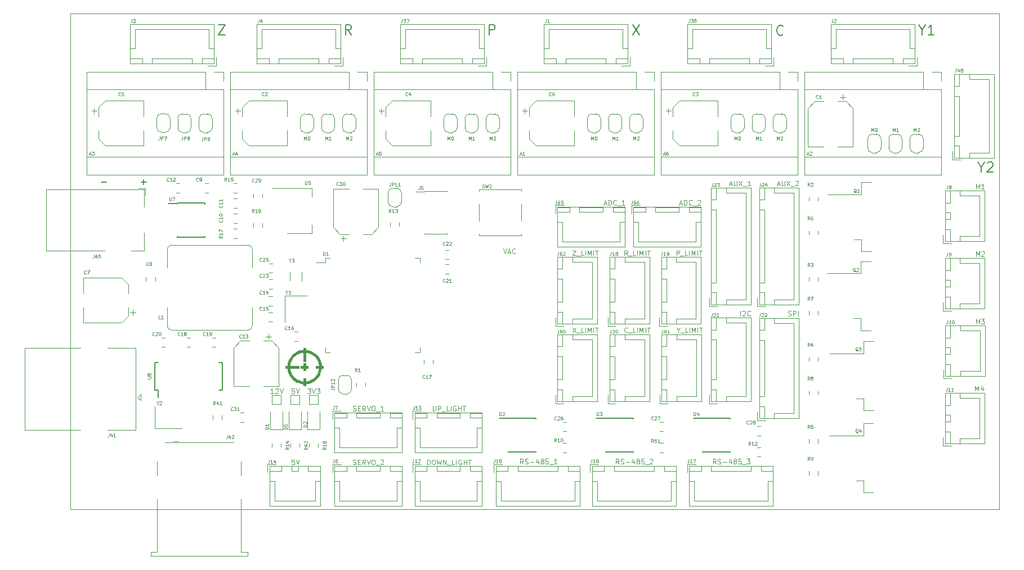
<source format=gbr>
%TF.GenerationSoftware,KiCad,Pcbnew,5.1.7+dfsg1-1~bpo10+1*%
%TF.CreationDate,2020-11-15T21:32:24+00:00*%
%TF.ProjectId,mobo,6d6f626f-2e6b-4696-9361-645f70636258,rev?*%
%TF.SameCoordinates,Original*%
%TF.FileFunction,Legend,Top*%
%TF.FilePolarity,Positive*%
%FSLAX45Y45*%
G04 Gerber Fmt 4.5, Leading zero omitted, Abs format (unit mm)*
G04 Created by KiCad (PCBNEW 5.1.7+dfsg1-1~bpo10+1) date 2020-11-15 21:32:24*
%MOMM*%
%LPD*%
G01*
G04 APERTURE LIST*
%ADD10C,0.150000*%
%ADD11C,0.100000*%
%ADD12C,0.200000*%
%TA.AperFunction,Profile*%
%ADD13C,0.050000*%
%TD*%
%ADD14C,0.010000*%
%ADD15C,0.120000*%
%ADD16C,0.125000*%
%ADD17O,2.052000X1.802000*%
%ADD18C,5.702000*%
%ADD19C,3.602000*%
%ADD20C,1.802000*%
%ADD21C,3.102000*%
%ADD22C,1.602000*%
%ADD23O,1.802000X2.052000*%
%ADD24O,2.102000X1.802000*%
%ADD25O,1.702000X1.702000*%
%ADD26O,1.802000X2.102000*%
G04 APERTURE END LIST*
D10*
X461905Y-2537143D02*
X538095Y-2537143D01*
X1061905Y-2537143D02*
X1138095Y-2537143D01*
X1100000Y-2575238D02*
X1100000Y-2499048D01*
D11*
X6509357Y-3540328D02*
X6534357Y-3615328D01*
X6559357Y-3540328D01*
X6580786Y-3593900D02*
X6616500Y-3593900D01*
X6573643Y-3615328D02*
X6598643Y-3540328D01*
X6623643Y-3615328D01*
X6691500Y-3608186D02*
X6687928Y-3611757D01*
X6677214Y-3615328D01*
X6670071Y-3615328D01*
X6659357Y-3611757D01*
X6652214Y-3604614D01*
X6648643Y-3597471D01*
X6645071Y-3583186D01*
X6645071Y-3572471D01*
X6648643Y-3558186D01*
X6652214Y-3551043D01*
X6659357Y-3543900D01*
X6670071Y-3540328D01*
X6677214Y-3540328D01*
X6687928Y-3543900D01*
X6691500Y-3547471D01*
D12*
X13698571Y-2316429D02*
X13698571Y-2387857D01*
X13648571Y-2237857D02*
X13698571Y-2316429D01*
X13748571Y-2237857D01*
X13791428Y-2252143D02*
X13798571Y-2245000D01*
X13812857Y-2237857D01*
X13848571Y-2237857D01*
X13862857Y-2245000D01*
X13870000Y-2252143D01*
X13877143Y-2266429D01*
X13877143Y-2280714D01*
X13870000Y-2302143D01*
X13784286Y-2387857D01*
X13877143Y-2387857D01*
X12808571Y-246428D02*
X12808571Y-317857D01*
X12758571Y-167857D02*
X12808571Y-246428D01*
X12858571Y-167857D01*
X12987143Y-317857D02*
X12901428Y-317857D01*
X12944286Y-317857D02*
X12944286Y-167857D01*
X12930000Y-189286D01*
X12915714Y-203571D01*
X12901428Y-210714D01*
X10716429Y-313571D02*
X10709286Y-320714D01*
X10687857Y-327857D01*
X10673571Y-327857D01*
X10652143Y-320714D01*
X10637857Y-306429D01*
X10630714Y-292143D01*
X10623571Y-263571D01*
X10623571Y-242143D01*
X10630714Y-213571D01*
X10637857Y-199286D01*
X10652143Y-185000D01*
X10673571Y-177857D01*
X10687857Y-177857D01*
X10709286Y-185000D01*
X10716429Y-192143D01*
X8460000Y-167857D02*
X8560000Y-317857D01*
X8560000Y-167857D02*
X8460000Y-317857D01*
X6300714Y-317857D02*
X6300714Y-167857D01*
X6357857Y-167857D01*
X6372143Y-175000D01*
X6379286Y-182143D01*
X6386428Y-196428D01*
X6386428Y-217857D01*
X6379286Y-232143D01*
X6372143Y-239286D01*
X6357857Y-246428D01*
X6300714Y-246428D01*
X4226429Y-317857D02*
X4176428Y-246428D01*
X4140714Y-317857D02*
X4140714Y-167857D01*
X4197857Y-167857D01*
X4212143Y-175000D01*
X4219286Y-182143D01*
X4226429Y-196428D01*
X4226429Y-217857D01*
X4219286Y-232143D01*
X4212143Y-239286D01*
X4197857Y-246428D01*
X4140714Y-246428D01*
X2230000Y-167857D02*
X2330000Y-167857D01*
X2230000Y-317857D01*
X2330000Y-317857D01*
D11*
X13609286Y-5683928D02*
X13609286Y-5608928D01*
X13634286Y-5662500D01*
X13659286Y-5608928D01*
X13659286Y-5683928D01*
X13727143Y-5633928D02*
X13727143Y-5683928D01*
X13709286Y-5605357D02*
X13691428Y-5658928D01*
X13737857Y-5658928D01*
X13619286Y-4673929D02*
X13619286Y-4598929D01*
X13644286Y-4652500D01*
X13669286Y-4598929D01*
X13669286Y-4673929D01*
X13697857Y-4598929D02*
X13744286Y-4598929D01*
X13719286Y-4627500D01*
X13730000Y-4627500D01*
X13737143Y-4631071D01*
X13740714Y-4634643D01*
X13744286Y-4641786D01*
X13744286Y-4659643D01*
X13740714Y-4666786D01*
X13737143Y-4670357D01*
X13730000Y-4673929D01*
X13708571Y-4673929D01*
X13701428Y-4670357D01*
X13697857Y-4666786D01*
X13619286Y-3653928D02*
X13619286Y-3578928D01*
X13644286Y-3632500D01*
X13669286Y-3578928D01*
X13669286Y-3653928D01*
X13701428Y-3586071D02*
X13705000Y-3582500D01*
X13712143Y-3578928D01*
X13730000Y-3578928D01*
X13737143Y-3582500D01*
X13740714Y-3586071D01*
X13744286Y-3593214D01*
X13744286Y-3600357D01*
X13740714Y-3611071D01*
X13697857Y-3653928D01*
X13744286Y-3653928D01*
X13619286Y-2643929D02*
X13619286Y-2568929D01*
X13644286Y-2622500D01*
X13669286Y-2568929D01*
X13669286Y-2643929D01*
X13744286Y-2643929D02*
X13701428Y-2643929D01*
X13722857Y-2643929D02*
X13722857Y-2568929D01*
X13715714Y-2579643D01*
X13708571Y-2586786D01*
X13701428Y-2590357D01*
X10793214Y-4550357D02*
X10803929Y-4553929D01*
X10821786Y-4553929D01*
X10828929Y-4550357D01*
X10832500Y-4546786D01*
X10836071Y-4539643D01*
X10836071Y-4532500D01*
X10832500Y-4525357D01*
X10828929Y-4521786D01*
X10821786Y-4518214D01*
X10807500Y-4514643D01*
X10800357Y-4511071D01*
X10796786Y-4507500D01*
X10793214Y-4500357D01*
X10793214Y-4493214D01*
X10796786Y-4486071D01*
X10800357Y-4482500D01*
X10807500Y-4478929D01*
X10825357Y-4478929D01*
X10836071Y-4482500D01*
X10868214Y-4553929D02*
X10868214Y-4478929D01*
X10896786Y-4478929D01*
X10903929Y-4482500D01*
X10907500Y-4486071D01*
X10911071Y-4493214D01*
X10911071Y-4503929D01*
X10907500Y-4511071D01*
X10903929Y-4514643D01*
X10896786Y-4518214D01*
X10868214Y-4518214D01*
X10943214Y-4553929D02*
X10943214Y-4478929D01*
X10076786Y-4553929D02*
X10076786Y-4478929D01*
X10108929Y-4486071D02*
X10112500Y-4482500D01*
X10119643Y-4478929D01*
X10137500Y-4478929D01*
X10144643Y-4482500D01*
X10148214Y-4486071D01*
X10151786Y-4493214D01*
X10151786Y-4500357D01*
X10148214Y-4511071D01*
X10105357Y-4553929D01*
X10151786Y-4553929D01*
X10226786Y-4546786D02*
X10223214Y-4550357D01*
X10212500Y-4553929D01*
X10205357Y-4553929D01*
X10194643Y-4550357D01*
X10187500Y-4543214D01*
X10183929Y-4536071D01*
X10180357Y-4521786D01*
X10180357Y-4511071D01*
X10183929Y-4496786D01*
X10187500Y-4489643D01*
X10194643Y-4482500D01*
X10205357Y-4478929D01*
X10212500Y-4478929D01*
X10223214Y-4482500D01*
X10226786Y-4486071D01*
X10632857Y-2572500D02*
X10668571Y-2572500D01*
X10625714Y-2593929D02*
X10650714Y-2518929D01*
X10675714Y-2593929D01*
X10700714Y-2518929D02*
X10700714Y-2579643D01*
X10704286Y-2586786D01*
X10707857Y-2590357D01*
X10715000Y-2593929D01*
X10729286Y-2593929D01*
X10736429Y-2590357D01*
X10740000Y-2586786D01*
X10743571Y-2579643D01*
X10743571Y-2518929D01*
X10772143Y-2518929D02*
X10822143Y-2593929D01*
X10822143Y-2518929D02*
X10772143Y-2593929D01*
X10832857Y-2601071D02*
X10890000Y-2601071D01*
X10904286Y-2526071D02*
X10907857Y-2522500D01*
X10915000Y-2518929D01*
X10932857Y-2518929D01*
X10940000Y-2522500D01*
X10943571Y-2526071D01*
X10947143Y-2533214D01*
X10947143Y-2540357D01*
X10943571Y-2551071D01*
X10900714Y-2593929D01*
X10947143Y-2593929D01*
X9912857Y-2572500D02*
X9948571Y-2572500D01*
X9905714Y-2593929D02*
X9930714Y-2518929D01*
X9955714Y-2593929D01*
X9980714Y-2518929D02*
X9980714Y-2579643D01*
X9984286Y-2586786D01*
X9987857Y-2590357D01*
X9995000Y-2593929D01*
X10009286Y-2593929D01*
X10016429Y-2590357D01*
X10020000Y-2586786D01*
X10023571Y-2579643D01*
X10023571Y-2518929D01*
X10052143Y-2518929D02*
X10102143Y-2593929D01*
X10102143Y-2518929D02*
X10052143Y-2593929D01*
X10112857Y-2601071D02*
X10170000Y-2601071D01*
X10227143Y-2593929D02*
X10184286Y-2593929D01*
X10205714Y-2593929D02*
X10205714Y-2518929D01*
X10198571Y-2529643D01*
X10191429Y-2536786D01*
X10184286Y-2540357D01*
X9143929Y-4768214D02*
X9143929Y-4803929D01*
X9118929Y-4728929D02*
X9143929Y-4768214D01*
X9168929Y-4728929D01*
X9176071Y-4811071D02*
X9233214Y-4811071D01*
X9286786Y-4803929D02*
X9251071Y-4803929D01*
X9251071Y-4728929D01*
X9311786Y-4803929D02*
X9311786Y-4728929D01*
X9347500Y-4803929D02*
X9347500Y-4728929D01*
X9372500Y-4782500D01*
X9397500Y-4728929D01*
X9397500Y-4803929D01*
X9433214Y-4803929D02*
X9433214Y-4728929D01*
X9458214Y-4728929D02*
X9501071Y-4728929D01*
X9479643Y-4803929D02*
X9479643Y-4728929D01*
X8377143Y-4796786D02*
X8373571Y-4800357D01*
X8362857Y-4803929D01*
X8355714Y-4803929D01*
X8345000Y-4800357D01*
X8337857Y-4793214D01*
X8334286Y-4786071D01*
X8330714Y-4771786D01*
X8330714Y-4761071D01*
X8334286Y-4746786D01*
X8337857Y-4739643D01*
X8345000Y-4732500D01*
X8355714Y-4728929D01*
X8362857Y-4728929D01*
X8373571Y-4732500D01*
X8377143Y-4736071D01*
X8391429Y-4811071D02*
X8448571Y-4811071D01*
X8502143Y-4803929D02*
X8466429Y-4803929D01*
X8466429Y-4728929D01*
X8527143Y-4803929D02*
X8527143Y-4728929D01*
X8562857Y-4803929D02*
X8562857Y-4728929D01*
X8587857Y-4782500D01*
X8612857Y-4728929D01*
X8612857Y-4803929D01*
X8648571Y-4803929D02*
X8648571Y-4728929D01*
X8673571Y-4728929D02*
X8716429Y-4728929D01*
X8695000Y-4803929D02*
X8695000Y-4728929D01*
X7548928Y-4728929D02*
X7598928Y-4803929D01*
X7598928Y-4728929D02*
X7548928Y-4803929D01*
X7609643Y-4811071D02*
X7666786Y-4811071D01*
X7720357Y-4803929D02*
X7684643Y-4803929D01*
X7684643Y-4728929D01*
X7745357Y-4803929D02*
X7745357Y-4728929D01*
X7781071Y-4803929D02*
X7781071Y-4728929D01*
X7806071Y-4782500D01*
X7831071Y-4728929D01*
X7831071Y-4803929D01*
X7866786Y-4803929D02*
X7866786Y-4728929D01*
X7891786Y-4728929D02*
X7934643Y-4728929D01*
X7913214Y-4803929D02*
X7913214Y-4728929D01*
X9114286Y-3643928D02*
X9114286Y-3568928D01*
X9142857Y-3568928D01*
X9150000Y-3572500D01*
X9153571Y-3576071D01*
X9157143Y-3583214D01*
X9157143Y-3593928D01*
X9153571Y-3601071D01*
X9150000Y-3604643D01*
X9142857Y-3608214D01*
X9114286Y-3608214D01*
X9171429Y-3651071D02*
X9228571Y-3651071D01*
X9282143Y-3643928D02*
X9246429Y-3643928D01*
X9246429Y-3568928D01*
X9307143Y-3643928D02*
X9307143Y-3568928D01*
X9342857Y-3643928D02*
X9342857Y-3568928D01*
X9367857Y-3622500D01*
X9392857Y-3568928D01*
X9392857Y-3643928D01*
X9428571Y-3643928D02*
X9428571Y-3568928D01*
X9453571Y-3568928D02*
X9496429Y-3568928D01*
X9475000Y-3643928D02*
X9475000Y-3568928D01*
X8377143Y-3643928D02*
X8352143Y-3608214D01*
X8334286Y-3643928D02*
X8334286Y-3568928D01*
X8362857Y-3568928D01*
X8370000Y-3572500D01*
X8373571Y-3576071D01*
X8377143Y-3583214D01*
X8377143Y-3593928D01*
X8373571Y-3601071D01*
X8370000Y-3604643D01*
X8362857Y-3608214D01*
X8334286Y-3608214D01*
X8391429Y-3651071D02*
X8448571Y-3651071D01*
X8502143Y-3643928D02*
X8466429Y-3643928D01*
X8466429Y-3568928D01*
X8527143Y-3643928D02*
X8527143Y-3568928D01*
X8562857Y-3643928D02*
X8562857Y-3568928D01*
X8587857Y-3622500D01*
X8612857Y-3568928D01*
X8612857Y-3643928D01*
X8648571Y-3643928D02*
X8648571Y-3568928D01*
X8673571Y-3568928D02*
X8716429Y-3568928D01*
X8695000Y-3643928D02*
X8695000Y-3568928D01*
X7548928Y-3568928D02*
X7598928Y-3568928D01*
X7548928Y-3643928D01*
X7598928Y-3643928D01*
X7609643Y-3651071D02*
X7666786Y-3651071D01*
X7720357Y-3643928D02*
X7684643Y-3643928D01*
X7684643Y-3568928D01*
X7745357Y-3643928D02*
X7745357Y-3568928D01*
X7781071Y-3643928D02*
X7781071Y-3568928D01*
X7806071Y-3622500D01*
X7831071Y-3568928D01*
X7831071Y-3643928D01*
X7866786Y-3643928D02*
X7866786Y-3568928D01*
X7891786Y-3568928D02*
X7934643Y-3568928D01*
X7913214Y-3643928D02*
X7913214Y-3568928D01*
X9162857Y-2862500D02*
X9198571Y-2862500D01*
X9155714Y-2883928D02*
X9180714Y-2808928D01*
X9205714Y-2883928D01*
X9230714Y-2883928D02*
X9230714Y-2808928D01*
X9248571Y-2808928D01*
X9259286Y-2812500D01*
X9266429Y-2819643D01*
X9270000Y-2826786D01*
X9273571Y-2841071D01*
X9273571Y-2851786D01*
X9270000Y-2866071D01*
X9266429Y-2873214D01*
X9259286Y-2880357D01*
X9248571Y-2883928D01*
X9230714Y-2883928D01*
X9348571Y-2876786D02*
X9345000Y-2880357D01*
X9334286Y-2883928D01*
X9327143Y-2883928D01*
X9316429Y-2880357D01*
X9309286Y-2873214D01*
X9305714Y-2866071D01*
X9302143Y-2851786D01*
X9302143Y-2841071D01*
X9305714Y-2826786D01*
X9309286Y-2819643D01*
X9316429Y-2812500D01*
X9327143Y-2808928D01*
X9334286Y-2808928D01*
X9345000Y-2812500D01*
X9348571Y-2816071D01*
X9362857Y-2891071D02*
X9420000Y-2891071D01*
X9434286Y-2816071D02*
X9437857Y-2812500D01*
X9445000Y-2808928D01*
X9462857Y-2808928D01*
X9470000Y-2812500D01*
X9473571Y-2816071D01*
X9477143Y-2823214D01*
X9477143Y-2830357D01*
X9473571Y-2841071D01*
X9430714Y-2883928D01*
X9477143Y-2883928D01*
X8022857Y-2862500D02*
X8058571Y-2862500D01*
X8015714Y-2883928D02*
X8040714Y-2808928D01*
X8065714Y-2883928D01*
X8090714Y-2883928D02*
X8090714Y-2808928D01*
X8108571Y-2808928D01*
X8119286Y-2812500D01*
X8126428Y-2819643D01*
X8130000Y-2826786D01*
X8133571Y-2841071D01*
X8133571Y-2851786D01*
X8130000Y-2866071D01*
X8126428Y-2873214D01*
X8119286Y-2880357D01*
X8108571Y-2883928D01*
X8090714Y-2883928D01*
X8208571Y-2876786D02*
X8205000Y-2880357D01*
X8194286Y-2883928D01*
X8187143Y-2883928D01*
X8176428Y-2880357D01*
X8169286Y-2873214D01*
X8165714Y-2866071D01*
X8162143Y-2851786D01*
X8162143Y-2841071D01*
X8165714Y-2826786D01*
X8169286Y-2819643D01*
X8176428Y-2812500D01*
X8187143Y-2808928D01*
X8194286Y-2808928D01*
X8205000Y-2812500D01*
X8208571Y-2816071D01*
X8222857Y-2891071D02*
X8280000Y-2891071D01*
X8337143Y-2883928D02*
X8294286Y-2883928D01*
X8315714Y-2883928D02*
X8315714Y-2808928D01*
X8308571Y-2819643D01*
X8301428Y-2826786D01*
X8294286Y-2830357D01*
X9709643Y-6783928D02*
X9684643Y-6748214D01*
X9666786Y-6783928D02*
X9666786Y-6708928D01*
X9695357Y-6708928D01*
X9702500Y-6712500D01*
X9706071Y-6716071D01*
X9709643Y-6723214D01*
X9709643Y-6733928D01*
X9706071Y-6741071D01*
X9702500Y-6744643D01*
X9695357Y-6748214D01*
X9666786Y-6748214D01*
X9738214Y-6780357D02*
X9748929Y-6783928D01*
X9766786Y-6783928D01*
X9773929Y-6780357D01*
X9777500Y-6776786D01*
X9781071Y-6769643D01*
X9781071Y-6762500D01*
X9777500Y-6755357D01*
X9773929Y-6751786D01*
X9766786Y-6748214D01*
X9752500Y-6744643D01*
X9745357Y-6741071D01*
X9741786Y-6737500D01*
X9738214Y-6730357D01*
X9738214Y-6723214D01*
X9741786Y-6716071D01*
X9745357Y-6712500D01*
X9752500Y-6708928D01*
X9770357Y-6708928D01*
X9781071Y-6712500D01*
X9813214Y-6755357D02*
X9870357Y-6755357D01*
X9938214Y-6733928D02*
X9938214Y-6783928D01*
X9920357Y-6705357D02*
X9902500Y-6758928D01*
X9948929Y-6758928D01*
X9988214Y-6741071D02*
X9981071Y-6737500D01*
X9977500Y-6733928D01*
X9973929Y-6726786D01*
X9973929Y-6723214D01*
X9977500Y-6716071D01*
X9981071Y-6712500D01*
X9988214Y-6708928D01*
X10002500Y-6708928D01*
X10009643Y-6712500D01*
X10013214Y-6716071D01*
X10016786Y-6723214D01*
X10016786Y-6726786D01*
X10013214Y-6733928D01*
X10009643Y-6737500D01*
X10002500Y-6741071D01*
X9988214Y-6741071D01*
X9981071Y-6744643D01*
X9977500Y-6748214D01*
X9973929Y-6755357D01*
X9973929Y-6769643D01*
X9977500Y-6776786D01*
X9981071Y-6780357D01*
X9988214Y-6783928D01*
X10002500Y-6783928D01*
X10009643Y-6780357D01*
X10013214Y-6776786D01*
X10016786Y-6769643D01*
X10016786Y-6755357D01*
X10013214Y-6748214D01*
X10009643Y-6744643D01*
X10002500Y-6741071D01*
X10084643Y-6708928D02*
X10048929Y-6708928D01*
X10045357Y-6744643D01*
X10048929Y-6741071D01*
X10056071Y-6737500D01*
X10073929Y-6737500D01*
X10081071Y-6741071D01*
X10084643Y-6744643D01*
X10088214Y-6751786D01*
X10088214Y-6769643D01*
X10084643Y-6776786D01*
X10081071Y-6780357D01*
X10073929Y-6783928D01*
X10056071Y-6783928D01*
X10048929Y-6780357D01*
X10045357Y-6776786D01*
X10102500Y-6791071D02*
X10159643Y-6791071D01*
X10170357Y-6708928D02*
X10216786Y-6708928D01*
X10191786Y-6737500D01*
X10202500Y-6737500D01*
X10209643Y-6741071D01*
X10213214Y-6744643D01*
X10216786Y-6751786D01*
X10216786Y-6769643D01*
X10213214Y-6776786D01*
X10209643Y-6780357D01*
X10202500Y-6783928D01*
X10181071Y-6783928D01*
X10173929Y-6780357D01*
X10170357Y-6776786D01*
X8249643Y-6783928D02*
X8224643Y-6748214D01*
X8206786Y-6783928D02*
X8206786Y-6708928D01*
X8235357Y-6708928D01*
X8242500Y-6712500D01*
X8246071Y-6716071D01*
X8249643Y-6723214D01*
X8249643Y-6733928D01*
X8246071Y-6741071D01*
X8242500Y-6744643D01*
X8235357Y-6748214D01*
X8206786Y-6748214D01*
X8278214Y-6780357D02*
X8288928Y-6783928D01*
X8306786Y-6783928D01*
X8313928Y-6780357D01*
X8317500Y-6776786D01*
X8321071Y-6769643D01*
X8321071Y-6762500D01*
X8317500Y-6755357D01*
X8313928Y-6751786D01*
X8306786Y-6748214D01*
X8292500Y-6744643D01*
X8285357Y-6741071D01*
X8281786Y-6737500D01*
X8278214Y-6730357D01*
X8278214Y-6723214D01*
X8281786Y-6716071D01*
X8285357Y-6712500D01*
X8292500Y-6708928D01*
X8310357Y-6708928D01*
X8321071Y-6712500D01*
X8353214Y-6755357D02*
X8410357Y-6755357D01*
X8478214Y-6733928D02*
X8478214Y-6783928D01*
X8460357Y-6705357D02*
X8442500Y-6758928D01*
X8488929Y-6758928D01*
X8528214Y-6741071D02*
X8521071Y-6737500D01*
X8517500Y-6733928D01*
X8513929Y-6726786D01*
X8513929Y-6723214D01*
X8517500Y-6716071D01*
X8521071Y-6712500D01*
X8528214Y-6708928D01*
X8542500Y-6708928D01*
X8549643Y-6712500D01*
X8553214Y-6716071D01*
X8556786Y-6723214D01*
X8556786Y-6726786D01*
X8553214Y-6733928D01*
X8549643Y-6737500D01*
X8542500Y-6741071D01*
X8528214Y-6741071D01*
X8521071Y-6744643D01*
X8517500Y-6748214D01*
X8513929Y-6755357D01*
X8513929Y-6769643D01*
X8517500Y-6776786D01*
X8521071Y-6780357D01*
X8528214Y-6783928D01*
X8542500Y-6783928D01*
X8549643Y-6780357D01*
X8553214Y-6776786D01*
X8556786Y-6769643D01*
X8556786Y-6755357D01*
X8553214Y-6748214D01*
X8549643Y-6744643D01*
X8542500Y-6741071D01*
X8624643Y-6708928D02*
X8588929Y-6708928D01*
X8585357Y-6744643D01*
X8588929Y-6741071D01*
X8596071Y-6737500D01*
X8613929Y-6737500D01*
X8621071Y-6741071D01*
X8624643Y-6744643D01*
X8628214Y-6751786D01*
X8628214Y-6769643D01*
X8624643Y-6776786D01*
X8621071Y-6780357D01*
X8613929Y-6783928D01*
X8596071Y-6783928D01*
X8588929Y-6780357D01*
X8585357Y-6776786D01*
X8642500Y-6791071D02*
X8699643Y-6791071D01*
X8713929Y-6716071D02*
X8717500Y-6712500D01*
X8724643Y-6708928D01*
X8742500Y-6708928D01*
X8749643Y-6712500D01*
X8753214Y-6716071D01*
X8756786Y-6723214D01*
X8756786Y-6730357D01*
X8753214Y-6741071D01*
X8710357Y-6783928D01*
X8756786Y-6783928D01*
X6809643Y-6783928D02*
X6784643Y-6748214D01*
X6766786Y-6783928D02*
X6766786Y-6708928D01*
X6795357Y-6708928D01*
X6802500Y-6712500D01*
X6806071Y-6716071D01*
X6809643Y-6723214D01*
X6809643Y-6733928D01*
X6806071Y-6741071D01*
X6802500Y-6744643D01*
X6795357Y-6748214D01*
X6766786Y-6748214D01*
X6838214Y-6780357D02*
X6848928Y-6783928D01*
X6866786Y-6783928D01*
X6873928Y-6780357D01*
X6877500Y-6776786D01*
X6881071Y-6769643D01*
X6881071Y-6762500D01*
X6877500Y-6755357D01*
X6873928Y-6751786D01*
X6866786Y-6748214D01*
X6852500Y-6744643D01*
X6845357Y-6741071D01*
X6841786Y-6737500D01*
X6838214Y-6730357D01*
X6838214Y-6723214D01*
X6841786Y-6716071D01*
X6845357Y-6712500D01*
X6852500Y-6708928D01*
X6870357Y-6708928D01*
X6881071Y-6712500D01*
X6913214Y-6755357D02*
X6970357Y-6755357D01*
X7038214Y-6733928D02*
X7038214Y-6783928D01*
X7020357Y-6705357D02*
X7002500Y-6758928D01*
X7048928Y-6758928D01*
X7088214Y-6741071D02*
X7081071Y-6737500D01*
X7077500Y-6733928D01*
X7073928Y-6726786D01*
X7073928Y-6723214D01*
X7077500Y-6716071D01*
X7081071Y-6712500D01*
X7088214Y-6708928D01*
X7102500Y-6708928D01*
X7109643Y-6712500D01*
X7113214Y-6716071D01*
X7116786Y-6723214D01*
X7116786Y-6726786D01*
X7113214Y-6733928D01*
X7109643Y-6737500D01*
X7102500Y-6741071D01*
X7088214Y-6741071D01*
X7081071Y-6744643D01*
X7077500Y-6748214D01*
X7073928Y-6755357D01*
X7073928Y-6769643D01*
X7077500Y-6776786D01*
X7081071Y-6780357D01*
X7088214Y-6783928D01*
X7102500Y-6783928D01*
X7109643Y-6780357D01*
X7113214Y-6776786D01*
X7116786Y-6769643D01*
X7116786Y-6755357D01*
X7113214Y-6748214D01*
X7109643Y-6744643D01*
X7102500Y-6741071D01*
X7184643Y-6708928D02*
X7148928Y-6708928D01*
X7145357Y-6744643D01*
X7148928Y-6741071D01*
X7156071Y-6737500D01*
X7173928Y-6737500D01*
X7181071Y-6741071D01*
X7184643Y-6744643D01*
X7188214Y-6751786D01*
X7188214Y-6769643D01*
X7184643Y-6776786D01*
X7181071Y-6780357D01*
X7173928Y-6783928D01*
X7156071Y-6783928D01*
X7148928Y-6780357D01*
X7145357Y-6776786D01*
X7202500Y-6791071D02*
X7259643Y-6791071D01*
X7316786Y-6783928D02*
X7273928Y-6783928D01*
X7295357Y-6783928D02*
X7295357Y-6708928D01*
X7288214Y-6719643D01*
X7281071Y-6726786D01*
X7273928Y-6730357D01*
X5366786Y-6793928D02*
X5366786Y-6718928D01*
X5384643Y-6718928D01*
X5395357Y-6722500D01*
X5402500Y-6729643D01*
X5406071Y-6736786D01*
X5409643Y-6751071D01*
X5409643Y-6761786D01*
X5406071Y-6776071D01*
X5402500Y-6783214D01*
X5395357Y-6790357D01*
X5384643Y-6793928D01*
X5366786Y-6793928D01*
X5456071Y-6718928D02*
X5470357Y-6718928D01*
X5477500Y-6722500D01*
X5484643Y-6729643D01*
X5488214Y-6743928D01*
X5488214Y-6768928D01*
X5484643Y-6783214D01*
X5477500Y-6790357D01*
X5470357Y-6793928D01*
X5456071Y-6793928D01*
X5448929Y-6790357D01*
X5441786Y-6783214D01*
X5438214Y-6768928D01*
X5438214Y-6743928D01*
X5441786Y-6729643D01*
X5448929Y-6722500D01*
X5456071Y-6718928D01*
X5513214Y-6718928D02*
X5531071Y-6793928D01*
X5545357Y-6740357D01*
X5559643Y-6793928D01*
X5577500Y-6718928D01*
X5606071Y-6793928D02*
X5606071Y-6718928D01*
X5648928Y-6793928D01*
X5648928Y-6718928D01*
X5666786Y-6801071D02*
X5723928Y-6801071D01*
X5777500Y-6793928D02*
X5741786Y-6793928D01*
X5741786Y-6718928D01*
X5802500Y-6793928D02*
X5802500Y-6718928D01*
X5877500Y-6722500D02*
X5870357Y-6718928D01*
X5859643Y-6718928D01*
X5848928Y-6722500D01*
X5841786Y-6729643D01*
X5838214Y-6736786D01*
X5834643Y-6751071D01*
X5834643Y-6761786D01*
X5838214Y-6776071D01*
X5841786Y-6783214D01*
X5848928Y-6790357D01*
X5859643Y-6793928D01*
X5866786Y-6793928D01*
X5877500Y-6790357D01*
X5881071Y-6786786D01*
X5881071Y-6761786D01*
X5866786Y-6761786D01*
X5913214Y-6793928D02*
X5913214Y-6718928D01*
X5913214Y-6754643D02*
X5956071Y-6754643D01*
X5956071Y-6793928D02*
X5956071Y-6718928D01*
X5981071Y-6718928D02*
X6023928Y-6718928D01*
X6002500Y-6793928D02*
X6002500Y-6718928D01*
X3365714Y-6718928D02*
X3330000Y-6718928D01*
X3326428Y-6754643D01*
X3330000Y-6751071D01*
X3337143Y-6747500D01*
X3355000Y-6747500D01*
X3362143Y-6751071D01*
X3365714Y-6754643D01*
X3369286Y-6761786D01*
X3369286Y-6779643D01*
X3365714Y-6786786D01*
X3362143Y-6790357D01*
X3355000Y-6793928D01*
X3337143Y-6793928D01*
X3330000Y-6790357D01*
X3326428Y-6786786D01*
X3390714Y-6718928D02*
X3415714Y-6793928D01*
X3440714Y-6718928D01*
X4251429Y-6790357D02*
X4262143Y-6793928D01*
X4280000Y-6793928D01*
X4287143Y-6790357D01*
X4290714Y-6786786D01*
X4294286Y-6779643D01*
X4294286Y-6772500D01*
X4290714Y-6765357D01*
X4287143Y-6761786D01*
X4280000Y-6758214D01*
X4265714Y-6754643D01*
X4258571Y-6751071D01*
X4255000Y-6747500D01*
X4251429Y-6740357D01*
X4251429Y-6733214D01*
X4255000Y-6726071D01*
X4258571Y-6722500D01*
X4265714Y-6718928D01*
X4283571Y-6718928D01*
X4294286Y-6722500D01*
X4326429Y-6754643D02*
X4351429Y-6754643D01*
X4362143Y-6793928D02*
X4326429Y-6793928D01*
X4326429Y-6718928D01*
X4362143Y-6718928D01*
X4437143Y-6793928D02*
X4412143Y-6758214D01*
X4394286Y-6793928D02*
X4394286Y-6718928D01*
X4422857Y-6718928D01*
X4430000Y-6722500D01*
X4433571Y-6726071D01*
X4437143Y-6733214D01*
X4437143Y-6743928D01*
X4433571Y-6751071D01*
X4430000Y-6754643D01*
X4422857Y-6758214D01*
X4394286Y-6758214D01*
X4458571Y-6718928D02*
X4483571Y-6793928D01*
X4508571Y-6718928D01*
X4547857Y-6718928D02*
X4562143Y-6718928D01*
X4569286Y-6722500D01*
X4576429Y-6729643D01*
X4580000Y-6743928D01*
X4580000Y-6768928D01*
X4576429Y-6783214D01*
X4569286Y-6790357D01*
X4562143Y-6793928D01*
X4547857Y-6793928D01*
X4540714Y-6790357D01*
X4533571Y-6783214D01*
X4530000Y-6768928D01*
X4530000Y-6743928D01*
X4533571Y-6729643D01*
X4540714Y-6722500D01*
X4547857Y-6718928D01*
X4594286Y-6801071D02*
X4651429Y-6801071D01*
X4665714Y-6726071D02*
X4669286Y-6722500D01*
X4676429Y-6718928D01*
X4694286Y-6718928D01*
X4701429Y-6722500D01*
X4705000Y-6726071D01*
X4708571Y-6733214D01*
X4708571Y-6740357D01*
X4705000Y-6751071D01*
X4662143Y-6793928D01*
X4708571Y-6793928D01*
X5448929Y-5908928D02*
X5448929Y-5969643D01*
X5452500Y-5976786D01*
X5456071Y-5980357D01*
X5463214Y-5983928D01*
X5477500Y-5983928D01*
X5484643Y-5980357D01*
X5488214Y-5976786D01*
X5491786Y-5969643D01*
X5491786Y-5908928D01*
X5527500Y-5983928D02*
X5527500Y-5908928D01*
X5556071Y-5908928D01*
X5563214Y-5912500D01*
X5566786Y-5916071D01*
X5570357Y-5923214D01*
X5570357Y-5933928D01*
X5566786Y-5941071D01*
X5563214Y-5944643D01*
X5556071Y-5948214D01*
X5527500Y-5948214D01*
X5584643Y-5991071D02*
X5641786Y-5991071D01*
X5695357Y-5983928D02*
X5659643Y-5983928D01*
X5659643Y-5908928D01*
X5720357Y-5983928D02*
X5720357Y-5908928D01*
X5795357Y-5912500D02*
X5788214Y-5908928D01*
X5777500Y-5908928D01*
X5766786Y-5912500D01*
X5759643Y-5919643D01*
X5756071Y-5926786D01*
X5752500Y-5941071D01*
X5752500Y-5951786D01*
X5756071Y-5966071D01*
X5759643Y-5973214D01*
X5766786Y-5980357D01*
X5777500Y-5983928D01*
X5784643Y-5983928D01*
X5795357Y-5980357D01*
X5798928Y-5976786D01*
X5798928Y-5951786D01*
X5784643Y-5951786D01*
X5831071Y-5983928D02*
X5831071Y-5908928D01*
X5831071Y-5944643D02*
X5873928Y-5944643D01*
X5873928Y-5983928D02*
X5873928Y-5908928D01*
X5898928Y-5908928D02*
X5941786Y-5908928D01*
X5920357Y-5983928D02*
X5920357Y-5908928D01*
X4251429Y-5980357D02*
X4262143Y-5983928D01*
X4280000Y-5983928D01*
X4287143Y-5980357D01*
X4290714Y-5976786D01*
X4294286Y-5969643D01*
X4294286Y-5962500D01*
X4290714Y-5955357D01*
X4287143Y-5951786D01*
X4280000Y-5948214D01*
X4265714Y-5944643D01*
X4258571Y-5941071D01*
X4255000Y-5937500D01*
X4251429Y-5930357D01*
X4251429Y-5923214D01*
X4255000Y-5916071D01*
X4258571Y-5912500D01*
X4265714Y-5908928D01*
X4283571Y-5908928D01*
X4294286Y-5912500D01*
X4326429Y-5944643D02*
X4351429Y-5944643D01*
X4362143Y-5983928D02*
X4326429Y-5983928D01*
X4326429Y-5908928D01*
X4362143Y-5908928D01*
X4437143Y-5983928D02*
X4412143Y-5948214D01*
X4394286Y-5983928D02*
X4394286Y-5908928D01*
X4422857Y-5908928D01*
X4430000Y-5912500D01*
X4433571Y-5916071D01*
X4437143Y-5923214D01*
X4437143Y-5933928D01*
X4433571Y-5941071D01*
X4430000Y-5944643D01*
X4422857Y-5948214D01*
X4394286Y-5948214D01*
X4458571Y-5908928D02*
X4483571Y-5983928D01*
X4508571Y-5908928D01*
X4547857Y-5908928D02*
X4562143Y-5908928D01*
X4569286Y-5912500D01*
X4576429Y-5919643D01*
X4580000Y-5933928D01*
X4580000Y-5958928D01*
X4576429Y-5973214D01*
X4569286Y-5980357D01*
X4562143Y-5983928D01*
X4547857Y-5983928D01*
X4540714Y-5980357D01*
X4533571Y-5973214D01*
X4530000Y-5958928D01*
X4530000Y-5933928D01*
X4533571Y-5919643D01*
X4540714Y-5912500D01*
X4547857Y-5908928D01*
X4594286Y-5991071D02*
X4651429Y-5991071D01*
X4708571Y-5983928D02*
X4665714Y-5983928D01*
X4687143Y-5983928D02*
X4687143Y-5908928D01*
X4680000Y-5919643D01*
X4672857Y-5926786D01*
X4665714Y-5930357D01*
X3567143Y-5648928D02*
X3613571Y-5648928D01*
X3588571Y-5677500D01*
X3599286Y-5677500D01*
X3606428Y-5681071D01*
X3610000Y-5684643D01*
X3613571Y-5691786D01*
X3613571Y-5709643D01*
X3610000Y-5716786D01*
X3606428Y-5720357D01*
X3599286Y-5723928D01*
X3577857Y-5723928D01*
X3570714Y-5720357D01*
X3567143Y-5716786D01*
X3635000Y-5648928D02*
X3660000Y-5723928D01*
X3685000Y-5648928D01*
X3702857Y-5648928D02*
X3749286Y-5648928D01*
X3724286Y-5677500D01*
X3735000Y-5677500D01*
X3742143Y-5681071D01*
X3745714Y-5684643D01*
X3749286Y-5691786D01*
X3749286Y-5709643D01*
X3745714Y-5716786D01*
X3742143Y-5720357D01*
X3735000Y-5723928D01*
X3713571Y-5723928D01*
X3706428Y-5720357D01*
X3702857Y-5716786D01*
X3365714Y-5648928D02*
X3330000Y-5648928D01*
X3326428Y-5684643D01*
X3330000Y-5681071D01*
X3337143Y-5677500D01*
X3355000Y-5677500D01*
X3362143Y-5681071D01*
X3365714Y-5684643D01*
X3369286Y-5691786D01*
X3369286Y-5709643D01*
X3365714Y-5716786D01*
X3362143Y-5720357D01*
X3355000Y-5723928D01*
X3337143Y-5723928D01*
X3330000Y-5720357D01*
X3326428Y-5716786D01*
X3390714Y-5648928D02*
X3415714Y-5723928D01*
X3440714Y-5648928D01*
X3053571Y-5723928D02*
X3010714Y-5723928D01*
X3032143Y-5723928D02*
X3032143Y-5648928D01*
X3025000Y-5659643D01*
X3017857Y-5666786D01*
X3010714Y-5670357D01*
X3082143Y-5656071D02*
X3085714Y-5652500D01*
X3092857Y-5648928D01*
X3110714Y-5648928D01*
X3117857Y-5652500D01*
X3121428Y-5656071D01*
X3125000Y-5663214D01*
X3125000Y-5670357D01*
X3121428Y-5681071D01*
X3078571Y-5723928D01*
X3125000Y-5723928D01*
X3146428Y-5648928D02*
X3171428Y-5723928D01*
X3196428Y-5648928D01*
X12049924Y-1775219D02*
X12049924Y-1725219D01*
X12066590Y-1760933D01*
X12083257Y-1725219D01*
X12083257Y-1775219D01*
X12116590Y-1725219D02*
X12121352Y-1725219D01*
X12126114Y-1727600D01*
X12128495Y-1729981D01*
X12130876Y-1734743D01*
X12133257Y-1744267D01*
X12133257Y-1756171D01*
X12130876Y-1765695D01*
X12128495Y-1770457D01*
X12126114Y-1772838D01*
X12121352Y-1775219D01*
X12116590Y-1775219D01*
X12111828Y-1772838D01*
X12109448Y-1770457D01*
X12107067Y-1765695D01*
X12104686Y-1756171D01*
X12104686Y-1744267D01*
X12107067Y-1734743D01*
X12109448Y-1729981D01*
X12111828Y-1727600D01*
X12116590Y-1725219D01*
X12367424Y-1775219D02*
X12367424Y-1725219D01*
X12384090Y-1760933D01*
X12400757Y-1725219D01*
X12400757Y-1775219D01*
X12450757Y-1775219D02*
X12422186Y-1775219D01*
X12436471Y-1775219D02*
X12436471Y-1725219D01*
X12431709Y-1732362D01*
X12426948Y-1737124D01*
X12422186Y-1739505D01*
X12684924Y-1775219D02*
X12684924Y-1725219D01*
X12701590Y-1760933D01*
X12718257Y-1725219D01*
X12718257Y-1775219D01*
X12739686Y-1729981D02*
X12742067Y-1727600D01*
X12746828Y-1725219D01*
X12758733Y-1725219D01*
X12763495Y-1727600D01*
X12765876Y-1729981D01*
X12768257Y-1734743D01*
X12768257Y-1739505D01*
X12765876Y-1746648D01*
X12737305Y-1775219D01*
X12768257Y-1775219D01*
X10627524Y-1902219D02*
X10627524Y-1852219D01*
X10644190Y-1887933D01*
X10660857Y-1852219D01*
X10660857Y-1902219D01*
X10682286Y-1856981D02*
X10684667Y-1854600D01*
X10689429Y-1852219D01*
X10701333Y-1852219D01*
X10706095Y-1854600D01*
X10708476Y-1856981D01*
X10710857Y-1861743D01*
X10710857Y-1866505D01*
X10708476Y-1873648D01*
X10679905Y-1902219D01*
X10710857Y-1902219D01*
X10310024Y-1902219D02*
X10310024Y-1852219D01*
X10326690Y-1887933D01*
X10343357Y-1852219D01*
X10343357Y-1902219D01*
X10393357Y-1902219D02*
X10364786Y-1902219D01*
X10379071Y-1902219D02*
X10379071Y-1852219D01*
X10374310Y-1859362D01*
X10369548Y-1864124D01*
X10364786Y-1866505D01*
X9992524Y-1902219D02*
X9992524Y-1852219D01*
X10009190Y-1887933D01*
X10025857Y-1852219D01*
X10025857Y-1902219D01*
X10059190Y-1852219D02*
X10063952Y-1852219D01*
X10068714Y-1854600D01*
X10071095Y-1856981D01*
X10073476Y-1861743D01*
X10075857Y-1871267D01*
X10075857Y-1883171D01*
X10073476Y-1892695D01*
X10071095Y-1897457D01*
X10068714Y-1899838D01*
X10063952Y-1902219D01*
X10059190Y-1902219D01*
X10054429Y-1899838D01*
X10052048Y-1897457D01*
X10049667Y-1892695D01*
X10047286Y-1883171D01*
X10047286Y-1871267D01*
X10049667Y-1861743D01*
X10052048Y-1856981D01*
X10054429Y-1854600D01*
X10059190Y-1852219D01*
X7833524Y-1902219D02*
X7833524Y-1852219D01*
X7850190Y-1887933D01*
X7866857Y-1852219D01*
X7866857Y-1902219D01*
X7900190Y-1852219D02*
X7904952Y-1852219D01*
X7909714Y-1854600D01*
X7912095Y-1856981D01*
X7914476Y-1861743D01*
X7916857Y-1871267D01*
X7916857Y-1883171D01*
X7914476Y-1892695D01*
X7912095Y-1897457D01*
X7909714Y-1899838D01*
X7904952Y-1902219D01*
X7900190Y-1902219D01*
X7895428Y-1899838D01*
X7893048Y-1897457D01*
X7890667Y-1892695D01*
X7888286Y-1883171D01*
X7888286Y-1871267D01*
X7890667Y-1861743D01*
X7893048Y-1856981D01*
X7895428Y-1854600D01*
X7900190Y-1852219D01*
X8468524Y-1902219D02*
X8468524Y-1852219D01*
X8485190Y-1887933D01*
X8501857Y-1852219D01*
X8501857Y-1902219D01*
X8523286Y-1856981D02*
X8525667Y-1854600D01*
X8530429Y-1852219D01*
X8542333Y-1852219D01*
X8547095Y-1854600D01*
X8549476Y-1856981D01*
X8551857Y-1861743D01*
X8551857Y-1866505D01*
X8549476Y-1873648D01*
X8520905Y-1902219D01*
X8551857Y-1902219D01*
X8151024Y-1902219D02*
X8151024Y-1852219D01*
X8167690Y-1887933D01*
X8184357Y-1852219D01*
X8184357Y-1902219D01*
X8234357Y-1902219D02*
X8205786Y-1902219D01*
X8220071Y-1902219D02*
X8220071Y-1852219D01*
X8215309Y-1859362D01*
X8210548Y-1864124D01*
X8205786Y-1866505D01*
X6309524Y-1902219D02*
X6309524Y-1852219D01*
X6326190Y-1887933D01*
X6342857Y-1852219D01*
X6342857Y-1902219D01*
X6364286Y-1856981D02*
X6366667Y-1854600D01*
X6371428Y-1852219D01*
X6383333Y-1852219D01*
X6388095Y-1854600D01*
X6390476Y-1856981D01*
X6392857Y-1861743D01*
X6392857Y-1866505D01*
X6390476Y-1873648D01*
X6361905Y-1902219D01*
X6392857Y-1902219D01*
X5674524Y-1902219D02*
X5674524Y-1852219D01*
X5691190Y-1887933D01*
X5707857Y-1852219D01*
X5707857Y-1902219D01*
X5741190Y-1852219D02*
X5745952Y-1852219D01*
X5750714Y-1854600D01*
X5753095Y-1856981D01*
X5755476Y-1861743D01*
X5757857Y-1871267D01*
X5757857Y-1883171D01*
X5755476Y-1892695D01*
X5753095Y-1897457D01*
X5750714Y-1899838D01*
X5745952Y-1902219D01*
X5741190Y-1902219D01*
X5736428Y-1899838D01*
X5734048Y-1897457D01*
X5731667Y-1892695D01*
X5729286Y-1883171D01*
X5729286Y-1871267D01*
X5731667Y-1861743D01*
X5734048Y-1856981D01*
X5736428Y-1854600D01*
X5741190Y-1852219D01*
X5992024Y-1902219D02*
X5992024Y-1852219D01*
X6008690Y-1887933D01*
X6025357Y-1852219D01*
X6025357Y-1902219D01*
X6075357Y-1902219D02*
X6046786Y-1902219D01*
X6061071Y-1902219D02*
X6061071Y-1852219D01*
X6056309Y-1859362D01*
X6051548Y-1864124D01*
X6046786Y-1866505D01*
X4150524Y-1902219D02*
X4150524Y-1852219D01*
X4167190Y-1887933D01*
X4183857Y-1852219D01*
X4183857Y-1902219D01*
X4205286Y-1856981D02*
X4207667Y-1854600D01*
X4212429Y-1852219D01*
X4224333Y-1852219D01*
X4229095Y-1854600D01*
X4231476Y-1856981D01*
X4233857Y-1861743D01*
X4233857Y-1866505D01*
X4231476Y-1873648D01*
X4202905Y-1902219D01*
X4233857Y-1902219D01*
X3833024Y-1902219D02*
X3833024Y-1852219D01*
X3849690Y-1887933D01*
X3866357Y-1852219D01*
X3866357Y-1902219D01*
X3916357Y-1902219D02*
X3887786Y-1902219D01*
X3902071Y-1902219D02*
X3902071Y-1852219D01*
X3897309Y-1859362D01*
X3892548Y-1864124D01*
X3887786Y-1866505D01*
X3515524Y-1902219D02*
X3515524Y-1852219D01*
X3532190Y-1887933D01*
X3548857Y-1852219D01*
X3548857Y-1902219D01*
X3582190Y-1852219D02*
X3586952Y-1852219D01*
X3591714Y-1854600D01*
X3594095Y-1856981D01*
X3596476Y-1861743D01*
X3598857Y-1871267D01*
X3598857Y-1883171D01*
X3596476Y-1892695D01*
X3594095Y-1897457D01*
X3591714Y-1899838D01*
X3586952Y-1902219D01*
X3582190Y-1902219D01*
X3577428Y-1899838D01*
X3575048Y-1897457D01*
X3572667Y-1892695D01*
X3570286Y-1883171D01*
X3570286Y-1871267D01*
X3572667Y-1861743D01*
X3575048Y-1856981D01*
X3577428Y-1854600D01*
X3582190Y-1852219D01*
D13*
X0Y-7467600D02*
X13970000Y-7467600D01*
X13970000Y-7467600D02*
X13970000Y0D01*
X13970000Y0D02*
X0Y0D01*
X0Y0D02*
X0Y-7467600D01*
D14*
G36*
X3535144Y-5287081D02*
G01*
X3535539Y-5305072D01*
X3553530Y-5305467D01*
X3571522Y-5305862D01*
X3571522Y-5338149D01*
X3553530Y-5338544D01*
X3535539Y-5338939D01*
X3535144Y-5356931D01*
X3534749Y-5374922D01*
X3502462Y-5374922D01*
X3502067Y-5356931D01*
X3501672Y-5338939D01*
X3483680Y-5338544D01*
X3465689Y-5338149D01*
X3465689Y-5305862D01*
X3483680Y-5305467D01*
X3501672Y-5305072D01*
X3502067Y-5287081D01*
X3502462Y-5269089D01*
X3534749Y-5269089D01*
X3535144Y-5287081D01*
G37*
X3535144Y-5287081D02*
X3535539Y-5305072D01*
X3553530Y-5305467D01*
X3571522Y-5305862D01*
X3571522Y-5338149D01*
X3553530Y-5338544D01*
X3535539Y-5338939D01*
X3535144Y-5356931D01*
X3534749Y-5374922D01*
X3502462Y-5374922D01*
X3502067Y-5356931D01*
X3501672Y-5338939D01*
X3483680Y-5338544D01*
X3465689Y-5338149D01*
X3465689Y-5305862D01*
X3483680Y-5305467D01*
X3501672Y-5305072D01*
X3502067Y-5287081D01*
X3502462Y-5269089D01*
X3534749Y-5269089D01*
X3535144Y-5287081D01*
G36*
X3534833Y-5066910D02*
G01*
X3544287Y-5067879D01*
X3570196Y-5071946D01*
X3595727Y-5078803D01*
X3620898Y-5088454D01*
X3632905Y-5094105D01*
X3647167Y-5101665D01*
X3659853Y-5109426D01*
X3671681Y-5117913D01*
X3683369Y-5127649D01*
X3695634Y-5139160D01*
X3698555Y-5142056D01*
X3710539Y-5154551D01*
X3720629Y-5166306D01*
X3729352Y-5178040D01*
X3737231Y-5190469D01*
X3744791Y-5204313D01*
X3746506Y-5207706D01*
X3757506Y-5232709D01*
X3765709Y-5258064D01*
X3771120Y-5283789D01*
X3772732Y-5296324D01*
X3773701Y-5305778D01*
X3802944Y-5305778D01*
X3802944Y-5338233D01*
X3773640Y-5338233D01*
X3772653Y-5347758D01*
X3768666Y-5373401D01*
X3762048Y-5398403D01*
X3752724Y-5423021D01*
X3746506Y-5436306D01*
X3738946Y-5450567D01*
X3731185Y-5463253D01*
X3722698Y-5475081D01*
X3712962Y-5486769D01*
X3701451Y-5499035D01*
X3698555Y-5501955D01*
X3686060Y-5513939D01*
X3674305Y-5524029D01*
X3662571Y-5532752D01*
X3650142Y-5540631D01*
X3636298Y-5548191D01*
X3632905Y-5549906D01*
X3607902Y-5560906D01*
X3582547Y-5569109D01*
X3556822Y-5574520D01*
X3544287Y-5576132D01*
X3534833Y-5577101D01*
X3534833Y-5606344D01*
X3502378Y-5606344D01*
X3502378Y-5577101D01*
X3492924Y-5576132D01*
X3467015Y-5572065D01*
X3441484Y-5565208D01*
X3416313Y-5555557D01*
X3404305Y-5549906D01*
X3390044Y-5542346D01*
X3377358Y-5534585D01*
X3365530Y-5526098D01*
X3353842Y-5516362D01*
X3341576Y-5504851D01*
X3338656Y-5501955D01*
X3326672Y-5489460D01*
X3316582Y-5477705D01*
X3307859Y-5465971D01*
X3299980Y-5453542D01*
X3292420Y-5439698D01*
X3290705Y-5436306D01*
X3279705Y-5411302D01*
X3271502Y-5385947D01*
X3266091Y-5360222D01*
X3264479Y-5347687D01*
X3263510Y-5338233D01*
X3234267Y-5338233D01*
X3234267Y-5305778D01*
X3263510Y-5305778D01*
X3297377Y-5305778D01*
X3438878Y-5305778D01*
X3438878Y-5338233D01*
X3297377Y-5338233D01*
X3298348Y-5347758D01*
X3301936Y-5369731D01*
X3308141Y-5391757D01*
X3316789Y-5413448D01*
X3327709Y-5434417D01*
X3340730Y-5454277D01*
X3351920Y-5468386D01*
X3367240Y-5484182D01*
X3384705Y-5498638D01*
X3403846Y-5511480D01*
X3424194Y-5522438D01*
X3445283Y-5531239D01*
X3466645Y-5537611D01*
X3473553Y-5539110D01*
X3480876Y-5540533D01*
X3486112Y-5541493D01*
X3489938Y-5542091D01*
X3493032Y-5542430D01*
X3496071Y-5542613D01*
X3497086Y-5542652D01*
X3502378Y-5542844D01*
X3502378Y-5493456D01*
X3534833Y-5493456D01*
X3534833Y-5543234D01*
X3544358Y-5542264D01*
X3566230Y-5538688D01*
X3588109Y-5532534D01*
X3609591Y-5524011D01*
X3630271Y-5513334D01*
X3649743Y-5500715D01*
X3667603Y-5486365D01*
X3683446Y-5470496D01*
X3685291Y-5468386D01*
X3699792Y-5449627D01*
X3712324Y-5429465D01*
X3722714Y-5408287D01*
X3730791Y-5386481D01*
X3736382Y-5364433D01*
X3738863Y-5347758D01*
X3739834Y-5338233D01*
X3690055Y-5338233D01*
X3690055Y-5305778D01*
X3739834Y-5305778D01*
X3738863Y-5296253D01*
X3735275Y-5274280D01*
X3729070Y-5252254D01*
X3720422Y-5230564D01*
X3709502Y-5209595D01*
X3696481Y-5189735D01*
X3685291Y-5175625D01*
X3669733Y-5159580D01*
X3652106Y-5145025D01*
X3632816Y-5132174D01*
X3612267Y-5121239D01*
X3590864Y-5112432D01*
X3569013Y-5105965D01*
X3547118Y-5102051D01*
X3544358Y-5101748D01*
X3534833Y-5100777D01*
X3534833Y-5242278D01*
X3502378Y-5242278D01*
X3502378Y-5100777D01*
X3492853Y-5101748D01*
X3470981Y-5105323D01*
X3449102Y-5111478D01*
X3427620Y-5120000D01*
X3406940Y-5130677D01*
X3387468Y-5143297D01*
X3369608Y-5157647D01*
X3353765Y-5173515D01*
X3351920Y-5175625D01*
X3337419Y-5194384D01*
X3324887Y-5214546D01*
X3314497Y-5235724D01*
X3306420Y-5257530D01*
X3300829Y-5279578D01*
X3298348Y-5296253D01*
X3297377Y-5305778D01*
X3263510Y-5305778D01*
X3264479Y-5296324D01*
X3268546Y-5270415D01*
X3275403Y-5244884D01*
X3285054Y-5219713D01*
X3290705Y-5207706D01*
X3298265Y-5193444D01*
X3306026Y-5180758D01*
X3314513Y-5168930D01*
X3324249Y-5157242D01*
X3335760Y-5144977D01*
X3338656Y-5142056D01*
X3351151Y-5130073D01*
X3362906Y-5119982D01*
X3374640Y-5111259D01*
X3387069Y-5103380D01*
X3400913Y-5095820D01*
X3404305Y-5094105D01*
X3429309Y-5083105D01*
X3454664Y-5074902D01*
X3480389Y-5069491D01*
X3492924Y-5067879D01*
X3502378Y-5066910D01*
X3502378Y-5037667D01*
X3534833Y-5037667D01*
X3534833Y-5066910D01*
G37*
X3534833Y-5066910D02*
X3544287Y-5067879D01*
X3570196Y-5071946D01*
X3595727Y-5078803D01*
X3620898Y-5088454D01*
X3632905Y-5094105D01*
X3647167Y-5101665D01*
X3659853Y-5109426D01*
X3671681Y-5117913D01*
X3683369Y-5127649D01*
X3695634Y-5139160D01*
X3698555Y-5142056D01*
X3710539Y-5154551D01*
X3720629Y-5166306D01*
X3729352Y-5178040D01*
X3737231Y-5190469D01*
X3744791Y-5204313D01*
X3746506Y-5207706D01*
X3757506Y-5232709D01*
X3765709Y-5258064D01*
X3771120Y-5283789D01*
X3772732Y-5296324D01*
X3773701Y-5305778D01*
X3802944Y-5305778D01*
X3802944Y-5338233D01*
X3773640Y-5338233D01*
X3772653Y-5347758D01*
X3768666Y-5373401D01*
X3762048Y-5398403D01*
X3752724Y-5423021D01*
X3746506Y-5436306D01*
X3738946Y-5450567D01*
X3731185Y-5463253D01*
X3722698Y-5475081D01*
X3712962Y-5486769D01*
X3701451Y-5499035D01*
X3698555Y-5501955D01*
X3686060Y-5513939D01*
X3674305Y-5524029D01*
X3662571Y-5532752D01*
X3650142Y-5540631D01*
X3636298Y-5548191D01*
X3632905Y-5549906D01*
X3607902Y-5560906D01*
X3582547Y-5569109D01*
X3556822Y-5574520D01*
X3544287Y-5576132D01*
X3534833Y-5577101D01*
X3534833Y-5606344D01*
X3502378Y-5606344D01*
X3502378Y-5577101D01*
X3492924Y-5576132D01*
X3467015Y-5572065D01*
X3441484Y-5565208D01*
X3416313Y-5555557D01*
X3404305Y-5549906D01*
X3390044Y-5542346D01*
X3377358Y-5534585D01*
X3365530Y-5526098D01*
X3353842Y-5516362D01*
X3341576Y-5504851D01*
X3338656Y-5501955D01*
X3326672Y-5489460D01*
X3316582Y-5477705D01*
X3307859Y-5465971D01*
X3299980Y-5453542D01*
X3292420Y-5439698D01*
X3290705Y-5436306D01*
X3279705Y-5411302D01*
X3271502Y-5385947D01*
X3266091Y-5360222D01*
X3264479Y-5347687D01*
X3263510Y-5338233D01*
X3234267Y-5338233D01*
X3234267Y-5305778D01*
X3263510Y-5305778D01*
X3297377Y-5305778D01*
X3438878Y-5305778D01*
X3438878Y-5338233D01*
X3297377Y-5338233D01*
X3298348Y-5347758D01*
X3301936Y-5369731D01*
X3308141Y-5391757D01*
X3316789Y-5413448D01*
X3327709Y-5434417D01*
X3340730Y-5454277D01*
X3351920Y-5468386D01*
X3367240Y-5484182D01*
X3384705Y-5498638D01*
X3403846Y-5511480D01*
X3424194Y-5522438D01*
X3445283Y-5531239D01*
X3466645Y-5537611D01*
X3473553Y-5539110D01*
X3480876Y-5540533D01*
X3486112Y-5541493D01*
X3489938Y-5542091D01*
X3493032Y-5542430D01*
X3496071Y-5542613D01*
X3497086Y-5542652D01*
X3502378Y-5542844D01*
X3502378Y-5493456D01*
X3534833Y-5493456D01*
X3534833Y-5543234D01*
X3544358Y-5542264D01*
X3566230Y-5538688D01*
X3588109Y-5532534D01*
X3609591Y-5524011D01*
X3630271Y-5513334D01*
X3649743Y-5500715D01*
X3667603Y-5486365D01*
X3683446Y-5470496D01*
X3685291Y-5468386D01*
X3699792Y-5449627D01*
X3712324Y-5429465D01*
X3722714Y-5408287D01*
X3730791Y-5386481D01*
X3736382Y-5364433D01*
X3738863Y-5347758D01*
X3739834Y-5338233D01*
X3690055Y-5338233D01*
X3690055Y-5305778D01*
X3739834Y-5305778D01*
X3738863Y-5296253D01*
X3735275Y-5274280D01*
X3729070Y-5252254D01*
X3720422Y-5230564D01*
X3709502Y-5209595D01*
X3696481Y-5189735D01*
X3685291Y-5175625D01*
X3669733Y-5159580D01*
X3652106Y-5145025D01*
X3632816Y-5132174D01*
X3612267Y-5121239D01*
X3590864Y-5112432D01*
X3569013Y-5105965D01*
X3547118Y-5102051D01*
X3544358Y-5101748D01*
X3534833Y-5100777D01*
X3534833Y-5242278D01*
X3502378Y-5242278D01*
X3502378Y-5100777D01*
X3492853Y-5101748D01*
X3470981Y-5105323D01*
X3449102Y-5111478D01*
X3427620Y-5120000D01*
X3406940Y-5130677D01*
X3387468Y-5143297D01*
X3369608Y-5157647D01*
X3353765Y-5173515D01*
X3351920Y-5175625D01*
X3337419Y-5194384D01*
X3324887Y-5214546D01*
X3314497Y-5235724D01*
X3306420Y-5257530D01*
X3300829Y-5279578D01*
X3298348Y-5296253D01*
X3297377Y-5305778D01*
X3263510Y-5305778D01*
X3264479Y-5296324D01*
X3268546Y-5270415D01*
X3275403Y-5244884D01*
X3285054Y-5219713D01*
X3290705Y-5207706D01*
X3298265Y-5193444D01*
X3306026Y-5180758D01*
X3314513Y-5168930D01*
X3324249Y-5157242D01*
X3335760Y-5144977D01*
X3338656Y-5142056D01*
X3351151Y-5130073D01*
X3362906Y-5119982D01*
X3374640Y-5111259D01*
X3387069Y-5103380D01*
X3400913Y-5095820D01*
X3404305Y-5094105D01*
X3429309Y-5083105D01*
X3454664Y-5074902D01*
X3480389Y-5069491D01*
X3492924Y-5067879D01*
X3502378Y-5066910D01*
X3502378Y-5037667D01*
X3534833Y-5037667D01*
X3534833Y-5066910D01*
D15*
X3832800Y-3748800D02*
X3696300Y-3748800D01*
X3832800Y-3678800D02*
X3832800Y-3748800D01*
X3902800Y-3678800D02*
X3832800Y-3678800D01*
X5254800Y-3678800D02*
X5254800Y-3748800D01*
X5184800Y-3678800D02*
X5254800Y-3678800D01*
X3832800Y-5100800D02*
X3832800Y-5030800D01*
X3902800Y-5100800D02*
X3832800Y-5100800D01*
X5254800Y-5100800D02*
X5254800Y-5030800D01*
X5184800Y-5100800D02*
X5254800Y-5100800D01*
X1106000Y-2651500D02*
X1106000Y-2911500D01*
X-364000Y-2651500D02*
X1106000Y-2651500D01*
X1106000Y-3571500D02*
X916000Y-3571500D01*
X1106000Y-3301500D02*
X1106000Y-3571500D01*
X-364000Y-3571500D02*
X-364000Y-2651500D01*
X516000Y-3571500D02*
X-364000Y-3571500D01*
X1021000Y-2631500D02*
X1126000Y-2631500D01*
X1126000Y-2736500D02*
X1126000Y-2631500D01*
X5675600Y-3314200D02*
X5675600Y-3320700D01*
X5322600Y-3314200D02*
X5322600Y-3320700D01*
X5675600Y-2673700D02*
X5675600Y-2680200D01*
X5322600Y-2673700D02*
X5322600Y-2680200D01*
X5190100Y-2680200D02*
X5322600Y-2680200D01*
X5322600Y-3320700D02*
X5675600Y-3320700D01*
X5322600Y-2673700D02*
X5675600Y-2673700D01*
X10358500Y-4383500D02*
X10955500Y-4383500D01*
X10955500Y-4383500D02*
X10955500Y-2621500D01*
X10955500Y-2621500D02*
X10358500Y-2621500D01*
X10358500Y-2621500D02*
X10358500Y-4383500D01*
X10359500Y-4052500D02*
X10434500Y-4052500D01*
X10434500Y-4052500D02*
X10434500Y-2952500D01*
X10434500Y-2952500D02*
X10359500Y-2952500D01*
X10359500Y-2952500D02*
X10359500Y-4052500D01*
X10359500Y-4382500D02*
X10434500Y-4382500D01*
X10434500Y-4382500D02*
X10434500Y-4202500D01*
X10434500Y-4202500D02*
X10359500Y-4202500D01*
X10359500Y-4202500D02*
X10359500Y-4382500D01*
X10359500Y-2802500D02*
X10434500Y-2802500D01*
X10434500Y-2802500D02*
X10434500Y-2622500D01*
X10434500Y-2622500D02*
X10359500Y-2622500D01*
X10359500Y-2622500D02*
X10359500Y-2802500D01*
X10584500Y-4382500D02*
X10584500Y-4307500D01*
X10584500Y-4307500D02*
X10879500Y-4307500D01*
X10879500Y-4307500D02*
X10879500Y-3502500D01*
X10584500Y-2622500D02*
X10584500Y-2697500D01*
X10584500Y-2697500D02*
X10879500Y-2697500D01*
X10879500Y-2697500D02*
X10879500Y-3502500D01*
X10329500Y-4287500D02*
X10329500Y-4412500D01*
X10329500Y-4412500D02*
X10454500Y-4412500D01*
X9634600Y-4383500D02*
X10231600Y-4383500D01*
X10231600Y-4383500D02*
X10231600Y-2621500D01*
X10231600Y-2621500D02*
X9634600Y-2621500D01*
X9634600Y-2621500D02*
X9634600Y-4383500D01*
X9635600Y-4052500D02*
X9710600Y-4052500D01*
X9710600Y-4052500D02*
X9710600Y-2952500D01*
X9710600Y-2952500D02*
X9635600Y-2952500D01*
X9635600Y-2952500D02*
X9635600Y-4052500D01*
X9635600Y-4382500D02*
X9710600Y-4382500D01*
X9710600Y-4382500D02*
X9710600Y-4202500D01*
X9710600Y-4202500D02*
X9635600Y-4202500D01*
X9635600Y-4202500D02*
X9635600Y-4382500D01*
X9635600Y-2802500D02*
X9710600Y-2802500D01*
X9710600Y-2802500D02*
X9710600Y-2622500D01*
X9710600Y-2622500D02*
X9635600Y-2622500D01*
X9635600Y-2622500D02*
X9635600Y-2802500D01*
X9860600Y-4382500D02*
X9860600Y-4307500D01*
X9860600Y-4307500D02*
X10155600Y-4307500D01*
X10155600Y-4307500D02*
X10155600Y-3502500D01*
X9860600Y-2622500D02*
X9860600Y-2697500D01*
X9860600Y-2697500D02*
X10155600Y-2697500D01*
X10155600Y-2697500D02*
X10155600Y-3502500D01*
X9605600Y-4287500D02*
X9605600Y-4412500D01*
X9605600Y-4412500D02*
X9730600Y-4412500D01*
X10358500Y-6098000D02*
X10955500Y-6098000D01*
X10955500Y-6098000D02*
X10955500Y-4586000D01*
X10955500Y-4586000D02*
X10358500Y-4586000D01*
X10358500Y-4586000D02*
X10358500Y-6098000D01*
X10359500Y-5767000D02*
X10434500Y-5767000D01*
X10434500Y-5767000D02*
X10434500Y-4917000D01*
X10434500Y-4917000D02*
X10359500Y-4917000D01*
X10359500Y-4917000D02*
X10359500Y-5767000D01*
X10359500Y-6097000D02*
X10434500Y-6097000D01*
X10434500Y-6097000D02*
X10434500Y-5917000D01*
X10434500Y-5917000D02*
X10359500Y-5917000D01*
X10359500Y-5917000D02*
X10359500Y-6097000D01*
X10359500Y-4767000D02*
X10434500Y-4767000D01*
X10434500Y-4767000D02*
X10434500Y-4587000D01*
X10434500Y-4587000D02*
X10359500Y-4587000D01*
X10359500Y-4587000D02*
X10359500Y-4767000D01*
X10584500Y-6097000D02*
X10584500Y-6022000D01*
X10584500Y-6022000D02*
X10879500Y-6022000D01*
X10879500Y-6022000D02*
X10879500Y-5342000D01*
X10584500Y-4587000D02*
X10584500Y-4662000D01*
X10584500Y-4662000D02*
X10879500Y-4662000D01*
X10879500Y-4662000D02*
X10879500Y-5342000D01*
X10329500Y-6002000D02*
X10329500Y-6127000D01*
X10329500Y-6127000D02*
X10454500Y-6127000D01*
X9634600Y-5844000D02*
X10231600Y-5844000D01*
X10231600Y-5844000D02*
X10231600Y-4582000D01*
X10231600Y-4582000D02*
X9634600Y-4582000D01*
X9634600Y-4582000D02*
X9634600Y-5844000D01*
X9635600Y-5513000D02*
X9710600Y-5513000D01*
X9710600Y-5513000D02*
X9710600Y-4913000D01*
X9710600Y-4913000D02*
X9635600Y-4913000D01*
X9635600Y-4913000D02*
X9635600Y-5513000D01*
X9635600Y-5843000D02*
X9710600Y-5843000D01*
X9710600Y-5843000D02*
X9710600Y-5663000D01*
X9710600Y-5663000D02*
X9635600Y-5663000D01*
X9635600Y-5663000D02*
X9635600Y-5843000D01*
X9635600Y-4763000D02*
X9710600Y-4763000D01*
X9710600Y-4763000D02*
X9710600Y-4583000D01*
X9710600Y-4583000D02*
X9635600Y-4583000D01*
X9635600Y-4583000D02*
X9635600Y-4763000D01*
X9860600Y-5843000D02*
X9860600Y-5768000D01*
X9860600Y-5768000D02*
X10155600Y-5768000D01*
X10155600Y-5768000D02*
X10155600Y-5213000D01*
X9860600Y-4583000D02*
X9860600Y-4658000D01*
X9860600Y-4658000D02*
X10155600Y-4658000D01*
X10155600Y-4658000D02*
X10155600Y-5213000D01*
X9605600Y-5748000D02*
X9605600Y-5873000D01*
X9605600Y-5873000D02*
X9730600Y-5873000D01*
X3028800Y-5746600D02*
X3168800Y-5746600D01*
X3168800Y-5746600D02*
X3168800Y-5886600D01*
X3168800Y-5886600D02*
X3028800Y-5886600D01*
X3028800Y-5886600D02*
X3028800Y-5746600D01*
X3308200Y-5746600D02*
X3448200Y-5746600D01*
X3448200Y-5746600D02*
X3448200Y-5886600D01*
X3448200Y-5886600D02*
X3308200Y-5886600D01*
X3308200Y-5886600D02*
X3308200Y-5746600D01*
X3587600Y-5746600D02*
X3727600Y-5746600D01*
X3727600Y-5746600D02*
X3727600Y-5886600D01*
X3727600Y-5886600D02*
X3587600Y-5886600D01*
X3587600Y-5886600D02*
X3587600Y-5746600D01*
X4068475Y-3388875D02*
X4147225Y-3388875D01*
X4107850Y-3428250D02*
X4107850Y-3349500D01*
X4527156Y-3325500D02*
X4633600Y-3219056D01*
X4058044Y-3325500D02*
X3951600Y-3219056D01*
X4058044Y-3325500D02*
X4186600Y-3325500D01*
X4527156Y-3325500D02*
X4398600Y-3325500D01*
X4633600Y-3219056D02*
X4633600Y-2643500D01*
X3951600Y-3219056D02*
X3951600Y-2643500D01*
X3951600Y-2643500D02*
X4186600Y-2643500D01*
X4633600Y-2643500D02*
X4398600Y-2643500D01*
X3018125Y-4866125D02*
X2939375Y-4866125D01*
X2978750Y-4826750D02*
X2978750Y-4905500D01*
X2559444Y-4929500D02*
X2453000Y-5035944D01*
X3028556Y-4929500D02*
X3135000Y-5035944D01*
X3028556Y-4929500D02*
X2900000Y-4929500D01*
X2559444Y-4929500D02*
X2688000Y-4929500D01*
X2453000Y-5035944D02*
X2453000Y-5611500D01*
X3135000Y-5035944D02*
X3135000Y-5611500D01*
X3135000Y-5611500D02*
X2900000Y-5611500D01*
X2453000Y-5611500D02*
X2688000Y-5611500D01*
X937775Y-4542125D02*
X937775Y-4463375D01*
X977150Y-4502750D02*
X898400Y-4502750D01*
X874400Y-4083444D02*
X767956Y-3977000D01*
X874400Y-4552556D02*
X767956Y-4659000D01*
X874400Y-4552556D02*
X874400Y-4424000D01*
X874400Y-4083444D02*
X874400Y-4212000D01*
X767956Y-3977000D02*
X192400Y-3977000D01*
X767956Y-4659000D02*
X192400Y-4659000D01*
X192400Y-4659000D02*
X192400Y-4424000D01*
X192400Y-3977000D02*
X192400Y-4212000D01*
X6834625Y-1426875D02*
X6834625Y-1505625D01*
X6795250Y-1466250D02*
X6874000Y-1466250D01*
X6898000Y-1885556D02*
X7004444Y-1992000D01*
X6898000Y-1416444D02*
X7004444Y-1310000D01*
X6898000Y-1416444D02*
X6898000Y-1545000D01*
X6898000Y-1885556D02*
X6898000Y-1757000D01*
X7004444Y-1992000D02*
X7580000Y-1992000D01*
X7004444Y-1310000D02*
X7580000Y-1310000D01*
X7580000Y-1310000D02*
X7580000Y-1545000D01*
X7580000Y-1992000D02*
X7580000Y-1757000D01*
X357625Y-1426875D02*
X357625Y-1505625D01*
X318250Y-1466250D02*
X397000Y-1466250D01*
X421000Y-1885556D02*
X527444Y-1992000D01*
X421000Y-1416444D02*
X527444Y-1310000D01*
X421000Y-1416444D02*
X421000Y-1545000D01*
X421000Y-1885556D02*
X421000Y-1757000D01*
X527444Y-1992000D02*
X1103000Y-1992000D01*
X527444Y-1310000D02*
X1103000Y-1310000D01*
X1103000Y-1310000D02*
X1103000Y-1545000D01*
X1103000Y-1992000D02*
X1103000Y-1757000D01*
X4675625Y-1426875D02*
X4675625Y-1505625D01*
X4636250Y-1466250D02*
X4715000Y-1466250D01*
X4739000Y-1885556D02*
X4845444Y-1992000D01*
X4739000Y-1416444D02*
X4845444Y-1310000D01*
X4739000Y-1416444D02*
X4739000Y-1545000D01*
X4739000Y-1885556D02*
X4739000Y-1757000D01*
X4845444Y-1992000D02*
X5421000Y-1992000D01*
X4845444Y-1310000D02*
X5421000Y-1310000D01*
X5421000Y-1310000D02*
X5421000Y-1545000D01*
X5421000Y-1992000D02*
X5421000Y-1757000D01*
X8993625Y-1426875D02*
X8993625Y-1505625D01*
X8954250Y-1466250D02*
X9033000Y-1466250D01*
X9057000Y-1885556D02*
X9163444Y-1992000D01*
X9057000Y-1416444D02*
X9163444Y-1310000D01*
X9057000Y-1416444D02*
X9057000Y-1545000D01*
X9057000Y-1885556D02*
X9057000Y-1757000D01*
X9163444Y-1992000D02*
X9739000Y-1992000D01*
X9163444Y-1310000D02*
X9739000Y-1310000D01*
X9739000Y-1310000D02*
X9739000Y-1545000D01*
X9739000Y-1992000D02*
X9739000Y-1757000D01*
X2516625Y-1426875D02*
X2516625Y-1505625D01*
X2477250Y-1466250D02*
X2556000Y-1466250D01*
X2580000Y-1885556D02*
X2686444Y-1992000D01*
X2580000Y-1416444D02*
X2686444Y-1310000D01*
X2580000Y-1416444D02*
X2580000Y-1545000D01*
X2580000Y-1885556D02*
X2580000Y-1757000D01*
X2686444Y-1992000D02*
X3262000Y-1992000D01*
X2686444Y-1310000D02*
X3262000Y-1310000D01*
X3262000Y-1310000D02*
X3262000Y-1545000D01*
X3262000Y-1992000D02*
X3262000Y-1757000D01*
X11654125Y-1259325D02*
X11575375Y-1259325D01*
X11614750Y-1219950D02*
X11614750Y-1298700D01*
X11195444Y-1322700D02*
X11089000Y-1429144D01*
X11664556Y-1322700D02*
X11771000Y-1429144D01*
X11664556Y-1322700D02*
X11536000Y-1322700D01*
X11195444Y-1322700D02*
X11324000Y-1322700D01*
X11089000Y-1429144D02*
X11089000Y-2004700D01*
X11771000Y-1429144D02*
X11771000Y-2004700D01*
X11771000Y-2004700D02*
X11536000Y-2004700D01*
X11089000Y-2004700D02*
X11324000Y-2004700D01*
X1135500Y-3974375D02*
X1135500Y-4026625D01*
X1277500Y-3974375D02*
X1277500Y-4026625D01*
X2018575Y-2699900D02*
X2070825Y-2699900D01*
X2018575Y-2557900D02*
X2070825Y-2557900D01*
X2502625Y-3157100D02*
X2450375Y-3157100D01*
X2502625Y-3015100D02*
X2450375Y-3015100D01*
X2502625Y-2928500D02*
X2450375Y-2928500D01*
X2502625Y-2786500D02*
X2450375Y-2786500D01*
X1586775Y-2699900D02*
X1639025Y-2699900D01*
X1586775Y-2557900D02*
X1639025Y-2557900D01*
X3035125Y-4259700D02*
X2982875Y-4259700D01*
X3035125Y-4401700D02*
X2982875Y-4401700D01*
X3035125Y-4643000D02*
X2982875Y-4643000D01*
X3035125Y-4501000D02*
X2982875Y-4501000D01*
X3417025Y-4793100D02*
X3364775Y-4793100D01*
X3417025Y-4935100D02*
X3364775Y-4935100D01*
X5313800Y-5271225D02*
X5313800Y-5218975D01*
X5455800Y-5271225D02*
X5455800Y-5218975D01*
X1804125Y-5024000D02*
X1751875Y-5024000D01*
X1804125Y-4882000D02*
X1751875Y-4882000D01*
X2132875Y-5024000D02*
X2185125Y-5024000D01*
X2132875Y-4882000D02*
X2185125Y-4882000D01*
X1423125Y-4882000D02*
X1370875Y-4882000D01*
X1423125Y-5024000D02*
X1370875Y-5024000D01*
X5638075Y-3919100D02*
X5690325Y-3919100D01*
X5638075Y-3777100D02*
X5690325Y-3777100D01*
X5638075Y-3561200D02*
X5690325Y-3561200D01*
X5638075Y-3703200D02*
X5690325Y-3703200D01*
X3036025Y-4005700D02*
X2983775Y-4005700D01*
X3036025Y-4147700D02*
X2983775Y-4147700D01*
X3036025Y-3906400D02*
X2983775Y-3906400D01*
X3036025Y-3764400D02*
X2983775Y-3764400D01*
X7403375Y-6152000D02*
X7455625Y-6152000D01*
X7403375Y-6294000D02*
X7455625Y-6294000D01*
X8863875Y-6294000D02*
X8916125Y-6294000D01*
X8863875Y-6152000D02*
X8916125Y-6152000D01*
X10324375Y-6215500D02*
X10376625Y-6215500D01*
X10324375Y-6357500D02*
X10376625Y-6357500D01*
X2748400Y-2769325D02*
X2748400Y-2717075D01*
X2890400Y-2769325D02*
X2890400Y-2717075D01*
X2604225Y-6012300D02*
X2551975Y-6012300D01*
X2604225Y-6154300D02*
X2551975Y-6154300D01*
X3474200Y-6264500D02*
X3474200Y-5996000D01*
X3282200Y-6264500D02*
X3474200Y-6264500D01*
X3282200Y-5996000D02*
X3282200Y-6264500D01*
X1057500Y-5728500D02*
X1007500Y-5778500D01*
X1057500Y-5828500D02*
X1057500Y-5728500D01*
X1007500Y-5778500D02*
X1057500Y-5828500D01*
X-686500Y-5037500D02*
X149500Y-5037500D01*
X-686500Y-6269500D02*
X-686500Y-5037500D01*
X149500Y-6269500D02*
X-686500Y-6269500D01*
X985500Y-5037500D02*
X559500Y-5037500D01*
X985500Y-6269500D02*
X985500Y-5037500D01*
X559500Y-6269500D02*
X985500Y-6269500D01*
X2568500Y-6962000D02*
X2568500Y-6744000D01*
X1306500Y-6962000D02*
X1306500Y-6744000D01*
X2568500Y-7312000D02*
X2568500Y-8109000D01*
X2568500Y-8109000D02*
X2668500Y-8109000D01*
X2668500Y-8109000D02*
X2668500Y-8171000D01*
X2668500Y-8171000D02*
X1206500Y-8171000D01*
X1206500Y-8171000D02*
X1206500Y-8109000D01*
X1206500Y-8109000D02*
X1306500Y-8109000D01*
X1306500Y-8109000D02*
X1306500Y-7312000D01*
X1418500Y-6459000D02*
X2456500Y-6459000D01*
X1627500Y-6444000D02*
X1547500Y-6444000D01*
X7844000Y-1511000D02*
X7904000Y-1511000D01*
X7774000Y-1721000D02*
X7774000Y-1581000D01*
X7904000Y-1791000D02*
X7844000Y-1791000D01*
X7974000Y-1581000D02*
X7974000Y-1721000D01*
X7974000Y-1721000D02*
G75*
G02*
X7904000Y-1791000I-70000J0D01*
G01*
X7844000Y-1791000D02*
G75*
G02*
X7774000Y-1721000I0J70000D01*
G01*
X7774000Y-1581000D02*
G75*
G02*
X7844000Y-1511000I70000J0D01*
G01*
X7904000Y-1511000D02*
G75*
G02*
X7974000Y-1581000I0J-70000D01*
G01*
X8291500Y-1581000D02*
X8291500Y-1721000D01*
X8221500Y-1791000D02*
X8161500Y-1791000D01*
X8091500Y-1721000D02*
X8091500Y-1581000D01*
X8161500Y-1511000D02*
X8221500Y-1511000D01*
X8221500Y-1511000D02*
G75*
G02*
X8291500Y-1581000I0J-70000D01*
G01*
X8091500Y-1581000D02*
G75*
G02*
X8161500Y-1511000I70000J0D01*
G01*
X8161500Y-1791000D02*
G75*
G02*
X8091500Y-1721000I0J70000D01*
G01*
X8291500Y-1721000D02*
G75*
G02*
X8221500Y-1791000I-70000J0D01*
G01*
X8479000Y-1511000D02*
X8539000Y-1511000D01*
X8409000Y-1721000D02*
X8409000Y-1581000D01*
X8539000Y-1791000D02*
X8479000Y-1791000D01*
X8609000Y-1581000D02*
X8609000Y-1721000D01*
X8609000Y-1721000D02*
G75*
G02*
X8539000Y-1791000I-70000J0D01*
G01*
X8479000Y-1791000D02*
G75*
G02*
X8409000Y-1721000I0J70000D01*
G01*
X8409000Y-1581000D02*
G75*
G02*
X8479000Y-1511000I70000J0D01*
G01*
X8539000Y-1511000D02*
G75*
G02*
X8609000Y-1581000I0J-70000D01*
G01*
X12060400Y-1815800D02*
X12120400Y-1815800D01*
X11990400Y-2025800D02*
X11990400Y-1885800D01*
X12120400Y-2095800D02*
X12060400Y-2095800D01*
X12190400Y-1885800D02*
X12190400Y-2025800D01*
X12190400Y-2025800D02*
G75*
G02*
X12120400Y-2095800I-70000J0D01*
G01*
X12060400Y-2095800D02*
G75*
G02*
X11990400Y-2025800I0J70000D01*
G01*
X11990400Y-1885800D02*
G75*
G02*
X12060400Y-1815800I70000J0D01*
G01*
X12120400Y-1815800D02*
G75*
G02*
X12190400Y-1885800I0J-70000D01*
G01*
X12377900Y-1815800D02*
X12437900Y-1815800D01*
X12307900Y-2025800D02*
X12307900Y-1885800D01*
X12437900Y-2095800D02*
X12377900Y-2095800D01*
X12507900Y-1885800D02*
X12507900Y-2025800D01*
X12507900Y-2025800D02*
G75*
G02*
X12437900Y-2095800I-70000J0D01*
G01*
X12377900Y-2095800D02*
G75*
G02*
X12307900Y-2025800I0J70000D01*
G01*
X12307900Y-1885800D02*
G75*
G02*
X12377900Y-1815800I70000J0D01*
G01*
X12437900Y-1815800D02*
G75*
G02*
X12507900Y-1885800I0J-70000D01*
G01*
X12825400Y-1885800D02*
X12825400Y-2025800D01*
X12755400Y-2095800D02*
X12695400Y-2095800D01*
X12625400Y-2025800D02*
X12625400Y-1885800D01*
X12695400Y-1815800D02*
X12755400Y-1815800D01*
X12755400Y-1815800D02*
G75*
G02*
X12825400Y-1885800I0J-70000D01*
G01*
X12625400Y-1885800D02*
G75*
G02*
X12695400Y-1815800I70000J0D01*
G01*
X12695400Y-2095800D02*
G75*
G02*
X12625400Y-2025800I0J70000D01*
G01*
X12825400Y-2025800D02*
G75*
G02*
X12755400Y-2095800I-70000J0D01*
G01*
X1497000Y-1579500D02*
X1497000Y-1719500D01*
X1427000Y-1789500D02*
X1367000Y-1789500D01*
X1297000Y-1719500D02*
X1297000Y-1579500D01*
X1367000Y-1509500D02*
X1427000Y-1509500D01*
X1427000Y-1509500D02*
G75*
G02*
X1497000Y-1579500I0J-70000D01*
G01*
X1297000Y-1579500D02*
G75*
G02*
X1367000Y-1509500I70000J0D01*
G01*
X1367000Y-1789500D02*
G75*
G02*
X1297000Y-1719500I0J70000D01*
G01*
X1497000Y-1719500D02*
G75*
G02*
X1427000Y-1789500I-70000J0D01*
G01*
X1684500Y-1511000D02*
X1744500Y-1511000D01*
X1614500Y-1721000D02*
X1614500Y-1581000D01*
X1744500Y-1791000D02*
X1684500Y-1791000D01*
X1814500Y-1581000D02*
X1814500Y-1721000D01*
X1814500Y-1721000D02*
G75*
G02*
X1744500Y-1791000I-70000J0D01*
G01*
X1684500Y-1791000D02*
G75*
G02*
X1614500Y-1721000I0J70000D01*
G01*
X1614500Y-1581000D02*
G75*
G02*
X1684500Y-1511000I70000J0D01*
G01*
X1744500Y-1511000D02*
G75*
G02*
X1814500Y-1581000I0J-70000D01*
G01*
X2132000Y-1581000D02*
X2132000Y-1721000D01*
X2062000Y-1791000D02*
X2002000Y-1791000D01*
X1932000Y-1721000D02*
X1932000Y-1581000D01*
X2002000Y-1511000D02*
X2062000Y-1511000D01*
X2062000Y-1511000D02*
G75*
G02*
X2132000Y-1581000I0J-70000D01*
G01*
X1932000Y-1581000D02*
G75*
G02*
X2002000Y-1511000I70000J0D01*
G01*
X2002000Y-1791000D02*
G75*
G02*
X1932000Y-1721000I0J70000D01*
G01*
X2132000Y-1721000D02*
G75*
G02*
X2062000Y-1791000I-70000J0D01*
G01*
X3656000Y-1581000D02*
X3656000Y-1721000D01*
X3586000Y-1791000D02*
X3526000Y-1791000D01*
X3456000Y-1721000D02*
X3456000Y-1581000D01*
X3526000Y-1511000D02*
X3586000Y-1511000D01*
X3586000Y-1511000D02*
G75*
G02*
X3656000Y-1581000I0J-70000D01*
G01*
X3456000Y-1581000D02*
G75*
G02*
X3526000Y-1511000I70000J0D01*
G01*
X3526000Y-1791000D02*
G75*
G02*
X3456000Y-1721000I0J70000D01*
G01*
X3656000Y-1721000D02*
G75*
G02*
X3586000Y-1791000I-70000J0D01*
G01*
X3843500Y-1512500D02*
X3903500Y-1512500D01*
X3773500Y-1722500D02*
X3773500Y-1582500D01*
X3903500Y-1792500D02*
X3843500Y-1792500D01*
X3973500Y-1582500D02*
X3973500Y-1722500D01*
X3973500Y-1722500D02*
G75*
G02*
X3903500Y-1792500I-70000J0D01*
G01*
X3843500Y-1792500D02*
G75*
G02*
X3773500Y-1722500I0J70000D01*
G01*
X3773500Y-1582500D02*
G75*
G02*
X3843500Y-1512500I70000J0D01*
G01*
X3903500Y-1512500D02*
G75*
G02*
X3973500Y-1582500I0J-70000D01*
G01*
X4291000Y-1581000D02*
X4291000Y-1721000D01*
X4221000Y-1791000D02*
X4161000Y-1791000D01*
X4091000Y-1721000D02*
X4091000Y-1581000D01*
X4161000Y-1511000D02*
X4221000Y-1511000D01*
X4221000Y-1511000D02*
G75*
G02*
X4291000Y-1581000I0J-70000D01*
G01*
X4091000Y-1581000D02*
G75*
G02*
X4161000Y-1511000I70000J0D01*
G01*
X4161000Y-1791000D02*
G75*
G02*
X4091000Y-1721000I0J70000D01*
G01*
X4291000Y-1721000D02*
G75*
G02*
X4221000Y-1791000I-70000J0D01*
G01*
X5685000Y-1511000D02*
X5745000Y-1511000D01*
X5615000Y-1721000D02*
X5615000Y-1581000D01*
X5745000Y-1791000D02*
X5685000Y-1791000D01*
X5815000Y-1581000D02*
X5815000Y-1721000D01*
X5815000Y-1721000D02*
G75*
G02*
X5745000Y-1791000I-70000J0D01*
G01*
X5685000Y-1791000D02*
G75*
G02*
X5615000Y-1721000I0J70000D01*
G01*
X5615000Y-1581000D02*
G75*
G02*
X5685000Y-1511000I70000J0D01*
G01*
X5745000Y-1511000D02*
G75*
G02*
X5815000Y-1581000I0J-70000D01*
G01*
X6132500Y-1581000D02*
X6132500Y-1721000D01*
X6062500Y-1791000D02*
X6002500Y-1791000D01*
X5932500Y-1721000D02*
X5932500Y-1581000D01*
X6002500Y-1511000D02*
X6062500Y-1511000D01*
X6062500Y-1511000D02*
G75*
G02*
X6132500Y-1581000I0J-70000D01*
G01*
X5932500Y-1581000D02*
G75*
G02*
X6002500Y-1511000I70000J0D01*
G01*
X6002500Y-1791000D02*
G75*
G02*
X5932500Y-1721000I0J70000D01*
G01*
X6132500Y-1721000D02*
G75*
G02*
X6062500Y-1791000I-70000J0D01*
G01*
X6450000Y-1581000D02*
X6450000Y-1721000D01*
X6380000Y-1791000D02*
X6320000Y-1791000D01*
X6250000Y-1721000D02*
X6250000Y-1581000D01*
X6320000Y-1511000D02*
X6380000Y-1511000D01*
X6380000Y-1511000D02*
G75*
G02*
X6450000Y-1581000I0J-70000D01*
G01*
X6250000Y-1581000D02*
G75*
G02*
X6320000Y-1511000I70000J0D01*
G01*
X6320000Y-1791000D02*
G75*
G02*
X6250000Y-1721000I0J70000D01*
G01*
X6450000Y-1721000D02*
G75*
G02*
X6380000Y-1791000I-70000J0D01*
G01*
X10003000Y-1511000D02*
X10063000Y-1511000D01*
X9933000Y-1721000D02*
X9933000Y-1581000D01*
X10063000Y-1791000D02*
X10003000Y-1791000D01*
X10133000Y-1581000D02*
X10133000Y-1721000D01*
X10133000Y-1721000D02*
G75*
G02*
X10063000Y-1791000I-70000J0D01*
G01*
X10003000Y-1791000D02*
G75*
G02*
X9933000Y-1721000I0J70000D01*
G01*
X9933000Y-1581000D02*
G75*
G02*
X10003000Y-1511000I70000J0D01*
G01*
X10063000Y-1511000D02*
G75*
G02*
X10133000Y-1581000I0J-70000D01*
G01*
X10320500Y-1511000D02*
X10380500Y-1511000D01*
X10250500Y-1721000D02*
X10250500Y-1581000D01*
X10380500Y-1791000D02*
X10320500Y-1791000D01*
X10450500Y-1581000D02*
X10450500Y-1721000D01*
X10450500Y-1721000D02*
G75*
G02*
X10380500Y-1791000I-70000J0D01*
G01*
X10320500Y-1791000D02*
G75*
G02*
X10250500Y-1721000I0J70000D01*
G01*
X10250500Y-1581000D02*
G75*
G02*
X10320500Y-1511000I70000J0D01*
G01*
X10380500Y-1511000D02*
G75*
G02*
X10450500Y-1581000I0J-70000D01*
G01*
X10768000Y-1581000D02*
X10768000Y-1721000D01*
X10698000Y-1791000D02*
X10638000Y-1791000D01*
X10568000Y-1721000D02*
X10568000Y-1581000D01*
X10638000Y-1511000D02*
X10698000Y-1511000D01*
X10698000Y-1511000D02*
G75*
G02*
X10768000Y-1581000I0J-70000D01*
G01*
X10568000Y-1581000D02*
G75*
G02*
X10638000Y-1511000I70000J0D01*
G01*
X10638000Y-1791000D02*
G75*
G02*
X10568000Y-1721000I0J70000D01*
G01*
X10768000Y-1721000D02*
G75*
G02*
X10698000Y-1791000I-70000J0D01*
G01*
X2735500Y-4427500D02*
X2735500Y-4702500D01*
X1455500Y-4427500D02*
X1455500Y-4702500D01*
X2735500Y-3552500D02*
X2735500Y-3827500D01*
X2670500Y-4767500D02*
X1520500Y-4767500D01*
X1455500Y-3552500D02*
X1455500Y-3827500D01*
X1520500Y-3487500D02*
X2670500Y-3487500D01*
X2670500Y-3487500D02*
G75*
G02*
X2735500Y-3552500I0J-65000D01*
G01*
X2735500Y-4702500D02*
G75*
G02*
X2670500Y-4767500I-65000J0D01*
G01*
X1520500Y-4767500D02*
G75*
G02*
X1455500Y-4702500I0J65000D01*
G01*
X1455500Y-3552500D02*
G75*
G02*
X1520500Y-3487500I65000J0D01*
G01*
X12047000Y-2540700D02*
X11897000Y-2540700D01*
X11897000Y-2540700D02*
X11897000Y-2721700D01*
X11897000Y-2721700D02*
X11384500Y-2721700D01*
X12047000Y-3580700D02*
X11897000Y-3580700D01*
X11897000Y-3580700D02*
X11897000Y-3399700D01*
X11897000Y-3399700D02*
X11787000Y-3399700D01*
X11888500Y-4591600D02*
X11778500Y-4591600D01*
X11888500Y-4772600D02*
X11888500Y-4591600D01*
X12038500Y-4772600D02*
X11888500Y-4772600D01*
X11888500Y-3913600D02*
X11376000Y-3913600D01*
X11888500Y-3732600D02*
X11888500Y-3913600D01*
X12038500Y-3732600D02*
X11888500Y-3732600D01*
X11929000Y-5798100D02*
X11819000Y-5798100D01*
X11929000Y-5979100D02*
X11929000Y-5798100D01*
X12079000Y-5979100D02*
X11929000Y-5979100D01*
X11929000Y-5120100D02*
X11416500Y-5120100D01*
X11929000Y-4939100D02*
X11929000Y-5120100D01*
X12079000Y-4939100D02*
X11929000Y-4939100D01*
X12077800Y-6172900D02*
X11927800Y-6172900D01*
X11927800Y-6172900D02*
X11927800Y-6353900D01*
X11927800Y-6353900D02*
X11415300Y-6353900D01*
X12077800Y-7212900D02*
X11927800Y-7212900D01*
X11927800Y-7212900D02*
X11927800Y-7031900D01*
X11927800Y-7031900D02*
X11817800Y-7031900D01*
X11105000Y-2767875D02*
X11105000Y-2820125D01*
X11247000Y-2767875D02*
X11247000Y-2820125D01*
X11247000Y-3974375D02*
X11247000Y-4026625D01*
X11105000Y-3974375D02*
X11105000Y-4026625D01*
X11105000Y-5180875D02*
X11105000Y-5233125D01*
X11247000Y-5180875D02*
X11247000Y-5233125D01*
X11105000Y-6411875D02*
X11105000Y-6464125D01*
X11247000Y-6411875D02*
X11247000Y-6464125D01*
X11105000Y-3328125D02*
X11105000Y-3275875D01*
X11247000Y-3328125D02*
X11247000Y-3275875D01*
X11247000Y-4534625D02*
X11247000Y-4482375D01*
X11105000Y-4534625D02*
X11105000Y-4482375D01*
X11247000Y-5741125D02*
X11247000Y-5688875D01*
X11105000Y-5741125D02*
X11105000Y-5688875D01*
X11105000Y-6947625D02*
X11105000Y-6895375D01*
X11247000Y-6947625D02*
X11247000Y-6895375D01*
X7403375Y-6469500D02*
X7455625Y-6469500D01*
X7403375Y-6611500D02*
X7455625Y-6611500D01*
X8863875Y-6611500D02*
X8916125Y-6611500D01*
X8863875Y-6469500D02*
X8916125Y-6469500D01*
X10324375Y-6675000D02*
X10376625Y-6675000D01*
X10324375Y-6533000D02*
X10376625Y-6533000D01*
X2503525Y-2699900D02*
X2451275Y-2699900D01*
X2503525Y-2557900D02*
X2451275Y-2557900D01*
X2890400Y-3161575D02*
X2890400Y-3213825D01*
X2748400Y-3161575D02*
X2748400Y-3213825D01*
X2450375Y-3243700D02*
X2502625Y-3243700D01*
X2450375Y-3385700D02*
X2502625Y-3385700D01*
X2280800Y-6057175D02*
X2280800Y-6109425D01*
X2138800Y-6057175D02*
X2138800Y-6109425D01*
X3307200Y-6476275D02*
X3307200Y-6528525D01*
X3449200Y-6476275D02*
X3449200Y-6528525D01*
X6149300Y-3127200D02*
X6149300Y-2867200D01*
X6779300Y-2652200D02*
X6779300Y-2677200D01*
X6149300Y-2652200D02*
X6779300Y-2652200D01*
X6149300Y-2677200D02*
X6149300Y-2652200D01*
X6779300Y-2867200D02*
X6779300Y-3127200D01*
X6149300Y-3342200D02*
X6149300Y-3317200D01*
X6779300Y-3342200D02*
X6149300Y-3342200D01*
X6779300Y-3317200D02*
X6779300Y-3342200D01*
D10*
X6587000Y-6097500D02*
X6447000Y-6097500D01*
X6587000Y-6607500D02*
X7002000Y-6607500D01*
X6587000Y-6092500D02*
X7002000Y-6092500D01*
X6587000Y-6607500D02*
X6587000Y-6593000D01*
X7002000Y-6607500D02*
X7002000Y-6593000D01*
X7002000Y-6092500D02*
X7002000Y-6107000D01*
X6587000Y-6092500D02*
X6587000Y-6097500D01*
X8047500Y-6092500D02*
X8047500Y-6097500D01*
X8462500Y-6092500D02*
X8462500Y-6107000D01*
X8462500Y-6607500D02*
X8462500Y-6593000D01*
X8047500Y-6607500D02*
X8047500Y-6593000D01*
X8047500Y-6092500D02*
X8462500Y-6092500D01*
X8047500Y-6607500D02*
X8462500Y-6607500D01*
X8047500Y-6097500D02*
X7907500Y-6097500D01*
X9508000Y-6097500D02*
X9368000Y-6097500D01*
X9508000Y-6607500D02*
X9923000Y-6607500D01*
X9508000Y-6092500D02*
X9923000Y-6092500D01*
X9508000Y-6607500D02*
X9508000Y-6593000D01*
X9923000Y-6607500D02*
X9923000Y-6593000D01*
X9923000Y-6092500D02*
X9923000Y-6107000D01*
X9508000Y-6092500D02*
X9508000Y-6097500D01*
D15*
X3031700Y-2630800D02*
X3632700Y-2630800D01*
X3256700Y-3312800D02*
X3632700Y-3312800D01*
X3632700Y-2630800D02*
X3632700Y-2756800D01*
X3632700Y-3312800D02*
X3632700Y-3186800D01*
D10*
X1608600Y-2859000D02*
X1468600Y-2859000D01*
X1608600Y-3369000D02*
X2023600Y-3369000D01*
X1608600Y-2854000D02*
X2023600Y-2854000D01*
X1608600Y-3369000D02*
X1608600Y-3354500D01*
X2023600Y-3369000D02*
X2023600Y-3354500D01*
X2023600Y-2854000D02*
X2023600Y-2868500D01*
X1608600Y-2854000D02*
X1608600Y-2859000D01*
X1318000Y-5668500D02*
X1318000Y-5781000D01*
X2286000Y-5668500D02*
X2286000Y-5253500D01*
X1270000Y-5668500D02*
X1270000Y-5253500D01*
X2286000Y-5668500D02*
X2238000Y-5668500D01*
X2286000Y-5253500D02*
X2238000Y-5253500D01*
X1270000Y-5253500D02*
X1318000Y-5253500D01*
X1270000Y-5668500D02*
X1318000Y-5668500D01*
D15*
X6398800Y-6815200D02*
X6398800Y-7412200D01*
X6398800Y-7412200D02*
X7660800Y-7412200D01*
X7660800Y-7412200D02*
X7660800Y-6815200D01*
X7660800Y-6815200D02*
X6398800Y-6815200D01*
X6729800Y-6816200D02*
X6729800Y-6891200D01*
X6729800Y-6891200D02*
X7329800Y-6891200D01*
X7329800Y-6891200D02*
X7329800Y-6816200D01*
X7329800Y-6816200D02*
X6729800Y-6816200D01*
X6399800Y-6816200D02*
X6399800Y-6891200D01*
X6399800Y-6891200D02*
X6579800Y-6891200D01*
X6579800Y-6891200D02*
X6579800Y-6816200D01*
X6579800Y-6816200D02*
X6399800Y-6816200D01*
X7479800Y-6816200D02*
X7479800Y-6891200D01*
X7479800Y-6891200D02*
X7659800Y-6891200D01*
X7659800Y-6891200D02*
X7659800Y-6816200D01*
X7659800Y-6816200D02*
X7479800Y-6816200D01*
X6399800Y-7041200D02*
X6474800Y-7041200D01*
X6474800Y-7041200D02*
X6474800Y-7336200D01*
X6474800Y-7336200D02*
X7029800Y-7336200D01*
X7659800Y-7041200D02*
X7584800Y-7041200D01*
X7584800Y-7041200D02*
X7584800Y-7336200D01*
X7584800Y-7336200D02*
X7029800Y-7336200D01*
X6494800Y-6786200D02*
X6369800Y-6786200D01*
X6369800Y-6786200D02*
X6369800Y-6911200D01*
X7817600Y-6786200D02*
X7817600Y-6911200D01*
X7942600Y-6786200D02*
X7817600Y-6786200D01*
X9032600Y-7336200D02*
X8477600Y-7336200D01*
X9032600Y-7041200D02*
X9032600Y-7336200D01*
X9107600Y-7041200D02*
X9032600Y-7041200D01*
X7922600Y-7336200D02*
X8477600Y-7336200D01*
X7922600Y-7041200D02*
X7922600Y-7336200D01*
X7847600Y-7041200D02*
X7922600Y-7041200D01*
X9107600Y-6816200D02*
X8927600Y-6816200D01*
X9107600Y-6891200D02*
X9107600Y-6816200D01*
X8927600Y-6891200D02*
X9107600Y-6891200D01*
X8927600Y-6816200D02*
X8927600Y-6891200D01*
X8027600Y-6816200D02*
X7847600Y-6816200D01*
X8027600Y-6891200D02*
X8027600Y-6816200D01*
X7847600Y-6891200D02*
X8027600Y-6891200D01*
X7847600Y-6816200D02*
X7847600Y-6891200D01*
X8777600Y-6816200D02*
X8177600Y-6816200D01*
X8777600Y-6891200D02*
X8777600Y-6816200D01*
X8177600Y-6891200D02*
X8777600Y-6891200D01*
X8177600Y-6816200D02*
X8177600Y-6891200D01*
X9108600Y-6815200D02*
X7846600Y-6815200D01*
X9108600Y-7412200D02*
X9108600Y-6815200D01*
X7846600Y-7412200D02*
X9108600Y-7412200D01*
X7846600Y-6815200D02*
X7846600Y-7412200D01*
X9307100Y-6815200D02*
X9307100Y-7412200D01*
X9307100Y-7412200D02*
X10569100Y-7412200D01*
X10569100Y-7412200D02*
X10569100Y-6815200D01*
X10569100Y-6815200D02*
X9307100Y-6815200D01*
X9638100Y-6816200D02*
X9638100Y-6891200D01*
X9638100Y-6891200D02*
X10238100Y-6891200D01*
X10238100Y-6891200D02*
X10238100Y-6816200D01*
X10238100Y-6816200D02*
X9638100Y-6816200D01*
X9308100Y-6816200D02*
X9308100Y-6891200D01*
X9308100Y-6891200D02*
X9488100Y-6891200D01*
X9488100Y-6891200D02*
X9488100Y-6816200D01*
X9488100Y-6816200D02*
X9308100Y-6816200D01*
X10388100Y-6816200D02*
X10388100Y-6891200D01*
X10388100Y-6891200D02*
X10568100Y-6891200D01*
X10568100Y-6891200D02*
X10568100Y-6816200D01*
X10568100Y-6816200D02*
X10388100Y-6816200D01*
X9308100Y-7041200D02*
X9383100Y-7041200D01*
X9383100Y-7041200D02*
X9383100Y-7336200D01*
X9383100Y-7336200D02*
X9938100Y-7336200D01*
X10568100Y-7041200D02*
X10493100Y-7041200D01*
X10493100Y-7041200D02*
X10493100Y-7336200D01*
X10493100Y-7336200D02*
X9938100Y-7336200D01*
X9403100Y-6786200D02*
X9278100Y-6786200D01*
X9278100Y-6786200D02*
X9278100Y-6911200D01*
X8413000Y-783000D02*
X8413000Y-658000D01*
X8288000Y-783000D02*
X8413000Y-783000D01*
X7198000Y-233000D02*
X7753000Y-233000D01*
X7198000Y-528000D02*
X7198000Y-233000D01*
X7123000Y-528000D02*
X7198000Y-528000D01*
X8308000Y-233000D02*
X7753000Y-233000D01*
X8308000Y-528000D02*
X8308000Y-233000D01*
X8383000Y-528000D02*
X8308000Y-528000D01*
X7123000Y-753000D02*
X7303000Y-753000D01*
X7123000Y-678000D02*
X7123000Y-753000D01*
X7303000Y-678000D02*
X7123000Y-678000D01*
X7303000Y-753000D02*
X7303000Y-678000D01*
X8203000Y-753000D02*
X8383000Y-753000D01*
X8203000Y-678000D02*
X8203000Y-753000D01*
X8383000Y-678000D02*
X8203000Y-678000D01*
X8383000Y-753000D02*
X8383000Y-678000D01*
X7453000Y-753000D02*
X8053000Y-753000D01*
X7453000Y-678000D02*
X7453000Y-753000D01*
X8053000Y-678000D02*
X7453000Y-678000D01*
X8053000Y-753000D02*
X8053000Y-678000D01*
X7122000Y-754000D02*
X8384000Y-754000D01*
X7122000Y-157000D02*
X7122000Y-754000D01*
X8384000Y-157000D02*
X7122000Y-157000D01*
X8384000Y-754000D02*
X8384000Y-157000D01*
X12702000Y-754000D02*
X12702000Y-157000D01*
X12702000Y-157000D02*
X11440000Y-157000D01*
X11440000Y-157000D02*
X11440000Y-754000D01*
X11440000Y-754000D02*
X12702000Y-754000D01*
X12371000Y-753000D02*
X12371000Y-678000D01*
X12371000Y-678000D02*
X11771000Y-678000D01*
X11771000Y-678000D02*
X11771000Y-753000D01*
X11771000Y-753000D02*
X12371000Y-753000D01*
X12701000Y-753000D02*
X12701000Y-678000D01*
X12701000Y-678000D02*
X12521000Y-678000D01*
X12521000Y-678000D02*
X12521000Y-753000D01*
X12521000Y-753000D02*
X12701000Y-753000D01*
X11621000Y-753000D02*
X11621000Y-678000D01*
X11621000Y-678000D02*
X11441000Y-678000D01*
X11441000Y-678000D02*
X11441000Y-753000D01*
X11441000Y-753000D02*
X11621000Y-753000D01*
X12701000Y-528000D02*
X12626000Y-528000D01*
X12626000Y-528000D02*
X12626000Y-233000D01*
X12626000Y-233000D02*
X12071000Y-233000D01*
X11441000Y-528000D02*
X11516000Y-528000D01*
X11516000Y-528000D02*
X11516000Y-233000D01*
X11516000Y-233000D02*
X12071000Y-233000D01*
X12606000Y-783000D02*
X12731000Y-783000D01*
X12731000Y-783000D02*
X12731000Y-658000D01*
X2161000Y-754000D02*
X2161000Y-157000D01*
X2161000Y-157000D02*
X899000Y-157000D01*
X899000Y-157000D02*
X899000Y-754000D01*
X899000Y-754000D02*
X2161000Y-754000D01*
X1830000Y-753000D02*
X1830000Y-678000D01*
X1830000Y-678000D02*
X1230000Y-678000D01*
X1230000Y-678000D02*
X1230000Y-753000D01*
X1230000Y-753000D02*
X1830000Y-753000D01*
X2160000Y-753000D02*
X2160000Y-678000D01*
X2160000Y-678000D02*
X1980000Y-678000D01*
X1980000Y-678000D02*
X1980000Y-753000D01*
X1980000Y-753000D02*
X2160000Y-753000D01*
X1080000Y-753000D02*
X1080000Y-678000D01*
X1080000Y-678000D02*
X900000Y-678000D01*
X900000Y-678000D02*
X900000Y-753000D01*
X900000Y-753000D02*
X1080000Y-753000D01*
X2160000Y-528000D02*
X2085000Y-528000D01*
X2085000Y-528000D02*
X2085000Y-233000D01*
X2085000Y-233000D02*
X1530000Y-233000D01*
X900000Y-528000D02*
X975000Y-528000D01*
X975000Y-528000D02*
X975000Y-233000D01*
X975000Y-233000D02*
X1530000Y-233000D01*
X2065000Y-783000D02*
X2190000Y-783000D01*
X2190000Y-783000D02*
X2190000Y-658000D01*
X4066000Y-754000D02*
X4066000Y-157000D01*
X4066000Y-157000D02*
X2804000Y-157000D01*
X2804000Y-157000D02*
X2804000Y-754000D01*
X2804000Y-754000D02*
X4066000Y-754000D01*
X3735000Y-753000D02*
X3735000Y-678000D01*
X3735000Y-678000D02*
X3135000Y-678000D01*
X3135000Y-678000D02*
X3135000Y-753000D01*
X3135000Y-753000D02*
X3735000Y-753000D01*
X4065000Y-753000D02*
X4065000Y-678000D01*
X4065000Y-678000D02*
X3885000Y-678000D01*
X3885000Y-678000D02*
X3885000Y-753000D01*
X3885000Y-753000D02*
X4065000Y-753000D01*
X2985000Y-753000D02*
X2985000Y-678000D01*
X2985000Y-678000D02*
X2805000Y-678000D01*
X2805000Y-678000D02*
X2805000Y-753000D01*
X2805000Y-753000D02*
X2985000Y-753000D01*
X4065000Y-528000D02*
X3990000Y-528000D01*
X3990000Y-528000D02*
X3990000Y-233000D01*
X3990000Y-233000D02*
X3435000Y-233000D01*
X2805000Y-528000D02*
X2880000Y-528000D01*
X2880000Y-528000D02*
X2880000Y-233000D01*
X2880000Y-233000D02*
X3435000Y-233000D01*
X3970000Y-783000D02*
X4095000Y-783000D01*
X4095000Y-783000D02*
X4095000Y-658000D01*
X3973100Y-6815200D02*
X3973100Y-7412200D01*
X3973100Y-7412200D02*
X4985100Y-7412200D01*
X4985100Y-7412200D02*
X4985100Y-6815200D01*
X4985100Y-6815200D02*
X3973100Y-6815200D01*
X4304100Y-6816200D02*
X4304100Y-6891200D01*
X4304100Y-6891200D02*
X4654100Y-6891200D01*
X4654100Y-6891200D02*
X4654100Y-6816200D01*
X4654100Y-6816200D02*
X4304100Y-6816200D01*
X3974100Y-6816200D02*
X3974100Y-6891200D01*
X3974100Y-6891200D02*
X4154100Y-6891200D01*
X4154100Y-6891200D02*
X4154100Y-6816200D01*
X4154100Y-6816200D02*
X3974100Y-6816200D01*
X4804100Y-6816200D02*
X4804100Y-6891200D01*
X4804100Y-6891200D02*
X4984100Y-6891200D01*
X4984100Y-6891200D02*
X4984100Y-6816200D01*
X4984100Y-6816200D02*
X4804100Y-6816200D01*
X3974100Y-7041200D02*
X4049100Y-7041200D01*
X4049100Y-7041200D02*
X4049100Y-7336200D01*
X4049100Y-7336200D02*
X4479100Y-7336200D01*
X4984100Y-7041200D02*
X4909100Y-7041200D01*
X4909100Y-7041200D02*
X4909100Y-7336200D01*
X4909100Y-7336200D02*
X4479100Y-7336200D01*
X4069100Y-6786200D02*
X3944100Y-6786200D01*
X3944100Y-6786200D02*
X3944100Y-6911200D01*
X3973100Y-6015100D02*
X3973100Y-6612100D01*
X3973100Y-6612100D02*
X4985100Y-6612100D01*
X4985100Y-6612100D02*
X4985100Y-6015100D01*
X4985100Y-6015100D02*
X3973100Y-6015100D01*
X4304100Y-6016100D02*
X4304100Y-6091100D01*
X4304100Y-6091100D02*
X4654100Y-6091100D01*
X4654100Y-6091100D02*
X4654100Y-6016100D01*
X4654100Y-6016100D02*
X4304100Y-6016100D01*
X3974100Y-6016100D02*
X3974100Y-6091100D01*
X3974100Y-6091100D02*
X4154100Y-6091100D01*
X4154100Y-6091100D02*
X4154100Y-6016100D01*
X4154100Y-6016100D02*
X3974100Y-6016100D01*
X4804100Y-6016100D02*
X4804100Y-6091100D01*
X4804100Y-6091100D02*
X4984100Y-6091100D01*
X4984100Y-6091100D02*
X4984100Y-6016100D01*
X4984100Y-6016100D02*
X4804100Y-6016100D01*
X3974100Y-6241100D02*
X4049100Y-6241100D01*
X4049100Y-6241100D02*
X4049100Y-6536100D01*
X4049100Y-6536100D02*
X4479100Y-6536100D01*
X4984100Y-6241100D02*
X4909100Y-6241100D01*
X4909100Y-6241100D02*
X4909100Y-6536100D01*
X4909100Y-6536100D02*
X4479100Y-6536100D01*
X4069100Y-5986100D02*
X3944100Y-5986100D01*
X3944100Y-5986100D02*
X3944100Y-6111100D01*
X13123500Y-3460000D02*
X13248500Y-3460000D01*
X13123500Y-3335000D02*
X13123500Y-3460000D01*
X13673500Y-2745000D02*
X13673500Y-3050000D01*
X13378500Y-2745000D02*
X13673500Y-2745000D01*
X13378500Y-2670000D02*
X13378500Y-2745000D01*
X13673500Y-3355000D02*
X13673500Y-3050000D01*
X13378500Y-3355000D02*
X13673500Y-3355000D01*
X13378500Y-3430000D02*
X13378500Y-3355000D01*
X13153500Y-2670000D02*
X13153500Y-2850000D01*
X13228500Y-2670000D02*
X13153500Y-2670000D01*
X13228500Y-2850000D02*
X13228500Y-2670000D01*
X13153500Y-2850000D02*
X13228500Y-2850000D01*
X13153500Y-3250000D02*
X13153500Y-3430000D01*
X13228500Y-3250000D02*
X13153500Y-3250000D01*
X13228500Y-3430000D02*
X13228500Y-3250000D01*
X13153500Y-3430000D02*
X13228500Y-3430000D01*
X13153500Y-3000000D02*
X13153500Y-3100000D01*
X13228500Y-3000000D02*
X13153500Y-3000000D01*
X13228500Y-3100000D02*
X13228500Y-3000000D01*
X13153500Y-3100000D02*
X13228500Y-3100000D01*
X13152500Y-2669000D02*
X13152500Y-3431000D01*
X13749500Y-2669000D02*
X13152500Y-2669000D01*
X13749500Y-3431000D02*
X13749500Y-2669000D01*
X13152500Y-3431000D02*
X13749500Y-3431000D01*
X13152500Y-4447000D02*
X13749500Y-4447000D01*
X13749500Y-4447000D02*
X13749500Y-3685000D01*
X13749500Y-3685000D02*
X13152500Y-3685000D01*
X13152500Y-3685000D02*
X13152500Y-4447000D01*
X13153500Y-4116000D02*
X13228500Y-4116000D01*
X13228500Y-4116000D02*
X13228500Y-4016000D01*
X13228500Y-4016000D02*
X13153500Y-4016000D01*
X13153500Y-4016000D02*
X13153500Y-4116000D01*
X13153500Y-4446000D02*
X13228500Y-4446000D01*
X13228500Y-4446000D02*
X13228500Y-4266000D01*
X13228500Y-4266000D02*
X13153500Y-4266000D01*
X13153500Y-4266000D02*
X13153500Y-4446000D01*
X13153500Y-3866000D02*
X13228500Y-3866000D01*
X13228500Y-3866000D02*
X13228500Y-3686000D01*
X13228500Y-3686000D02*
X13153500Y-3686000D01*
X13153500Y-3686000D02*
X13153500Y-3866000D01*
X13378500Y-4446000D02*
X13378500Y-4371000D01*
X13378500Y-4371000D02*
X13673500Y-4371000D01*
X13673500Y-4371000D02*
X13673500Y-4066000D01*
X13378500Y-3686000D02*
X13378500Y-3761000D01*
X13378500Y-3761000D02*
X13673500Y-3761000D01*
X13673500Y-3761000D02*
X13673500Y-4066000D01*
X13123500Y-4351000D02*
X13123500Y-4476000D01*
X13123500Y-4476000D02*
X13248500Y-4476000D01*
X13127500Y-5492000D02*
X13252500Y-5492000D01*
X13127500Y-5367000D02*
X13127500Y-5492000D01*
X13677500Y-4777000D02*
X13677500Y-5082000D01*
X13382500Y-4777000D02*
X13677500Y-4777000D01*
X13382500Y-4702000D02*
X13382500Y-4777000D01*
X13677500Y-5387000D02*
X13677500Y-5082000D01*
X13382500Y-5387000D02*
X13677500Y-5387000D01*
X13382500Y-5462000D02*
X13382500Y-5387000D01*
X13157500Y-4702000D02*
X13157500Y-4882000D01*
X13232500Y-4702000D02*
X13157500Y-4702000D01*
X13232500Y-4882000D02*
X13232500Y-4702000D01*
X13157500Y-4882000D02*
X13232500Y-4882000D01*
X13157500Y-5282000D02*
X13157500Y-5462000D01*
X13232500Y-5282000D02*
X13157500Y-5282000D01*
X13232500Y-5462000D02*
X13232500Y-5282000D01*
X13157500Y-5462000D02*
X13232500Y-5462000D01*
X13157500Y-5032000D02*
X13157500Y-5132000D01*
X13232500Y-5032000D02*
X13157500Y-5032000D01*
X13232500Y-5132000D02*
X13232500Y-5032000D01*
X13157500Y-5132000D02*
X13232500Y-5132000D01*
X13156500Y-4701000D02*
X13156500Y-5463000D01*
X13753500Y-4701000D02*
X13156500Y-4701000D01*
X13753500Y-5463000D02*
X13753500Y-4701000D01*
X13156500Y-5463000D02*
X13753500Y-5463000D01*
X13152500Y-6479000D02*
X13749500Y-6479000D01*
X13749500Y-6479000D02*
X13749500Y-5717000D01*
X13749500Y-5717000D02*
X13152500Y-5717000D01*
X13152500Y-5717000D02*
X13152500Y-6479000D01*
X13153500Y-6148000D02*
X13228500Y-6148000D01*
X13228500Y-6148000D02*
X13228500Y-6048000D01*
X13228500Y-6048000D02*
X13153500Y-6048000D01*
X13153500Y-6048000D02*
X13153500Y-6148000D01*
X13153500Y-6478000D02*
X13228500Y-6478000D01*
X13228500Y-6478000D02*
X13228500Y-6298000D01*
X13228500Y-6298000D02*
X13153500Y-6298000D01*
X13153500Y-6298000D02*
X13153500Y-6478000D01*
X13153500Y-5898000D02*
X13228500Y-5898000D01*
X13228500Y-5898000D02*
X13228500Y-5718000D01*
X13228500Y-5718000D02*
X13153500Y-5718000D01*
X13153500Y-5718000D02*
X13153500Y-5898000D01*
X13378500Y-6478000D02*
X13378500Y-6403000D01*
X13378500Y-6403000D02*
X13673500Y-6403000D01*
X13673500Y-6403000D02*
X13673500Y-6098000D01*
X13378500Y-5718000D02*
X13378500Y-5793000D01*
X13378500Y-5793000D02*
X13673500Y-5793000D01*
X13673500Y-5793000D02*
X13673500Y-6098000D01*
X13123500Y-6383000D02*
X13123500Y-6508000D01*
X13123500Y-6508000D02*
X13248500Y-6508000D01*
X5179600Y-6815200D02*
X5179600Y-7412200D01*
X5179600Y-7412200D02*
X6191600Y-7412200D01*
X6191600Y-7412200D02*
X6191600Y-6815200D01*
X6191600Y-6815200D02*
X5179600Y-6815200D01*
X5510600Y-6816200D02*
X5510600Y-6891200D01*
X5510600Y-6891200D02*
X5860600Y-6891200D01*
X5860600Y-6891200D02*
X5860600Y-6816200D01*
X5860600Y-6816200D02*
X5510600Y-6816200D01*
X5180600Y-6816200D02*
X5180600Y-6891200D01*
X5180600Y-6891200D02*
X5360600Y-6891200D01*
X5360600Y-6891200D02*
X5360600Y-6816200D01*
X5360600Y-6816200D02*
X5180600Y-6816200D01*
X6010600Y-6816200D02*
X6010600Y-6891200D01*
X6010600Y-6891200D02*
X6190600Y-6891200D01*
X6190600Y-6891200D02*
X6190600Y-6816200D01*
X6190600Y-6816200D02*
X6010600Y-6816200D01*
X5180600Y-7041200D02*
X5255600Y-7041200D01*
X5255600Y-7041200D02*
X5255600Y-7336200D01*
X5255600Y-7336200D02*
X5685600Y-7336200D01*
X6190600Y-7041200D02*
X6115600Y-7041200D01*
X6115600Y-7041200D02*
X6115600Y-7336200D01*
X6115600Y-7336200D02*
X5685600Y-7336200D01*
X5275600Y-6786200D02*
X5150600Y-6786200D01*
X5150600Y-6786200D02*
X5150600Y-6911200D01*
X5150600Y-5986100D02*
X5150600Y-6111100D01*
X5275600Y-5986100D02*
X5150600Y-5986100D01*
X6115600Y-6536100D02*
X5685600Y-6536100D01*
X6115600Y-6241100D02*
X6115600Y-6536100D01*
X6190600Y-6241100D02*
X6115600Y-6241100D01*
X5255600Y-6536100D02*
X5685600Y-6536100D01*
X5255600Y-6241100D02*
X5255600Y-6536100D01*
X5180600Y-6241100D02*
X5255600Y-6241100D01*
X6190600Y-6016100D02*
X6010600Y-6016100D01*
X6190600Y-6091100D02*
X6190600Y-6016100D01*
X6010600Y-6091100D02*
X6190600Y-6091100D01*
X6010600Y-6016100D02*
X6010600Y-6091100D01*
X5360600Y-6016100D02*
X5180600Y-6016100D01*
X5360600Y-6091100D02*
X5360600Y-6016100D01*
X5180600Y-6091100D02*
X5360600Y-6091100D01*
X5180600Y-6016100D02*
X5180600Y-6091100D01*
X5860600Y-6016100D02*
X5510600Y-6016100D01*
X5860600Y-6091100D02*
X5860600Y-6016100D01*
X5510600Y-6091100D02*
X5860600Y-6091100D01*
X5510600Y-6016100D02*
X5510600Y-6091100D01*
X6191600Y-6015100D02*
X5179600Y-6015100D01*
X6191600Y-6612100D02*
X6191600Y-6015100D01*
X5179600Y-6612100D02*
X6191600Y-6612100D01*
X5179600Y-6015100D02*
X5179600Y-6612100D01*
X8110600Y-4675600D02*
X8707600Y-4675600D01*
X8707600Y-4675600D02*
X8707600Y-3663600D01*
X8707600Y-3663600D02*
X8110600Y-3663600D01*
X8110600Y-3663600D02*
X8110600Y-4675600D01*
X8111600Y-4344600D02*
X8186600Y-4344600D01*
X8186600Y-4344600D02*
X8186600Y-3994600D01*
X8186600Y-3994600D02*
X8111600Y-3994600D01*
X8111600Y-3994600D02*
X8111600Y-4344600D01*
X8111600Y-4674600D02*
X8186600Y-4674600D01*
X8186600Y-4674600D02*
X8186600Y-4494600D01*
X8186600Y-4494600D02*
X8111600Y-4494600D01*
X8111600Y-4494600D02*
X8111600Y-4674600D01*
X8111600Y-3844600D02*
X8186600Y-3844600D01*
X8186600Y-3844600D02*
X8186600Y-3664600D01*
X8186600Y-3664600D02*
X8111600Y-3664600D01*
X8111600Y-3664600D02*
X8111600Y-3844600D01*
X8336600Y-4674600D02*
X8336600Y-4599600D01*
X8336600Y-4599600D02*
X8631600Y-4599600D01*
X8631600Y-4599600D02*
X8631600Y-4169600D01*
X8336600Y-3664600D02*
X8336600Y-3739600D01*
X8336600Y-3739600D02*
X8631600Y-3739600D01*
X8631600Y-3739600D02*
X8631600Y-4169600D01*
X8081600Y-4579600D02*
X8081600Y-4704600D01*
X8081600Y-4704600D02*
X8206600Y-4704600D01*
X8856300Y-4704600D02*
X8981300Y-4704600D01*
X8856300Y-4579600D02*
X8856300Y-4704600D01*
X9406300Y-3739600D02*
X9406300Y-4169600D01*
X9111300Y-3739600D02*
X9406300Y-3739600D01*
X9111300Y-3664600D02*
X9111300Y-3739600D01*
X9406300Y-4599600D02*
X9406300Y-4169600D01*
X9111300Y-4599600D02*
X9406300Y-4599600D01*
X9111300Y-4674600D02*
X9111300Y-4599600D01*
X8886300Y-3664600D02*
X8886300Y-3844600D01*
X8961300Y-3664600D02*
X8886300Y-3664600D01*
X8961300Y-3844600D02*
X8961300Y-3664600D01*
X8886300Y-3844600D02*
X8961300Y-3844600D01*
X8886300Y-4494600D02*
X8886300Y-4674600D01*
X8961300Y-4494600D02*
X8886300Y-4494600D01*
X8961300Y-4674600D02*
X8961300Y-4494600D01*
X8886300Y-4674600D02*
X8961300Y-4674600D01*
X8886300Y-3994600D02*
X8886300Y-4344600D01*
X8961300Y-3994600D02*
X8886300Y-3994600D01*
X8961300Y-4344600D02*
X8961300Y-3994600D01*
X8886300Y-4344600D02*
X8961300Y-4344600D01*
X8885300Y-3663600D02*
X8885300Y-4675600D01*
X9482300Y-3663600D02*
X8885300Y-3663600D01*
X9482300Y-4675600D02*
X9482300Y-3663600D01*
X8885300Y-4675600D02*
X9482300Y-4675600D01*
X8081600Y-5873000D02*
X8206600Y-5873000D01*
X8081600Y-5748000D02*
X8081600Y-5873000D01*
X8631600Y-4908000D02*
X8631600Y-5338000D01*
X8336600Y-4908000D02*
X8631600Y-4908000D01*
X8336600Y-4833000D02*
X8336600Y-4908000D01*
X8631600Y-5768000D02*
X8631600Y-5338000D01*
X8336600Y-5768000D02*
X8631600Y-5768000D01*
X8336600Y-5843000D02*
X8336600Y-5768000D01*
X8111600Y-4833000D02*
X8111600Y-5013000D01*
X8186600Y-4833000D02*
X8111600Y-4833000D01*
X8186600Y-5013000D02*
X8186600Y-4833000D01*
X8111600Y-5013000D02*
X8186600Y-5013000D01*
X8111600Y-5663000D02*
X8111600Y-5843000D01*
X8186600Y-5663000D02*
X8111600Y-5663000D01*
X8186600Y-5843000D02*
X8186600Y-5663000D01*
X8111600Y-5843000D02*
X8186600Y-5843000D01*
X8111600Y-5163000D02*
X8111600Y-5513000D01*
X8186600Y-5163000D02*
X8111600Y-5163000D01*
X8186600Y-5513000D02*
X8186600Y-5163000D01*
X8111600Y-5513000D02*
X8186600Y-5513000D01*
X8110600Y-4832000D02*
X8110600Y-5844000D01*
X8707600Y-4832000D02*
X8110600Y-4832000D01*
X8707600Y-5844000D02*
X8707600Y-4832000D01*
X8110600Y-5844000D02*
X8707600Y-5844000D01*
X6254000Y-783000D02*
X6254000Y-658000D01*
X6129000Y-783000D02*
X6254000Y-783000D01*
X5039000Y-233000D02*
X5594000Y-233000D01*
X5039000Y-528000D02*
X5039000Y-233000D01*
X4964000Y-528000D02*
X5039000Y-528000D01*
X6149000Y-233000D02*
X5594000Y-233000D01*
X6149000Y-528000D02*
X6149000Y-233000D01*
X6224000Y-528000D02*
X6149000Y-528000D01*
X4964000Y-753000D02*
X5144000Y-753000D01*
X4964000Y-678000D02*
X4964000Y-753000D01*
X5144000Y-678000D02*
X4964000Y-678000D01*
X5144000Y-753000D02*
X5144000Y-678000D01*
X6044000Y-753000D02*
X6224000Y-753000D01*
X6044000Y-678000D02*
X6044000Y-753000D01*
X6224000Y-678000D02*
X6044000Y-678000D01*
X6224000Y-753000D02*
X6224000Y-678000D01*
X5294000Y-753000D02*
X5894000Y-753000D01*
X5294000Y-678000D02*
X5294000Y-753000D01*
X5894000Y-678000D02*
X5294000Y-678000D01*
X5894000Y-753000D02*
X5894000Y-678000D01*
X4963000Y-754000D02*
X6225000Y-754000D01*
X4963000Y-157000D02*
X4963000Y-754000D01*
X6225000Y-157000D02*
X4963000Y-157000D01*
X6225000Y-754000D02*
X6225000Y-157000D01*
X10572000Y-783000D02*
X10572000Y-658000D01*
X10447000Y-783000D02*
X10572000Y-783000D01*
X9357000Y-233000D02*
X9912000Y-233000D01*
X9357000Y-528000D02*
X9357000Y-233000D01*
X9282000Y-528000D02*
X9357000Y-528000D01*
X10467000Y-233000D02*
X9912000Y-233000D01*
X10467000Y-528000D02*
X10467000Y-233000D01*
X10542000Y-528000D02*
X10467000Y-528000D01*
X9282000Y-753000D02*
X9462000Y-753000D01*
X9282000Y-678000D02*
X9282000Y-753000D01*
X9462000Y-678000D02*
X9282000Y-678000D01*
X9462000Y-753000D02*
X9462000Y-678000D01*
X10362000Y-753000D02*
X10542000Y-753000D01*
X10362000Y-678000D02*
X10362000Y-753000D01*
X10542000Y-678000D02*
X10362000Y-678000D01*
X10542000Y-753000D02*
X10542000Y-678000D01*
X9612000Y-753000D02*
X10212000Y-753000D01*
X9612000Y-678000D02*
X9612000Y-753000D01*
X10212000Y-678000D02*
X9612000Y-678000D01*
X10212000Y-753000D02*
X10212000Y-678000D01*
X9281000Y-754000D02*
X10543000Y-754000D01*
X9281000Y-157000D02*
X9281000Y-754000D01*
X10543000Y-157000D02*
X9281000Y-157000D01*
X10543000Y-754000D02*
X10543000Y-157000D01*
X13292200Y-2173700D02*
X13889200Y-2173700D01*
X13889200Y-2173700D02*
X13889200Y-911700D01*
X13889200Y-911700D02*
X13292200Y-911700D01*
X13292200Y-911700D02*
X13292200Y-2173700D01*
X13293200Y-1842700D02*
X13368200Y-1842700D01*
X13368200Y-1842700D02*
X13368200Y-1242700D01*
X13368200Y-1242700D02*
X13293200Y-1242700D01*
X13293200Y-1242700D02*
X13293200Y-1842700D01*
X13293200Y-2172700D02*
X13368200Y-2172700D01*
X13368200Y-2172700D02*
X13368200Y-1992700D01*
X13368200Y-1992700D02*
X13293200Y-1992700D01*
X13293200Y-1992700D02*
X13293200Y-2172700D01*
X13293200Y-1092700D02*
X13368200Y-1092700D01*
X13368200Y-1092700D02*
X13368200Y-912700D01*
X13368200Y-912700D02*
X13293200Y-912700D01*
X13293200Y-912700D02*
X13293200Y-1092700D01*
X13518200Y-2172700D02*
X13518200Y-2097700D01*
X13518200Y-2097700D02*
X13813200Y-2097700D01*
X13813200Y-2097700D02*
X13813200Y-1542700D01*
X13518200Y-912700D02*
X13518200Y-987700D01*
X13518200Y-987700D02*
X13813200Y-987700D01*
X13813200Y-987700D02*
X13813200Y-1542700D01*
X13263200Y-2077700D02*
X13263200Y-2202700D01*
X13263200Y-2202700D02*
X13388200Y-2202700D01*
X7294200Y-5873000D02*
X7419200Y-5873000D01*
X7294200Y-5748000D02*
X7294200Y-5873000D01*
X7844200Y-4908000D02*
X7844200Y-5338000D01*
X7549200Y-4908000D02*
X7844200Y-4908000D01*
X7549200Y-4833000D02*
X7549200Y-4908000D01*
X7844200Y-5768000D02*
X7844200Y-5338000D01*
X7549200Y-5768000D02*
X7844200Y-5768000D01*
X7549200Y-5843000D02*
X7549200Y-5768000D01*
X7324200Y-4833000D02*
X7324200Y-5013000D01*
X7399200Y-4833000D02*
X7324200Y-4833000D01*
X7399200Y-5013000D02*
X7399200Y-4833000D01*
X7324200Y-5013000D02*
X7399200Y-5013000D01*
X7324200Y-5663000D02*
X7324200Y-5843000D01*
X7399200Y-5663000D02*
X7324200Y-5663000D01*
X7399200Y-5843000D02*
X7399200Y-5663000D01*
X7324200Y-5843000D02*
X7399200Y-5843000D01*
X7324200Y-5163000D02*
X7324200Y-5513000D01*
X7399200Y-5163000D02*
X7324200Y-5163000D01*
X7399200Y-5513000D02*
X7399200Y-5163000D01*
X7324200Y-5513000D02*
X7399200Y-5513000D01*
X7323200Y-4832000D02*
X7323200Y-5844000D01*
X7920200Y-4832000D02*
X7323200Y-4832000D01*
X7920200Y-5844000D02*
X7920200Y-4832000D01*
X7323200Y-5844000D02*
X7920200Y-5844000D01*
X8889300Y-5844000D02*
X9486300Y-5844000D01*
X9486300Y-5844000D02*
X9486300Y-4832000D01*
X9486300Y-4832000D02*
X8889300Y-4832000D01*
X8889300Y-4832000D02*
X8889300Y-5844000D01*
X8890300Y-5513000D02*
X8965300Y-5513000D01*
X8965300Y-5513000D02*
X8965300Y-5163000D01*
X8965300Y-5163000D02*
X8890300Y-5163000D01*
X8890300Y-5163000D02*
X8890300Y-5513000D01*
X8890300Y-5843000D02*
X8965300Y-5843000D01*
X8965300Y-5843000D02*
X8965300Y-5663000D01*
X8965300Y-5663000D02*
X8890300Y-5663000D01*
X8890300Y-5663000D02*
X8890300Y-5843000D01*
X8890300Y-5013000D02*
X8965300Y-5013000D01*
X8965300Y-5013000D02*
X8965300Y-4833000D01*
X8965300Y-4833000D02*
X8890300Y-4833000D01*
X8890300Y-4833000D02*
X8890300Y-5013000D01*
X9115300Y-5843000D02*
X9115300Y-5768000D01*
X9115300Y-5768000D02*
X9410300Y-5768000D01*
X9410300Y-5768000D02*
X9410300Y-5338000D01*
X9115300Y-4833000D02*
X9115300Y-4908000D01*
X9115300Y-4908000D02*
X9410300Y-4908000D01*
X9410300Y-4908000D02*
X9410300Y-5338000D01*
X8860300Y-5748000D02*
X8860300Y-5873000D01*
X8860300Y-5873000D02*
X8985300Y-5873000D01*
X7294200Y-4704600D02*
X7419200Y-4704600D01*
X7294200Y-4579600D02*
X7294200Y-4704600D01*
X7844200Y-3739600D02*
X7844200Y-4169600D01*
X7549200Y-3739600D02*
X7844200Y-3739600D01*
X7549200Y-3664600D02*
X7549200Y-3739600D01*
X7844200Y-4599600D02*
X7844200Y-4169600D01*
X7549200Y-4599600D02*
X7844200Y-4599600D01*
X7549200Y-4674600D02*
X7549200Y-4599600D01*
X7324200Y-3664600D02*
X7324200Y-3844600D01*
X7399200Y-3664600D02*
X7324200Y-3664600D01*
X7399200Y-3844600D02*
X7399200Y-3664600D01*
X7324200Y-3844600D02*
X7399200Y-3844600D01*
X7324200Y-4494600D02*
X7324200Y-4674600D01*
X7399200Y-4494600D02*
X7324200Y-4494600D01*
X7399200Y-4674600D02*
X7399200Y-4494600D01*
X7324200Y-4674600D02*
X7399200Y-4674600D01*
X7324200Y-3994600D02*
X7324200Y-4344600D01*
X7399200Y-3994600D02*
X7324200Y-3994600D01*
X7399200Y-4344600D02*
X7399200Y-3994600D01*
X7324200Y-4344600D02*
X7399200Y-4344600D01*
X7323200Y-3663600D02*
X7323200Y-4675600D01*
X7920200Y-3663600D02*
X7323200Y-3663600D01*
X7920200Y-4675600D02*
X7920200Y-3663600D01*
X7323200Y-4675600D02*
X7920200Y-4675600D01*
X7296900Y-2887300D02*
X7296900Y-3012300D01*
X7421900Y-2887300D02*
X7296900Y-2887300D01*
X8261900Y-3437300D02*
X7831900Y-3437300D01*
X8261900Y-3142300D02*
X8261900Y-3437300D01*
X8336900Y-3142300D02*
X8261900Y-3142300D01*
X7401900Y-3437300D02*
X7831900Y-3437300D01*
X7401900Y-3142300D02*
X7401900Y-3437300D01*
X7326900Y-3142300D02*
X7401900Y-3142300D01*
X8336900Y-2917300D02*
X8156900Y-2917300D01*
X8336900Y-2992300D02*
X8336900Y-2917300D01*
X8156900Y-2992300D02*
X8336900Y-2992300D01*
X8156900Y-2917300D02*
X8156900Y-2992300D01*
X7506900Y-2917300D02*
X7326900Y-2917300D01*
X7506900Y-2992300D02*
X7506900Y-2917300D01*
X7326900Y-2992300D02*
X7506900Y-2992300D01*
X7326900Y-2917300D02*
X7326900Y-2992300D01*
X8006900Y-2917300D02*
X7656900Y-2917300D01*
X8006900Y-2992300D02*
X8006900Y-2917300D01*
X7656900Y-2992300D02*
X8006900Y-2992300D01*
X7656900Y-2917300D02*
X7656900Y-2992300D01*
X8337900Y-2916300D02*
X7325900Y-2916300D01*
X8337900Y-3513300D02*
X8337900Y-2916300D01*
X7325900Y-3513300D02*
X8337900Y-3513300D01*
X7325900Y-2916300D02*
X7325900Y-3513300D01*
X8468900Y-2916300D02*
X8468900Y-3513300D01*
X8468900Y-3513300D02*
X9480900Y-3513300D01*
X9480900Y-3513300D02*
X9480900Y-2916300D01*
X9480900Y-2916300D02*
X8468900Y-2916300D01*
X8799900Y-2917300D02*
X8799900Y-2992300D01*
X8799900Y-2992300D02*
X9149900Y-2992300D01*
X9149900Y-2992300D02*
X9149900Y-2917300D01*
X9149900Y-2917300D02*
X8799900Y-2917300D01*
X8469900Y-2917300D02*
X8469900Y-2992300D01*
X8469900Y-2992300D02*
X8649900Y-2992300D01*
X8649900Y-2992300D02*
X8649900Y-2917300D01*
X8649900Y-2917300D02*
X8469900Y-2917300D01*
X9299900Y-2917300D02*
X9299900Y-2992300D01*
X9299900Y-2992300D02*
X9479900Y-2992300D01*
X9479900Y-2992300D02*
X9479900Y-2917300D01*
X9479900Y-2917300D02*
X9299900Y-2917300D01*
X8469900Y-3142300D02*
X8544900Y-3142300D01*
X8544900Y-3142300D02*
X8544900Y-3437300D01*
X8544900Y-3437300D02*
X8974900Y-3437300D01*
X9479900Y-3142300D02*
X9404900Y-3142300D01*
X9404900Y-3142300D02*
X9404900Y-3437300D01*
X9404900Y-3437300D02*
X8974900Y-3437300D01*
X8564900Y-2887300D02*
X8439900Y-2887300D01*
X8439900Y-2887300D02*
X8439900Y-3012300D01*
X4976800Y-2698600D02*
X4976800Y-2838600D01*
X4906800Y-2908600D02*
X4846800Y-2908600D01*
X4776800Y-2838600D02*
X4776800Y-2698600D01*
X4846800Y-2628600D02*
X4906800Y-2628600D01*
X4976800Y-2838600D02*
G75*
G02*
X4906800Y-2908600I-70000J0D01*
G01*
X4846800Y-2908600D02*
G75*
G02*
X4776800Y-2838600I0J70000D01*
G01*
X4776800Y-2698600D02*
G75*
G02*
X4846800Y-2628600I70000J0D01*
G01*
X4906800Y-2628600D02*
G75*
G02*
X4976800Y-2698600I0J-70000D01*
G01*
X4157500Y-5728000D02*
X4097500Y-5728000D01*
X4227500Y-5518000D02*
X4227500Y-5658000D01*
X4097500Y-5448000D02*
X4157500Y-5448000D01*
X4027500Y-5658000D02*
X4027500Y-5518000D01*
X4097500Y-5728000D02*
G75*
G02*
X4027500Y-5658000I0J70000D01*
G01*
X4227500Y-5658000D02*
G75*
G02*
X4157500Y-5728000I-70000J0D01*
G01*
X4157500Y-5448000D02*
G75*
G02*
X4227500Y-5518000I0J-70000D01*
G01*
X4027500Y-5518000D02*
G75*
G02*
X4097500Y-5448000I70000J0D01*
G01*
X4439800Y-5561875D02*
X4439800Y-5614125D01*
X4297800Y-5561875D02*
X4297800Y-5614125D01*
X4805800Y-3148875D02*
X4805800Y-3201125D01*
X4947800Y-3148875D02*
X4947800Y-3201125D01*
X3478400Y-3894900D02*
X3478400Y-4029900D01*
X3303400Y-3894900D02*
X3303400Y-4029900D01*
X3555900Y-4249300D02*
X3225900Y-4249300D01*
X3225900Y-4249300D02*
X3225900Y-4649300D01*
X1273200Y-6248300D02*
X1673200Y-6248300D01*
X1273200Y-5918300D02*
X1273200Y-6248300D01*
X3002800Y-5996000D02*
X3002800Y-6264500D01*
X3002800Y-6264500D02*
X3194800Y-6264500D01*
X3194800Y-6264500D02*
X3194800Y-5996000D01*
X3753600Y-6264500D02*
X3753600Y-5996000D01*
X3561600Y-6264500D02*
X3753600Y-6264500D01*
X3561600Y-5996000D02*
X3561600Y-6264500D01*
X3169800Y-6476275D02*
X3169800Y-6528525D01*
X3027800Y-6476275D02*
X3027800Y-6528525D01*
X3586600Y-6476275D02*
X3586600Y-6528525D01*
X3728600Y-6476275D02*
X3728600Y-6528525D01*
X8776000Y-2159000D02*
X6718000Y-2159000D01*
X8509000Y-1143000D02*
X6718000Y-1143000D01*
X8776000Y-1016000D02*
X8776000Y-876000D01*
X8776000Y-876000D02*
X8636000Y-876000D01*
X8776000Y-1143000D02*
X8509000Y-1143000D01*
X8509000Y-1143000D02*
X8509000Y-876000D01*
X8509000Y-876000D02*
X6718000Y-876000D01*
X6718000Y-876000D02*
X6718000Y-2426000D01*
X6718000Y-2426000D02*
X8776000Y-2426000D01*
X8776000Y-2426000D02*
X8776000Y-1143000D01*
X13094000Y-2426000D02*
X13094000Y-1143000D01*
X11036000Y-2426000D02*
X13094000Y-2426000D01*
X11036000Y-876000D02*
X11036000Y-2426000D01*
X12827000Y-876000D02*
X11036000Y-876000D01*
X12827000Y-1143000D02*
X12827000Y-876000D01*
X13094000Y-1143000D02*
X12827000Y-1143000D01*
X13094000Y-876000D02*
X12954000Y-876000D01*
X13094000Y-1016000D02*
X13094000Y-876000D01*
X12827000Y-1143000D02*
X11036000Y-1143000D01*
X13094000Y-2159000D02*
X11036000Y-2159000D01*
X2299000Y-2426000D02*
X2299000Y-1143000D01*
X241000Y-2426000D02*
X2299000Y-2426000D01*
X241000Y-876000D02*
X241000Y-2426000D01*
X2032000Y-876000D02*
X241000Y-876000D01*
X2032000Y-1143000D02*
X2032000Y-876000D01*
X2299000Y-1143000D02*
X2032000Y-1143000D01*
X2299000Y-876000D02*
X2159000Y-876000D01*
X2299000Y-1016000D02*
X2299000Y-876000D01*
X2032000Y-1143000D02*
X241000Y-1143000D01*
X2299000Y-2159000D02*
X241000Y-2159000D01*
X4458000Y-2159000D02*
X2400000Y-2159000D01*
X4191000Y-1143000D02*
X2400000Y-1143000D01*
X4458000Y-1016000D02*
X4458000Y-876000D01*
X4458000Y-876000D02*
X4318000Y-876000D01*
X4458000Y-1143000D02*
X4191000Y-1143000D01*
X4191000Y-1143000D02*
X4191000Y-876000D01*
X4191000Y-876000D02*
X2400000Y-876000D01*
X2400000Y-876000D02*
X2400000Y-2426000D01*
X2400000Y-2426000D02*
X4458000Y-2426000D01*
X4458000Y-2426000D02*
X4458000Y-1143000D01*
X6617000Y-2426000D02*
X6617000Y-1143000D01*
X4559000Y-2426000D02*
X6617000Y-2426000D01*
X4559000Y-876000D02*
X4559000Y-2426000D01*
X6350000Y-876000D02*
X4559000Y-876000D01*
X6350000Y-1143000D02*
X6350000Y-876000D01*
X6617000Y-1143000D02*
X6350000Y-1143000D01*
X6617000Y-876000D02*
X6477000Y-876000D01*
X6617000Y-1016000D02*
X6617000Y-876000D01*
X6350000Y-1143000D02*
X4559000Y-1143000D01*
X6617000Y-2159000D02*
X4559000Y-2159000D01*
X10935000Y-2159000D02*
X8877000Y-2159000D01*
X10668000Y-1143000D02*
X8877000Y-1143000D01*
X10935000Y-1016000D02*
X10935000Y-876000D01*
X10935000Y-876000D02*
X10795000Y-876000D01*
X10935000Y-1143000D02*
X10668000Y-1143000D01*
X10668000Y-1143000D02*
X10668000Y-876000D01*
X10668000Y-876000D02*
X8877000Y-876000D01*
X8877000Y-876000D02*
X8877000Y-2426000D01*
X8877000Y-2426000D02*
X10935000Y-2426000D01*
X10935000Y-2426000D02*
X10935000Y-1143000D01*
X2966200Y-6786200D02*
X2966200Y-6911200D01*
X3091200Y-6786200D02*
X2966200Y-6786200D01*
X3681200Y-7336200D02*
X3376200Y-7336200D01*
X3681200Y-7041200D02*
X3681200Y-7336200D01*
X3756200Y-7041200D02*
X3681200Y-7041200D01*
X3071200Y-7336200D02*
X3376200Y-7336200D01*
X3071200Y-7041200D02*
X3071200Y-7336200D01*
X2996200Y-7041200D02*
X3071200Y-7041200D01*
X3756200Y-6816200D02*
X3576200Y-6816200D01*
X3756200Y-6891200D02*
X3756200Y-6816200D01*
X3576200Y-6891200D02*
X3756200Y-6891200D01*
X3576200Y-6816200D02*
X3576200Y-6891200D01*
X3176200Y-6816200D02*
X2996200Y-6816200D01*
X3176200Y-6891200D02*
X3176200Y-6816200D01*
X2996200Y-6891200D02*
X3176200Y-6891200D01*
X2996200Y-6816200D02*
X2996200Y-6891200D01*
X3426200Y-6816200D02*
X3326200Y-6816200D01*
X3426200Y-6891200D02*
X3426200Y-6816200D01*
X3326200Y-6891200D02*
X3426200Y-6891200D01*
X3326200Y-6816200D02*
X3326200Y-6891200D01*
X3757200Y-6815200D02*
X2995200Y-6815200D01*
X3757200Y-7412200D02*
X3757200Y-6815200D01*
X2995200Y-7412200D02*
X3757200Y-7412200D01*
X2995200Y-6815200D02*
X2995200Y-7412200D01*
D11*
X3797305Y-3592119D02*
X3797305Y-3632595D01*
X3799686Y-3637357D01*
X3802067Y-3639738D01*
X3806828Y-3642119D01*
X3816352Y-3642119D01*
X3821114Y-3639738D01*
X3823495Y-3637357D01*
X3825876Y-3632595D01*
X3825876Y-3592119D01*
X3875876Y-3642119D02*
X3847305Y-3642119D01*
X3861590Y-3642119D02*
X3861590Y-3592119D01*
X3856828Y-3599262D01*
X3852067Y-3604024D01*
X3847305Y-3606405D01*
X353224Y-3630219D02*
X353224Y-3665933D01*
X350843Y-3673076D01*
X346081Y-3677838D01*
X338938Y-3680219D01*
X334176Y-3680219D01*
X398462Y-3646886D02*
X398462Y-3680219D01*
X386557Y-3627838D02*
X374652Y-3663552D01*
X405605Y-3663552D01*
X448462Y-3630219D02*
X424652Y-3630219D01*
X422271Y-3654028D01*
X424652Y-3651648D01*
X429414Y-3649267D01*
X441319Y-3649267D01*
X446081Y-3651648D01*
X448462Y-3654028D01*
X450843Y-3658790D01*
X450843Y-3670695D01*
X448462Y-3675457D01*
X446081Y-3677838D01*
X441319Y-3680219D01*
X429414Y-3680219D01*
X424652Y-3677838D01*
X422271Y-3675457D01*
X5253833Y-2601519D02*
X5253833Y-2637233D01*
X5251452Y-2644376D01*
X5246690Y-2649138D01*
X5239548Y-2651519D01*
X5234786Y-2651519D01*
X5301452Y-2601519D02*
X5277643Y-2601519D01*
X5275262Y-2625329D01*
X5277643Y-2622948D01*
X5282405Y-2620567D01*
X5294310Y-2620567D01*
X5299071Y-2622948D01*
X5301452Y-2625329D01*
X5303833Y-2630090D01*
X5303833Y-2641995D01*
X5301452Y-2646757D01*
X5299071Y-2649138D01*
X5294310Y-2651519D01*
X5282405Y-2651519D01*
X5277643Y-2649138D01*
X5275262Y-2646757D01*
X10379524Y-2552619D02*
X10379524Y-2588333D01*
X10377143Y-2595476D01*
X10372381Y-2600238D01*
X10365238Y-2602619D01*
X10360476Y-2602619D01*
X10400952Y-2557381D02*
X10403333Y-2555000D01*
X10408095Y-2552619D01*
X10420000Y-2552619D01*
X10424762Y-2555000D01*
X10427143Y-2557381D01*
X10429524Y-2562143D01*
X10429524Y-2566905D01*
X10427143Y-2574048D01*
X10398571Y-2602619D01*
X10429524Y-2602619D01*
X10472381Y-2569286D02*
X10472381Y-2602619D01*
X10460476Y-2550238D02*
X10448571Y-2585952D01*
X10479524Y-2585952D01*
X9659524Y-2552619D02*
X9659524Y-2588333D01*
X9657143Y-2595476D01*
X9652381Y-2600238D01*
X9645238Y-2602619D01*
X9640476Y-2602619D01*
X9680952Y-2557381D02*
X9683333Y-2555000D01*
X9688095Y-2552619D01*
X9700000Y-2552619D01*
X9704762Y-2555000D01*
X9707143Y-2557381D01*
X9709524Y-2562143D01*
X9709524Y-2566905D01*
X9707143Y-2574048D01*
X9678571Y-2602619D01*
X9709524Y-2602619D01*
X9726190Y-2552619D02*
X9757143Y-2552619D01*
X9740476Y-2571667D01*
X9747619Y-2571667D01*
X9752381Y-2574048D01*
X9754762Y-2576429D01*
X9757143Y-2581190D01*
X9757143Y-2593095D01*
X9754762Y-2597857D01*
X9752381Y-2600238D01*
X9747619Y-2602619D01*
X9733333Y-2602619D01*
X9728571Y-2600238D01*
X9726190Y-2597857D01*
X10373524Y-4512619D02*
X10373524Y-4548333D01*
X10371143Y-4555476D01*
X10366381Y-4560238D01*
X10359238Y-4562619D01*
X10354476Y-4562619D01*
X10394952Y-4517381D02*
X10397333Y-4515000D01*
X10402095Y-4512619D01*
X10414000Y-4512619D01*
X10418762Y-4515000D01*
X10421143Y-4517381D01*
X10423524Y-4522143D01*
X10423524Y-4526905D01*
X10421143Y-4534048D01*
X10392571Y-4562619D01*
X10423524Y-4562619D01*
X10442571Y-4517381D02*
X10444952Y-4515000D01*
X10449714Y-4512619D01*
X10461619Y-4512619D01*
X10466381Y-4515000D01*
X10468762Y-4517381D01*
X10471143Y-4522143D01*
X10471143Y-4526905D01*
X10468762Y-4534048D01*
X10440190Y-4562619D01*
X10471143Y-4562619D01*
X9649624Y-4512619D02*
X9649624Y-4548333D01*
X9647243Y-4555476D01*
X9642481Y-4560238D01*
X9635338Y-4562619D01*
X9630576Y-4562619D01*
X9671052Y-4517381D02*
X9673433Y-4515000D01*
X9678195Y-4512619D01*
X9690100Y-4512619D01*
X9694862Y-4515000D01*
X9697243Y-4517381D01*
X9699624Y-4522143D01*
X9699624Y-4526905D01*
X9697243Y-4534048D01*
X9668671Y-4562619D01*
X9699624Y-4562619D01*
X9747243Y-4562619D02*
X9718671Y-4562619D01*
X9732957Y-4562619D02*
X9732957Y-4512619D01*
X9728195Y-4519762D01*
X9723433Y-4524524D01*
X9718671Y-4526905D01*
X4031857Y-2583257D02*
X4029476Y-2585638D01*
X4022333Y-2588019D01*
X4017571Y-2588019D01*
X4010428Y-2585638D01*
X4005667Y-2580876D01*
X4003286Y-2576114D01*
X4000905Y-2566590D01*
X4000905Y-2559448D01*
X4003286Y-2549924D01*
X4005667Y-2545162D01*
X4010428Y-2540400D01*
X4017571Y-2538019D01*
X4022333Y-2538019D01*
X4029476Y-2540400D01*
X4031857Y-2542781D01*
X4048524Y-2538019D02*
X4079476Y-2538019D01*
X4062809Y-2557067D01*
X4069952Y-2557067D01*
X4074714Y-2559448D01*
X4077095Y-2561829D01*
X4079476Y-2566590D01*
X4079476Y-2578495D01*
X4077095Y-2583257D01*
X4074714Y-2585638D01*
X4069952Y-2588019D01*
X4055667Y-2588019D01*
X4050905Y-2585638D01*
X4048524Y-2583257D01*
X4110428Y-2538019D02*
X4115190Y-2538019D01*
X4119952Y-2540400D01*
X4122333Y-2542781D01*
X4124714Y-2547543D01*
X4127095Y-2557067D01*
X4127095Y-2568971D01*
X4124714Y-2578495D01*
X4122333Y-2583257D01*
X4119952Y-2585638D01*
X4115190Y-2588019D01*
X4110428Y-2588019D01*
X4105667Y-2585638D01*
X4103286Y-2583257D01*
X4100905Y-2578495D01*
X4098524Y-2568971D01*
X4098524Y-2557067D01*
X4100905Y-2547543D01*
X4103286Y-2542781D01*
X4105667Y-2540400D01*
X4110428Y-2538019D01*
X2571357Y-4881957D02*
X2568976Y-4884338D01*
X2561833Y-4886719D01*
X2557071Y-4886719D01*
X2549929Y-4884338D01*
X2545167Y-4879576D01*
X2542786Y-4874814D01*
X2540405Y-4865290D01*
X2540405Y-4858148D01*
X2542786Y-4848624D01*
X2545167Y-4843862D01*
X2549929Y-4839100D01*
X2557071Y-4836719D01*
X2561833Y-4836719D01*
X2568976Y-4839100D01*
X2571357Y-4841481D01*
X2618976Y-4886719D02*
X2590405Y-4886719D01*
X2604690Y-4886719D02*
X2604690Y-4836719D01*
X2599929Y-4843862D01*
X2595167Y-4848624D01*
X2590405Y-4851005D01*
X2635643Y-4836719D02*
X2666595Y-4836719D01*
X2649929Y-4855767D01*
X2657071Y-4855767D01*
X2661833Y-4858148D01*
X2664214Y-4860529D01*
X2666595Y-4865290D01*
X2666595Y-4877195D01*
X2664214Y-4881957D01*
X2661833Y-4884338D01*
X2657071Y-4886719D01*
X2642786Y-4886719D01*
X2638024Y-4884338D01*
X2635643Y-4881957D01*
X232967Y-3916757D02*
X230586Y-3919138D01*
X223443Y-3921519D01*
X218681Y-3921519D01*
X211538Y-3919138D01*
X206776Y-3914376D01*
X204395Y-3909614D01*
X202014Y-3900090D01*
X202014Y-3892948D01*
X204395Y-3883424D01*
X206776Y-3878662D01*
X211538Y-3873900D01*
X218681Y-3871519D01*
X223443Y-3871519D01*
X230586Y-3873900D01*
X232967Y-3876281D01*
X249633Y-3871519D02*
X282967Y-3871519D01*
X261538Y-3921519D01*
X7230667Y-1233857D02*
X7228286Y-1236238D01*
X7221143Y-1238619D01*
X7216381Y-1238619D01*
X7209238Y-1236238D01*
X7204476Y-1231476D01*
X7202095Y-1226714D01*
X7199714Y-1217190D01*
X7199714Y-1210048D01*
X7202095Y-1200524D01*
X7204476Y-1195762D01*
X7209238Y-1191000D01*
X7216381Y-1188619D01*
X7221143Y-1188619D01*
X7228286Y-1191000D01*
X7230667Y-1193381D01*
X7273524Y-1188619D02*
X7264000Y-1188619D01*
X7259238Y-1191000D01*
X7256857Y-1193381D01*
X7252095Y-1200524D01*
X7249714Y-1210048D01*
X7249714Y-1229095D01*
X7252095Y-1233857D01*
X7254476Y-1236238D01*
X7259238Y-1238619D01*
X7268762Y-1238619D01*
X7273524Y-1236238D01*
X7275905Y-1233857D01*
X7278286Y-1229095D01*
X7278286Y-1217190D01*
X7275905Y-1212429D01*
X7273524Y-1210048D01*
X7268762Y-1207667D01*
X7259238Y-1207667D01*
X7254476Y-1210048D01*
X7252095Y-1212429D01*
X7249714Y-1217190D01*
X753667Y-1233857D02*
X751286Y-1236238D01*
X744143Y-1238619D01*
X739381Y-1238619D01*
X732238Y-1236238D01*
X727476Y-1231476D01*
X725095Y-1226714D01*
X722714Y-1217190D01*
X722714Y-1210048D01*
X725095Y-1200524D01*
X727476Y-1195762D01*
X732238Y-1191000D01*
X739381Y-1188619D01*
X744143Y-1188619D01*
X751286Y-1191000D01*
X753667Y-1193381D01*
X798905Y-1188619D02*
X775095Y-1188619D01*
X772714Y-1212429D01*
X775095Y-1210048D01*
X779857Y-1207667D01*
X791762Y-1207667D01*
X796524Y-1210048D01*
X798905Y-1212429D01*
X801286Y-1217190D01*
X801286Y-1229095D01*
X798905Y-1233857D01*
X796524Y-1236238D01*
X791762Y-1238619D01*
X779857Y-1238619D01*
X775095Y-1236238D01*
X772714Y-1233857D01*
X5071667Y-1233857D02*
X5069286Y-1236238D01*
X5062143Y-1238619D01*
X5057381Y-1238619D01*
X5050238Y-1236238D01*
X5045476Y-1231476D01*
X5043095Y-1226714D01*
X5040714Y-1217190D01*
X5040714Y-1210048D01*
X5043095Y-1200524D01*
X5045476Y-1195762D01*
X5050238Y-1191000D01*
X5057381Y-1188619D01*
X5062143Y-1188619D01*
X5069286Y-1191000D01*
X5071667Y-1193381D01*
X5114524Y-1205286D02*
X5114524Y-1238619D01*
X5102619Y-1186238D02*
X5090714Y-1221952D01*
X5121667Y-1221952D01*
X9389667Y-1233857D02*
X9387286Y-1236238D01*
X9380143Y-1238619D01*
X9375381Y-1238619D01*
X9368238Y-1236238D01*
X9363476Y-1231476D01*
X9361095Y-1226714D01*
X9358714Y-1217190D01*
X9358714Y-1210048D01*
X9361095Y-1200524D01*
X9363476Y-1195762D01*
X9368238Y-1191000D01*
X9375381Y-1188619D01*
X9380143Y-1188619D01*
X9387286Y-1191000D01*
X9389667Y-1193381D01*
X9406333Y-1188619D02*
X9437286Y-1188619D01*
X9420619Y-1207667D01*
X9427762Y-1207667D01*
X9432524Y-1210048D01*
X9434905Y-1212429D01*
X9437286Y-1217190D01*
X9437286Y-1229095D01*
X9434905Y-1233857D01*
X9432524Y-1236238D01*
X9427762Y-1238619D01*
X9413476Y-1238619D01*
X9408714Y-1236238D01*
X9406333Y-1233857D01*
X2912667Y-1233857D02*
X2910286Y-1236238D01*
X2903143Y-1238619D01*
X2898381Y-1238619D01*
X2891238Y-1236238D01*
X2886476Y-1231476D01*
X2884095Y-1226714D01*
X2881714Y-1217190D01*
X2881714Y-1210048D01*
X2884095Y-1200524D01*
X2886476Y-1195762D01*
X2891238Y-1191000D01*
X2898381Y-1188619D01*
X2903143Y-1188619D01*
X2910286Y-1191000D01*
X2912667Y-1193381D01*
X2931714Y-1193381D02*
X2934095Y-1191000D01*
X2938857Y-1188619D01*
X2950762Y-1188619D01*
X2955524Y-1191000D01*
X2957905Y-1193381D01*
X2960286Y-1198143D01*
X2960286Y-1202905D01*
X2957905Y-1210048D01*
X2929333Y-1238619D01*
X2960286Y-1238619D01*
X11243867Y-1275157D02*
X11241486Y-1277538D01*
X11234343Y-1279919D01*
X11229581Y-1279919D01*
X11222438Y-1277538D01*
X11217676Y-1272776D01*
X11215295Y-1268014D01*
X11212914Y-1258490D01*
X11212914Y-1251348D01*
X11215295Y-1241824D01*
X11217676Y-1237062D01*
X11222438Y-1232300D01*
X11229581Y-1229919D01*
X11234343Y-1229919D01*
X11241486Y-1232300D01*
X11243867Y-1234681D01*
X11291486Y-1279919D02*
X11262914Y-1279919D01*
X11277200Y-1279919D02*
X11277200Y-1229919D01*
X11272438Y-1237062D01*
X11267676Y-1241824D01*
X11262914Y-1244205D01*
X1172767Y-3789757D02*
X1170386Y-3792138D01*
X1163243Y-3794519D01*
X1158481Y-3794519D01*
X1151338Y-3792138D01*
X1146576Y-3787376D01*
X1144195Y-3782614D01*
X1141814Y-3773090D01*
X1141814Y-3765948D01*
X1144195Y-3756424D01*
X1146576Y-3751662D01*
X1151338Y-3746900D01*
X1158481Y-3744519D01*
X1163243Y-3744519D01*
X1170386Y-3746900D01*
X1172767Y-3749281D01*
X1201338Y-3765948D02*
X1196576Y-3763567D01*
X1194195Y-3761186D01*
X1191814Y-3756424D01*
X1191814Y-3754043D01*
X1194195Y-3749281D01*
X1196576Y-3746900D01*
X1201338Y-3744519D01*
X1210862Y-3744519D01*
X1215624Y-3746900D01*
X1218005Y-3749281D01*
X1220386Y-3754043D01*
X1220386Y-3756424D01*
X1218005Y-3761186D01*
X1215624Y-3763567D01*
X1210862Y-3765948D01*
X1201338Y-3765948D01*
X1196576Y-3768328D01*
X1194195Y-3770709D01*
X1191814Y-3775471D01*
X1191814Y-3784995D01*
X1194195Y-3789757D01*
X1196576Y-3792138D01*
X1201338Y-3794519D01*
X1210862Y-3794519D01*
X1215624Y-3792138D01*
X1218005Y-3789757D01*
X1220386Y-3784995D01*
X1220386Y-3775471D01*
X1218005Y-3770709D01*
X1215624Y-3768328D01*
X1210862Y-3765948D01*
X1922067Y-2519757D02*
X1919686Y-2522138D01*
X1912543Y-2524519D01*
X1907781Y-2524519D01*
X1900638Y-2522138D01*
X1895876Y-2517376D01*
X1893495Y-2512614D01*
X1891114Y-2503090D01*
X1891114Y-2495948D01*
X1893495Y-2486424D01*
X1895876Y-2481662D01*
X1900638Y-2476900D01*
X1907781Y-2474519D01*
X1912543Y-2474519D01*
X1919686Y-2476900D01*
X1922067Y-2479281D01*
X1945876Y-2524519D02*
X1955400Y-2524519D01*
X1960162Y-2522138D01*
X1962543Y-2519757D01*
X1967305Y-2512614D01*
X1969686Y-2503090D01*
X1969686Y-2484043D01*
X1967305Y-2479281D01*
X1964924Y-2476900D01*
X1960162Y-2474519D01*
X1950638Y-2474519D01*
X1945876Y-2476900D01*
X1943495Y-2479281D01*
X1941114Y-2484043D01*
X1941114Y-2495948D01*
X1943495Y-2500710D01*
X1945876Y-2503090D01*
X1950638Y-2505471D01*
X1960162Y-2505471D01*
X1964924Y-2503090D01*
X1967305Y-2500710D01*
X1969686Y-2495948D01*
X2277857Y-3112143D02*
X2280238Y-3114524D01*
X2282619Y-3121667D01*
X2282619Y-3126428D01*
X2280238Y-3133571D01*
X2275476Y-3138333D01*
X2270714Y-3140714D01*
X2261190Y-3143095D01*
X2254048Y-3143095D01*
X2244524Y-3140714D01*
X2239762Y-3138333D01*
X2235000Y-3133571D01*
X2232619Y-3126428D01*
X2232619Y-3121667D01*
X2235000Y-3114524D01*
X2237381Y-3112143D01*
X2282619Y-3064524D02*
X2282619Y-3093095D01*
X2282619Y-3078809D02*
X2232619Y-3078809D01*
X2239762Y-3083571D01*
X2244524Y-3088333D01*
X2246905Y-3093095D01*
X2232619Y-3033571D02*
X2232619Y-3028809D01*
X2235000Y-3024048D01*
X2237381Y-3021667D01*
X2242143Y-3019286D01*
X2251667Y-3016905D01*
X2263571Y-3016905D01*
X2273095Y-3019286D01*
X2277857Y-3021667D01*
X2280238Y-3024048D01*
X2282619Y-3028809D01*
X2282619Y-3033571D01*
X2280238Y-3038333D01*
X2277857Y-3040714D01*
X2273095Y-3043095D01*
X2263571Y-3045476D01*
X2251667Y-3045476D01*
X2242143Y-3043095D01*
X2237381Y-3040714D01*
X2235000Y-3038333D01*
X2232619Y-3033571D01*
X2277857Y-2892143D02*
X2280238Y-2894524D01*
X2282619Y-2901667D01*
X2282619Y-2906428D01*
X2280238Y-2913571D01*
X2275476Y-2918333D01*
X2270714Y-2920714D01*
X2261190Y-2923095D01*
X2254048Y-2923095D01*
X2244524Y-2920714D01*
X2239762Y-2918333D01*
X2235000Y-2913571D01*
X2232619Y-2906428D01*
X2232619Y-2901667D01*
X2235000Y-2894524D01*
X2237381Y-2892143D01*
X2282619Y-2844524D02*
X2282619Y-2873095D01*
X2282619Y-2858809D02*
X2232619Y-2858809D01*
X2239762Y-2863571D01*
X2244524Y-2868333D01*
X2246905Y-2873095D01*
X2282619Y-2796905D02*
X2282619Y-2825476D01*
X2282619Y-2811190D02*
X2232619Y-2811190D01*
X2239762Y-2815952D01*
X2244524Y-2820714D01*
X2246905Y-2825476D01*
X1479157Y-2519757D02*
X1476776Y-2522138D01*
X1469633Y-2524519D01*
X1464871Y-2524519D01*
X1457728Y-2522138D01*
X1452967Y-2517376D01*
X1450586Y-2512614D01*
X1448205Y-2503090D01*
X1448205Y-2495948D01*
X1450586Y-2486424D01*
X1452967Y-2481662D01*
X1457728Y-2476900D01*
X1464871Y-2474519D01*
X1469633Y-2474519D01*
X1476776Y-2476900D01*
X1479157Y-2479281D01*
X1526776Y-2524519D02*
X1498205Y-2524519D01*
X1512490Y-2524519D02*
X1512490Y-2474519D01*
X1507728Y-2481662D01*
X1502967Y-2486424D01*
X1498205Y-2488805D01*
X1545824Y-2479281D02*
X1548205Y-2476900D01*
X1552967Y-2474519D01*
X1564871Y-2474519D01*
X1569633Y-2476900D01*
X1572014Y-2479281D01*
X1574395Y-2484043D01*
X1574395Y-2488805D01*
X1572014Y-2495948D01*
X1543443Y-2524519D01*
X1574395Y-2524519D01*
X2876157Y-4221557D02*
X2873776Y-4223938D01*
X2866633Y-4226319D01*
X2861871Y-4226319D01*
X2854728Y-4223938D01*
X2849967Y-4219176D01*
X2847586Y-4214414D01*
X2845205Y-4204890D01*
X2845205Y-4197748D01*
X2847586Y-4188224D01*
X2849967Y-4183462D01*
X2854728Y-4178700D01*
X2861871Y-4176319D01*
X2866633Y-4176319D01*
X2873776Y-4178700D01*
X2876157Y-4181081D01*
X2923776Y-4226319D02*
X2895205Y-4226319D01*
X2909490Y-4226319D02*
X2909490Y-4176319D01*
X2904728Y-4183462D01*
X2899967Y-4188224D01*
X2895205Y-4190605D01*
X2966633Y-4192986D02*
X2966633Y-4226319D01*
X2954728Y-4173938D02*
X2942824Y-4209652D01*
X2973776Y-4209652D01*
X2876157Y-4462857D02*
X2873776Y-4465238D01*
X2866633Y-4467619D01*
X2861871Y-4467619D01*
X2854728Y-4465238D01*
X2849967Y-4460476D01*
X2847586Y-4455714D01*
X2845205Y-4446190D01*
X2845205Y-4439048D01*
X2847586Y-4429524D01*
X2849967Y-4424762D01*
X2854728Y-4420000D01*
X2861871Y-4417619D01*
X2866633Y-4417619D01*
X2873776Y-4420000D01*
X2876157Y-4422381D01*
X2923776Y-4467619D02*
X2895205Y-4467619D01*
X2909490Y-4467619D02*
X2909490Y-4417619D01*
X2904728Y-4424762D01*
X2899967Y-4429524D01*
X2895205Y-4431905D01*
X2969014Y-4417619D02*
X2945205Y-4417619D01*
X2942824Y-4441429D01*
X2945205Y-4439048D01*
X2949967Y-4436667D01*
X2961871Y-4436667D01*
X2966633Y-4439048D01*
X2969014Y-4441429D01*
X2971395Y-4446190D01*
X2971395Y-4458095D01*
X2969014Y-4462857D01*
X2966633Y-4465238D01*
X2961871Y-4467619D01*
X2949967Y-4467619D01*
X2945205Y-4465238D01*
X2942824Y-4462857D01*
X3257157Y-4754957D02*
X3254776Y-4757338D01*
X3247633Y-4759719D01*
X3242871Y-4759719D01*
X3235728Y-4757338D01*
X3230967Y-4752576D01*
X3228586Y-4747814D01*
X3226205Y-4738290D01*
X3226205Y-4731148D01*
X3228586Y-4721624D01*
X3230967Y-4716862D01*
X3235728Y-4712100D01*
X3242871Y-4709719D01*
X3247633Y-4709719D01*
X3254776Y-4712100D01*
X3257157Y-4714481D01*
X3304776Y-4759719D02*
X3276205Y-4759719D01*
X3290490Y-4759719D02*
X3290490Y-4709719D01*
X3285728Y-4716862D01*
X3280967Y-4721624D01*
X3276205Y-4724005D01*
X3347633Y-4709719D02*
X3338109Y-4709719D01*
X3333348Y-4712100D01*
X3330967Y-4714481D01*
X3326205Y-4721624D01*
X3323824Y-4731148D01*
X3323824Y-4750195D01*
X3326205Y-4754957D01*
X3328586Y-4757338D01*
X3333348Y-4759719D01*
X3342871Y-4759719D01*
X3347633Y-4757338D01*
X3350014Y-4754957D01*
X3352395Y-4750195D01*
X3352395Y-4738290D01*
X3350014Y-4733529D01*
X3347633Y-4731148D01*
X3342871Y-4728767D01*
X3333348Y-4728767D01*
X3328586Y-4731148D01*
X3326205Y-4733529D01*
X3323824Y-4738290D01*
X5327857Y-5487857D02*
X5325476Y-5490238D01*
X5318333Y-5492619D01*
X5313571Y-5492619D01*
X5306429Y-5490238D01*
X5301667Y-5485476D01*
X5299286Y-5480714D01*
X5296905Y-5471190D01*
X5296905Y-5464048D01*
X5299286Y-5454524D01*
X5301667Y-5449762D01*
X5306429Y-5445000D01*
X5313571Y-5442619D01*
X5318333Y-5442619D01*
X5325476Y-5445000D01*
X5327857Y-5447381D01*
X5375476Y-5492619D02*
X5346905Y-5492619D01*
X5361190Y-5492619D02*
X5361190Y-5442619D01*
X5356429Y-5449762D01*
X5351667Y-5454524D01*
X5346905Y-5456905D01*
X5392143Y-5442619D02*
X5425476Y-5442619D01*
X5404048Y-5492619D01*
X1644257Y-4843857D02*
X1641876Y-4846238D01*
X1634733Y-4848619D01*
X1629971Y-4848619D01*
X1622828Y-4846238D01*
X1618067Y-4841476D01*
X1615686Y-4836714D01*
X1613305Y-4827190D01*
X1613305Y-4820048D01*
X1615686Y-4810524D01*
X1618067Y-4805762D01*
X1622828Y-4801000D01*
X1629971Y-4798619D01*
X1634733Y-4798619D01*
X1641876Y-4801000D01*
X1644257Y-4803381D01*
X1691876Y-4848619D02*
X1663305Y-4848619D01*
X1677590Y-4848619D02*
X1677590Y-4798619D01*
X1672828Y-4805762D01*
X1668067Y-4810524D01*
X1663305Y-4812905D01*
X1720448Y-4820048D02*
X1715686Y-4817667D01*
X1713305Y-4815286D01*
X1710924Y-4810524D01*
X1710924Y-4808143D01*
X1713305Y-4803381D01*
X1715686Y-4801000D01*
X1720448Y-4798619D01*
X1729971Y-4798619D01*
X1734733Y-4801000D01*
X1737114Y-4803381D01*
X1739495Y-4808143D01*
X1739495Y-4810524D01*
X1737114Y-4815286D01*
X1734733Y-4817667D01*
X1729971Y-4820048D01*
X1720448Y-4820048D01*
X1715686Y-4822429D01*
X1713305Y-4824810D01*
X1710924Y-4829571D01*
X1710924Y-4839095D01*
X1713305Y-4843857D01*
X1715686Y-4846238D01*
X1720448Y-4848619D01*
X1729971Y-4848619D01*
X1734733Y-4846238D01*
X1737114Y-4843857D01*
X1739495Y-4839095D01*
X1739495Y-4829571D01*
X1737114Y-4824810D01*
X1734733Y-4822429D01*
X1729971Y-4820048D01*
X2025257Y-4843857D02*
X2022876Y-4846238D01*
X2015733Y-4848619D01*
X2010971Y-4848619D01*
X2003828Y-4846238D01*
X1999067Y-4841476D01*
X1996686Y-4836714D01*
X1994305Y-4827190D01*
X1994305Y-4820048D01*
X1996686Y-4810524D01*
X1999067Y-4805762D01*
X2003828Y-4801000D01*
X2010971Y-4798619D01*
X2015733Y-4798619D01*
X2022876Y-4801000D01*
X2025257Y-4803381D01*
X2072876Y-4848619D02*
X2044305Y-4848619D01*
X2058590Y-4848619D02*
X2058590Y-4798619D01*
X2053828Y-4805762D01*
X2049067Y-4810524D01*
X2044305Y-4812905D01*
X2096686Y-4848619D02*
X2106210Y-4848619D01*
X2110971Y-4846238D01*
X2113352Y-4843857D01*
X2118114Y-4836714D01*
X2120495Y-4827190D01*
X2120495Y-4808143D01*
X2118114Y-4803381D01*
X2115733Y-4801000D01*
X2110971Y-4798619D01*
X2101448Y-4798619D01*
X2096686Y-4801000D01*
X2094305Y-4803381D01*
X2091924Y-4808143D01*
X2091924Y-4820048D01*
X2094305Y-4824810D01*
X2096686Y-4827190D01*
X2101448Y-4829571D01*
X2110971Y-4829571D01*
X2115733Y-4827190D01*
X2118114Y-4824810D01*
X2120495Y-4820048D01*
X1263257Y-4843857D02*
X1260876Y-4846238D01*
X1253733Y-4848619D01*
X1248971Y-4848619D01*
X1241829Y-4846238D01*
X1237067Y-4841476D01*
X1234686Y-4836714D01*
X1232305Y-4827190D01*
X1232305Y-4820048D01*
X1234686Y-4810524D01*
X1237067Y-4805762D01*
X1241829Y-4801000D01*
X1248971Y-4798619D01*
X1253733Y-4798619D01*
X1260876Y-4801000D01*
X1263257Y-4803381D01*
X1282305Y-4803381D02*
X1284686Y-4801000D01*
X1289448Y-4798619D01*
X1301352Y-4798619D01*
X1306114Y-4801000D01*
X1308495Y-4803381D01*
X1310876Y-4808143D01*
X1310876Y-4812905D01*
X1308495Y-4820048D01*
X1279924Y-4848619D01*
X1310876Y-4848619D01*
X1341829Y-4798619D02*
X1346590Y-4798619D01*
X1351352Y-4801000D01*
X1353733Y-4803381D01*
X1356114Y-4808143D01*
X1358495Y-4817667D01*
X1358495Y-4829571D01*
X1356114Y-4839095D01*
X1353733Y-4843857D01*
X1351352Y-4846238D01*
X1346590Y-4848619D01*
X1341829Y-4848619D01*
X1337067Y-4846238D01*
X1334686Y-4843857D01*
X1332305Y-4839095D01*
X1329924Y-4829571D01*
X1329924Y-4817667D01*
X1332305Y-4808143D01*
X1334686Y-4803381D01*
X1337067Y-4801000D01*
X1341829Y-4798619D01*
X5632057Y-4043757D02*
X5629676Y-4046138D01*
X5622533Y-4048519D01*
X5617771Y-4048519D01*
X5610628Y-4046138D01*
X5605867Y-4041376D01*
X5603486Y-4036614D01*
X5601105Y-4027090D01*
X5601105Y-4019948D01*
X5603486Y-4010424D01*
X5605867Y-4005662D01*
X5610628Y-4000900D01*
X5617771Y-3998519D01*
X5622533Y-3998519D01*
X5629676Y-4000900D01*
X5632057Y-4003281D01*
X5651105Y-4003281D02*
X5653486Y-4000900D01*
X5658248Y-3998519D01*
X5670152Y-3998519D01*
X5674914Y-4000900D01*
X5677295Y-4003281D01*
X5679676Y-4008043D01*
X5679676Y-4012805D01*
X5677295Y-4019948D01*
X5648724Y-4048519D01*
X5679676Y-4048519D01*
X5727295Y-4048519D02*
X5698724Y-4048519D01*
X5713009Y-4048519D02*
X5713009Y-3998519D01*
X5708248Y-4005662D01*
X5703486Y-4010424D01*
X5698724Y-4012805D01*
X5632057Y-3485057D02*
X5629676Y-3487438D01*
X5622533Y-3489819D01*
X5617771Y-3489819D01*
X5610628Y-3487438D01*
X5605867Y-3482676D01*
X5603486Y-3477914D01*
X5601105Y-3468390D01*
X5601105Y-3461248D01*
X5603486Y-3451724D01*
X5605867Y-3446962D01*
X5610628Y-3442200D01*
X5617771Y-3439819D01*
X5622533Y-3439819D01*
X5629676Y-3442200D01*
X5632057Y-3444581D01*
X5651105Y-3444581D02*
X5653486Y-3442200D01*
X5658248Y-3439819D01*
X5670152Y-3439819D01*
X5674914Y-3442200D01*
X5677295Y-3444581D01*
X5679676Y-3449343D01*
X5679676Y-3454105D01*
X5677295Y-3461248D01*
X5648724Y-3489819D01*
X5679676Y-3489819D01*
X5698724Y-3444581D02*
X5701105Y-3442200D01*
X5705867Y-3439819D01*
X5717771Y-3439819D01*
X5722533Y-3442200D01*
X5724914Y-3444581D01*
X5727295Y-3449343D01*
X5727295Y-3454105D01*
X5724914Y-3461248D01*
X5696343Y-3489819D01*
X5727295Y-3489819D01*
X2876157Y-3967557D02*
X2873776Y-3969938D01*
X2866633Y-3972319D01*
X2861871Y-3972319D01*
X2854728Y-3969938D01*
X2849967Y-3965176D01*
X2847586Y-3960414D01*
X2845205Y-3950890D01*
X2845205Y-3943748D01*
X2847586Y-3934224D01*
X2849967Y-3929462D01*
X2854728Y-3924700D01*
X2861871Y-3922319D01*
X2866633Y-3922319D01*
X2873776Y-3924700D01*
X2876157Y-3927081D01*
X2895205Y-3927081D02*
X2897586Y-3924700D01*
X2902348Y-3922319D01*
X2914252Y-3922319D01*
X2919014Y-3924700D01*
X2921395Y-3927081D01*
X2923776Y-3931843D01*
X2923776Y-3936605D01*
X2921395Y-3943748D01*
X2892824Y-3972319D01*
X2923776Y-3972319D01*
X2940443Y-3922319D02*
X2971395Y-3922319D01*
X2954728Y-3941367D01*
X2961871Y-3941367D01*
X2966633Y-3943748D01*
X2969014Y-3946128D01*
X2971395Y-3950890D01*
X2971395Y-3962795D01*
X2969014Y-3967557D01*
X2966633Y-3969938D01*
X2961871Y-3972319D01*
X2947586Y-3972319D01*
X2942824Y-3969938D01*
X2940443Y-3967557D01*
X2876157Y-3726257D02*
X2873776Y-3728638D01*
X2866633Y-3731019D01*
X2861871Y-3731019D01*
X2854728Y-3728638D01*
X2849967Y-3723876D01*
X2847586Y-3719114D01*
X2845205Y-3709590D01*
X2845205Y-3702448D01*
X2847586Y-3692924D01*
X2849967Y-3688162D01*
X2854728Y-3683400D01*
X2861871Y-3681019D01*
X2866633Y-3681019D01*
X2873776Y-3683400D01*
X2876157Y-3685781D01*
X2895205Y-3685781D02*
X2897586Y-3683400D01*
X2902348Y-3681019D01*
X2914252Y-3681019D01*
X2919014Y-3683400D01*
X2921395Y-3685781D01*
X2923776Y-3690543D01*
X2923776Y-3695305D01*
X2921395Y-3702448D01*
X2892824Y-3731019D01*
X2923776Y-3731019D01*
X2969014Y-3681019D02*
X2945205Y-3681019D01*
X2942824Y-3704828D01*
X2945205Y-3702448D01*
X2949967Y-3700067D01*
X2961871Y-3700067D01*
X2966633Y-3702448D01*
X2969014Y-3704828D01*
X2971395Y-3709590D01*
X2971395Y-3721495D01*
X2969014Y-3726257D01*
X2966633Y-3728638D01*
X2961871Y-3731019D01*
X2949967Y-3731019D01*
X2945205Y-3728638D01*
X2942824Y-3726257D01*
X7308457Y-6113857D02*
X7306076Y-6116238D01*
X7298933Y-6118619D01*
X7294171Y-6118619D01*
X7287028Y-6116238D01*
X7282267Y-6111476D01*
X7279886Y-6106714D01*
X7277505Y-6097190D01*
X7277505Y-6090048D01*
X7279886Y-6080524D01*
X7282267Y-6075762D01*
X7287028Y-6071000D01*
X7294171Y-6068619D01*
X7298933Y-6068619D01*
X7306076Y-6071000D01*
X7308457Y-6073381D01*
X7327505Y-6073381D02*
X7329886Y-6071000D01*
X7334648Y-6068619D01*
X7346552Y-6068619D01*
X7351314Y-6071000D01*
X7353695Y-6073381D01*
X7356076Y-6078143D01*
X7356076Y-6082905D01*
X7353695Y-6090048D01*
X7325124Y-6118619D01*
X7356076Y-6118619D01*
X7398933Y-6068619D02*
X7389409Y-6068619D01*
X7384648Y-6071000D01*
X7382267Y-6073381D01*
X7377505Y-6080524D01*
X7375124Y-6090048D01*
X7375124Y-6109095D01*
X7377505Y-6113857D01*
X7379886Y-6116238D01*
X7384648Y-6118619D01*
X7394171Y-6118619D01*
X7398933Y-6116238D01*
X7401314Y-6113857D01*
X7403695Y-6109095D01*
X7403695Y-6097190D01*
X7401314Y-6092428D01*
X7398933Y-6090048D01*
X7394171Y-6087667D01*
X7384648Y-6087667D01*
X7379886Y-6090048D01*
X7377505Y-6092428D01*
X7375124Y-6097190D01*
X8768957Y-6113857D02*
X8766576Y-6116238D01*
X8759433Y-6118619D01*
X8754671Y-6118619D01*
X8747529Y-6116238D01*
X8742767Y-6111476D01*
X8740386Y-6106714D01*
X8738005Y-6097190D01*
X8738005Y-6090048D01*
X8740386Y-6080524D01*
X8742767Y-6075762D01*
X8747529Y-6071000D01*
X8754671Y-6068619D01*
X8759433Y-6068619D01*
X8766576Y-6071000D01*
X8768957Y-6073381D01*
X8788005Y-6073381D02*
X8790386Y-6071000D01*
X8795148Y-6068619D01*
X8807052Y-6068619D01*
X8811814Y-6071000D01*
X8814195Y-6073381D01*
X8816576Y-6078143D01*
X8816576Y-6082905D01*
X8814195Y-6090048D01*
X8785624Y-6118619D01*
X8816576Y-6118619D01*
X8833243Y-6068619D02*
X8866576Y-6068619D01*
X8845148Y-6118619D01*
X10197857Y-6177857D02*
X10195476Y-6180238D01*
X10188333Y-6182619D01*
X10183571Y-6182619D01*
X10176429Y-6180238D01*
X10171667Y-6175476D01*
X10169286Y-6170714D01*
X10166905Y-6161190D01*
X10166905Y-6154048D01*
X10169286Y-6144524D01*
X10171667Y-6139762D01*
X10176429Y-6135000D01*
X10183571Y-6132619D01*
X10188333Y-6132619D01*
X10195476Y-6135000D01*
X10197857Y-6137381D01*
X10216905Y-6137381D02*
X10219286Y-6135000D01*
X10224048Y-6132619D01*
X10235952Y-6132619D01*
X10240714Y-6135000D01*
X10243095Y-6137381D01*
X10245476Y-6142143D01*
X10245476Y-6146905D01*
X10243095Y-6154048D01*
X10214524Y-6182619D01*
X10245476Y-6182619D01*
X10274048Y-6154048D02*
X10269286Y-6151667D01*
X10266905Y-6149286D01*
X10264524Y-6144524D01*
X10264524Y-6142143D01*
X10266905Y-6137381D01*
X10269286Y-6135000D01*
X10274048Y-6132619D01*
X10283571Y-6132619D01*
X10288333Y-6135000D01*
X10290714Y-6137381D01*
X10293095Y-6142143D01*
X10293095Y-6144524D01*
X10290714Y-6149286D01*
X10288333Y-6151667D01*
X10283571Y-6154048D01*
X10274048Y-6154048D01*
X10269286Y-6156428D01*
X10266905Y-6158809D01*
X10264524Y-6163571D01*
X10264524Y-6173095D01*
X10266905Y-6177857D01*
X10269286Y-6180238D01*
X10274048Y-6182619D01*
X10283571Y-6182619D01*
X10288333Y-6180238D01*
X10290714Y-6177857D01*
X10293095Y-6173095D01*
X10293095Y-6163571D01*
X10290714Y-6158809D01*
X10288333Y-6156428D01*
X10283571Y-6154048D01*
X2761857Y-2532457D02*
X2759476Y-2534838D01*
X2752333Y-2537219D01*
X2747571Y-2537219D01*
X2740429Y-2534838D01*
X2735667Y-2530076D01*
X2733286Y-2525314D01*
X2730905Y-2515790D01*
X2730905Y-2508648D01*
X2733286Y-2499124D01*
X2735667Y-2494362D01*
X2740429Y-2489600D01*
X2747571Y-2487219D01*
X2752333Y-2487219D01*
X2759476Y-2489600D01*
X2761857Y-2491981D01*
X2780905Y-2491981D02*
X2783286Y-2489600D01*
X2788048Y-2487219D01*
X2799952Y-2487219D01*
X2804714Y-2489600D01*
X2807095Y-2491981D01*
X2809476Y-2496743D01*
X2809476Y-2501505D01*
X2807095Y-2508648D01*
X2778524Y-2537219D01*
X2809476Y-2537219D01*
X2833286Y-2537219D02*
X2842809Y-2537219D01*
X2847571Y-2534838D01*
X2849952Y-2532457D01*
X2854714Y-2525314D01*
X2857095Y-2515790D01*
X2857095Y-2496743D01*
X2854714Y-2491981D01*
X2852333Y-2489600D01*
X2847571Y-2487219D01*
X2838048Y-2487219D01*
X2833286Y-2489600D01*
X2830905Y-2491981D01*
X2828524Y-2496743D01*
X2828524Y-2508648D01*
X2830905Y-2513410D01*
X2833286Y-2515790D01*
X2838048Y-2518171D01*
X2847571Y-2518171D01*
X2852333Y-2515790D01*
X2854714Y-2513410D01*
X2857095Y-2508648D01*
X2444357Y-5974157D02*
X2441976Y-5976538D01*
X2434833Y-5978919D01*
X2430071Y-5978919D01*
X2422929Y-5976538D01*
X2418167Y-5971776D01*
X2415786Y-5967014D01*
X2413405Y-5957490D01*
X2413405Y-5950348D01*
X2415786Y-5940824D01*
X2418167Y-5936062D01*
X2422929Y-5931300D01*
X2430071Y-5928919D01*
X2434833Y-5928919D01*
X2441976Y-5931300D01*
X2444357Y-5933681D01*
X2461024Y-5928919D02*
X2491976Y-5928919D01*
X2475310Y-5947967D01*
X2482452Y-5947967D01*
X2487214Y-5950348D01*
X2489595Y-5952728D01*
X2491976Y-5957490D01*
X2491976Y-5969395D01*
X2489595Y-5974157D01*
X2487214Y-5976538D01*
X2482452Y-5978919D01*
X2468167Y-5978919D01*
X2463405Y-5976538D01*
X2461024Y-5974157D01*
X2539595Y-5978919D02*
X2511024Y-5978919D01*
X2525310Y-5978919D02*
X2525310Y-5928919D01*
X2520548Y-5936062D01*
X2515786Y-5940824D01*
X2511024Y-5943205D01*
X3261119Y-6259905D02*
X3211119Y-6259905D01*
X3211119Y-6248000D01*
X3213500Y-6240857D01*
X3218262Y-6236095D01*
X3223024Y-6233714D01*
X3232548Y-6231333D01*
X3239690Y-6231333D01*
X3249214Y-6233714D01*
X3253976Y-6236095D01*
X3258738Y-6240857D01*
X3261119Y-6248000D01*
X3261119Y-6259905D01*
X3211119Y-6186095D02*
X3211119Y-6209905D01*
X3234928Y-6212286D01*
X3232548Y-6209905D01*
X3230167Y-6205143D01*
X3230167Y-6193238D01*
X3232548Y-6188476D01*
X3234928Y-6186095D01*
X3239690Y-6183714D01*
X3251595Y-6183714D01*
X3256357Y-6186095D01*
X3258738Y-6188476D01*
X3261119Y-6193238D01*
X3261119Y-6205143D01*
X3258738Y-6209905D01*
X3256357Y-6212286D01*
X579524Y-6322619D02*
X579524Y-6358333D01*
X577143Y-6365476D01*
X572381Y-6370238D01*
X565238Y-6372619D01*
X560476Y-6372619D01*
X624762Y-6339286D02*
X624762Y-6372619D01*
X612857Y-6320238D02*
X600952Y-6355952D01*
X631905Y-6355952D01*
X677143Y-6372619D02*
X648571Y-6372619D01*
X662857Y-6372619D02*
X662857Y-6322619D01*
X658095Y-6329762D01*
X653333Y-6334524D01*
X648571Y-6336905D01*
X2359824Y-6348019D02*
X2359824Y-6383733D01*
X2357443Y-6390876D01*
X2352681Y-6395638D01*
X2345538Y-6398019D01*
X2340776Y-6398019D01*
X2405062Y-6364686D02*
X2405062Y-6398019D01*
X2393157Y-6345638D02*
X2381252Y-6381352D01*
X2412205Y-6381352D01*
X2428871Y-6352781D02*
X2431252Y-6350400D01*
X2436014Y-6348019D01*
X2447919Y-6348019D01*
X2452681Y-6350400D01*
X2455062Y-6352781D01*
X2457443Y-6357543D01*
X2457443Y-6362305D01*
X2455062Y-6369448D01*
X2426490Y-6398019D01*
X2457443Y-6398019D01*
X1342633Y-1852219D02*
X1342633Y-1887933D01*
X1340252Y-1895076D01*
X1335490Y-1899838D01*
X1328348Y-1902219D01*
X1323586Y-1902219D01*
X1366443Y-1902219D02*
X1366443Y-1852219D01*
X1385490Y-1852219D01*
X1390252Y-1854600D01*
X1392633Y-1856981D01*
X1395014Y-1861743D01*
X1395014Y-1868886D01*
X1392633Y-1873648D01*
X1390252Y-1876028D01*
X1385490Y-1878409D01*
X1366443Y-1878409D01*
X1411681Y-1852219D02*
X1445014Y-1852219D01*
X1423586Y-1902219D01*
X1685533Y-1852219D02*
X1685533Y-1887933D01*
X1683152Y-1895076D01*
X1678390Y-1899838D01*
X1671248Y-1902219D01*
X1666486Y-1902219D01*
X1709343Y-1902219D02*
X1709343Y-1852219D01*
X1728390Y-1852219D01*
X1733152Y-1854600D01*
X1735533Y-1856981D01*
X1737914Y-1861743D01*
X1737914Y-1868886D01*
X1735533Y-1873648D01*
X1733152Y-1876028D01*
X1728390Y-1878409D01*
X1709343Y-1878409D01*
X1766486Y-1873648D02*
X1761724Y-1871267D01*
X1759343Y-1868886D01*
X1756962Y-1864124D01*
X1756962Y-1861743D01*
X1759343Y-1856981D01*
X1761724Y-1854600D01*
X1766486Y-1852219D01*
X1776009Y-1852219D01*
X1780771Y-1854600D01*
X1783152Y-1856981D01*
X1785533Y-1861743D01*
X1785533Y-1864124D01*
X1783152Y-1868886D01*
X1780771Y-1871267D01*
X1776009Y-1873648D01*
X1766486Y-1873648D01*
X1761724Y-1876028D01*
X1759343Y-1878409D01*
X1756962Y-1883171D01*
X1756962Y-1892695D01*
X1759343Y-1897457D01*
X1761724Y-1899838D01*
X1766486Y-1902219D01*
X1776009Y-1902219D01*
X1780771Y-1899838D01*
X1783152Y-1897457D01*
X1785533Y-1892695D01*
X1785533Y-1883171D01*
X1783152Y-1878409D01*
X1780771Y-1876028D01*
X1776009Y-1873648D01*
X1990333Y-1864919D02*
X1990333Y-1900633D01*
X1987952Y-1907776D01*
X1983190Y-1912538D01*
X1976048Y-1914919D01*
X1971286Y-1914919D01*
X2014143Y-1914919D02*
X2014143Y-1864919D01*
X2033190Y-1864919D01*
X2037952Y-1867300D01*
X2040333Y-1869681D01*
X2042714Y-1874443D01*
X2042714Y-1881586D01*
X2040333Y-1886348D01*
X2037952Y-1888728D01*
X2033190Y-1891109D01*
X2014143Y-1891109D01*
X2066524Y-1914919D02*
X2076048Y-1914919D01*
X2080809Y-1912538D01*
X2083190Y-1910157D01*
X2087952Y-1903014D01*
X2090333Y-1893490D01*
X2090333Y-1874443D01*
X2087952Y-1869681D01*
X2085571Y-1867300D01*
X2080809Y-1864919D01*
X2071286Y-1864919D01*
X2066524Y-1867300D01*
X2064143Y-1869681D01*
X2061762Y-1874443D01*
X2061762Y-1886348D01*
X2064143Y-1891109D01*
X2066524Y-1893490D01*
X2071286Y-1895871D01*
X2080809Y-1895871D01*
X2085571Y-1893490D01*
X2087952Y-1891109D01*
X2090333Y-1886348D01*
X1350567Y-4594619D02*
X1326757Y-4594619D01*
X1326757Y-4544619D01*
X1393424Y-4594619D02*
X1364852Y-4594619D01*
X1379138Y-4594619D02*
X1379138Y-4544619D01*
X1374376Y-4551762D01*
X1369614Y-4556524D01*
X1364852Y-4558905D01*
X11818938Y-2694381D02*
X11814176Y-2692000D01*
X11809414Y-2687238D01*
X11802271Y-2680095D01*
X11797509Y-2677714D01*
X11792748Y-2677714D01*
X11795128Y-2689619D02*
X11790367Y-2687238D01*
X11785605Y-2682476D01*
X11783224Y-2672952D01*
X11783224Y-2656286D01*
X11785605Y-2646762D01*
X11790367Y-2642000D01*
X11795128Y-2639619D01*
X11804652Y-2639619D01*
X11809414Y-2642000D01*
X11814176Y-2646762D01*
X11816557Y-2656286D01*
X11816557Y-2672952D01*
X11814176Y-2682476D01*
X11809414Y-2687238D01*
X11804652Y-2689619D01*
X11795128Y-2689619D01*
X11864176Y-2689619D02*
X11835605Y-2689619D01*
X11849890Y-2689619D02*
X11849890Y-2639619D01*
X11845128Y-2646762D01*
X11840367Y-2651524D01*
X11835605Y-2653905D01*
X11806238Y-3888181D02*
X11801476Y-3885800D01*
X11796714Y-3881038D01*
X11789571Y-3873895D01*
X11784809Y-3871514D01*
X11780048Y-3871514D01*
X11782428Y-3883419D02*
X11777667Y-3881038D01*
X11772905Y-3876276D01*
X11770524Y-3866752D01*
X11770524Y-3850086D01*
X11772905Y-3840562D01*
X11777667Y-3835800D01*
X11782428Y-3833419D01*
X11791952Y-3833419D01*
X11796714Y-3835800D01*
X11801476Y-3840562D01*
X11803857Y-3850086D01*
X11803857Y-3866752D01*
X11801476Y-3876276D01*
X11796714Y-3881038D01*
X11791952Y-3883419D01*
X11782428Y-3883419D01*
X11822905Y-3838181D02*
X11825286Y-3835800D01*
X11830048Y-3833419D01*
X11841952Y-3833419D01*
X11846714Y-3835800D01*
X11849095Y-3838181D01*
X11851476Y-3842943D01*
X11851476Y-3847705D01*
X11849095Y-3854848D01*
X11820524Y-3883419D01*
X11851476Y-3883419D01*
X11844338Y-5081981D02*
X11839576Y-5079600D01*
X11834814Y-5074838D01*
X11827671Y-5067695D01*
X11822909Y-5065314D01*
X11818148Y-5065314D01*
X11820528Y-5077219D02*
X11815767Y-5074838D01*
X11811005Y-5070076D01*
X11808624Y-5060552D01*
X11808624Y-5043886D01*
X11811005Y-5034362D01*
X11815767Y-5029600D01*
X11820528Y-5027219D01*
X11830052Y-5027219D01*
X11834814Y-5029600D01*
X11839576Y-5034362D01*
X11841957Y-5043886D01*
X11841957Y-5060552D01*
X11839576Y-5070076D01*
X11834814Y-5074838D01*
X11830052Y-5077219D01*
X11820528Y-5077219D01*
X11858624Y-5027219D02*
X11889576Y-5027219D01*
X11872909Y-5046267D01*
X11880052Y-5046267D01*
X11884814Y-5048648D01*
X11887195Y-5051029D01*
X11889576Y-5055790D01*
X11889576Y-5067695D01*
X11887195Y-5072457D01*
X11884814Y-5074838D01*
X11880052Y-5077219D01*
X11865767Y-5077219D01*
X11861005Y-5074838D01*
X11858624Y-5072457D01*
X11844338Y-6313881D02*
X11839576Y-6311500D01*
X11834814Y-6306738D01*
X11827671Y-6299595D01*
X11822909Y-6297214D01*
X11818148Y-6297214D01*
X11820528Y-6309119D02*
X11815767Y-6306738D01*
X11811005Y-6301976D01*
X11808624Y-6292452D01*
X11808624Y-6275786D01*
X11811005Y-6266262D01*
X11815767Y-6261500D01*
X11820528Y-6259119D01*
X11830052Y-6259119D01*
X11834814Y-6261500D01*
X11839576Y-6266262D01*
X11841957Y-6275786D01*
X11841957Y-6292452D01*
X11839576Y-6301976D01*
X11834814Y-6306738D01*
X11830052Y-6309119D01*
X11820528Y-6309119D01*
X11884814Y-6275786D02*
X11884814Y-6309119D01*
X11872909Y-6256738D02*
X11861005Y-6292452D01*
X11891957Y-6292452D01*
X11116867Y-2600719D02*
X11100200Y-2576910D01*
X11088295Y-2600719D02*
X11088295Y-2550719D01*
X11107343Y-2550719D01*
X11112105Y-2553100D01*
X11114486Y-2555481D01*
X11116867Y-2560243D01*
X11116867Y-2567386D01*
X11114486Y-2572148D01*
X11112105Y-2574529D01*
X11107343Y-2576910D01*
X11088295Y-2576910D01*
X11135914Y-2555481D02*
X11138295Y-2553100D01*
X11143057Y-2550719D01*
X11154962Y-2550719D01*
X11159724Y-2553100D01*
X11162105Y-2555481D01*
X11164486Y-2560243D01*
X11164486Y-2565005D01*
X11162105Y-2572148D01*
X11133533Y-2600719D01*
X11164486Y-2600719D01*
X11116867Y-3807219D02*
X11100200Y-3783409D01*
X11088295Y-3807219D02*
X11088295Y-3757219D01*
X11107343Y-3757219D01*
X11112105Y-3759600D01*
X11114486Y-3761981D01*
X11116867Y-3766743D01*
X11116867Y-3773886D01*
X11114486Y-3778648D01*
X11112105Y-3781028D01*
X11107343Y-3783409D01*
X11088295Y-3783409D01*
X11133533Y-3757219D02*
X11164486Y-3757219D01*
X11147819Y-3776267D01*
X11154962Y-3776267D01*
X11159724Y-3778648D01*
X11162105Y-3781028D01*
X11164486Y-3785790D01*
X11164486Y-3797695D01*
X11162105Y-3802457D01*
X11159724Y-3804838D01*
X11154962Y-3807219D01*
X11140676Y-3807219D01*
X11135914Y-3804838D01*
X11133533Y-3802457D01*
X11116867Y-5013719D02*
X11100200Y-4989910D01*
X11088295Y-5013719D02*
X11088295Y-4963719D01*
X11107343Y-4963719D01*
X11112105Y-4966100D01*
X11114486Y-4968481D01*
X11116867Y-4973243D01*
X11116867Y-4980386D01*
X11114486Y-4985148D01*
X11112105Y-4987529D01*
X11107343Y-4989910D01*
X11088295Y-4989910D01*
X11159724Y-4980386D02*
X11159724Y-5013719D01*
X11147819Y-4961338D02*
X11135914Y-4997052D01*
X11166867Y-4997052D01*
X11116867Y-6245619D02*
X11100200Y-6221809D01*
X11088295Y-6245619D02*
X11088295Y-6195619D01*
X11107343Y-6195619D01*
X11112105Y-6198000D01*
X11114486Y-6200381D01*
X11116867Y-6205143D01*
X11116867Y-6212286D01*
X11114486Y-6217048D01*
X11112105Y-6219428D01*
X11107343Y-6221809D01*
X11088295Y-6221809D01*
X11162105Y-6195619D02*
X11138295Y-6195619D01*
X11135914Y-6219428D01*
X11138295Y-6217048D01*
X11143057Y-6214667D01*
X11154962Y-6214667D01*
X11159724Y-6217048D01*
X11162105Y-6219428D01*
X11164486Y-6224190D01*
X11164486Y-6236095D01*
X11162105Y-6240857D01*
X11159724Y-6243238D01*
X11154962Y-6245619D01*
X11143057Y-6245619D01*
X11138295Y-6243238D01*
X11135914Y-6240857D01*
X11116867Y-3108719D02*
X11100200Y-3084909D01*
X11088295Y-3108719D02*
X11088295Y-3058719D01*
X11107343Y-3058719D01*
X11112105Y-3061100D01*
X11114486Y-3063481D01*
X11116867Y-3068243D01*
X11116867Y-3075386D01*
X11114486Y-3080148D01*
X11112105Y-3082528D01*
X11107343Y-3084909D01*
X11088295Y-3084909D01*
X11159724Y-3058719D02*
X11150200Y-3058719D01*
X11145438Y-3061100D01*
X11143057Y-3063481D01*
X11138295Y-3070624D01*
X11135914Y-3080148D01*
X11135914Y-3099195D01*
X11138295Y-3103957D01*
X11140676Y-3106338D01*
X11145438Y-3108719D01*
X11154962Y-3108719D01*
X11159724Y-3106338D01*
X11162105Y-3103957D01*
X11164486Y-3099195D01*
X11164486Y-3087290D01*
X11162105Y-3082528D01*
X11159724Y-3080148D01*
X11154962Y-3077767D01*
X11145438Y-3077767D01*
X11140676Y-3080148D01*
X11138295Y-3082528D01*
X11135914Y-3087290D01*
X11116867Y-4315219D02*
X11100200Y-4291410D01*
X11088295Y-4315219D02*
X11088295Y-4265219D01*
X11107343Y-4265219D01*
X11112105Y-4267600D01*
X11114486Y-4269981D01*
X11116867Y-4274743D01*
X11116867Y-4281886D01*
X11114486Y-4286648D01*
X11112105Y-4289029D01*
X11107343Y-4291410D01*
X11088295Y-4291410D01*
X11133533Y-4265219D02*
X11166867Y-4265219D01*
X11145438Y-4315219D01*
X11116867Y-5521719D02*
X11100200Y-5497910D01*
X11088295Y-5521719D02*
X11088295Y-5471719D01*
X11107343Y-5471719D01*
X11112105Y-5474100D01*
X11114486Y-5476481D01*
X11116867Y-5481243D01*
X11116867Y-5488386D01*
X11114486Y-5493148D01*
X11112105Y-5495529D01*
X11107343Y-5497910D01*
X11088295Y-5497910D01*
X11145438Y-5493148D02*
X11140676Y-5490767D01*
X11138295Y-5488386D01*
X11135914Y-5483624D01*
X11135914Y-5481243D01*
X11138295Y-5476481D01*
X11140676Y-5474100D01*
X11145438Y-5471719D01*
X11154962Y-5471719D01*
X11159724Y-5474100D01*
X11162105Y-5476481D01*
X11164486Y-5481243D01*
X11164486Y-5483624D01*
X11162105Y-5488386D01*
X11159724Y-5490767D01*
X11154962Y-5493148D01*
X11145438Y-5493148D01*
X11140676Y-5495529D01*
X11138295Y-5497910D01*
X11135914Y-5502671D01*
X11135914Y-5512195D01*
X11138295Y-5516957D01*
X11140676Y-5519338D01*
X11145438Y-5521719D01*
X11154962Y-5521719D01*
X11159724Y-5519338D01*
X11162105Y-5516957D01*
X11164486Y-5512195D01*
X11164486Y-5502671D01*
X11162105Y-5497910D01*
X11159724Y-5495529D01*
X11154962Y-5493148D01*
X11116867Y-6728219D02*
X11100200Y-6704409D01*
X11088295Y-6728219D02*
X11088295Y-6678219D01*
X11107343Y-6678219D01*
X11112105Y-6680600D01*
X11114486Y-6682981D01*
X11116867Y-6687743D01*
X11116867Y-6694886D01*
X11114486Y-6699648D01*
X11112105Y-6702028D01*
X11107343Y-6704409D01*
X11088295Y-6704409D01*
X11140676Y-6728219D02*
X11150200Y-6728219D01*
X11154962Y-6725838D01*
X11157343Y-6723457D01*
X11162105Y-6716314D01*
X11164486Y-6706790D01*
X11164486Y-6687743D01*
X11162105Y-6682981D01*
X11159724Y-6680600D01*
X11154962Y-6678219D01*
X11145438Y-6678219D01*
X11140676Y-6680600D01*
X11138295Y-6682981D01*
X11135914Y-6687743D01*
X11135914Y-6699648D01*
X11138295Y-6704409D01*
X11140676Y-6706790D01*
X11145438Y-6709171D01*
X11154962Y-6709171D01*
X11159724Y-6706790D01*
X11162105Y-6704409D01*
X11164486Y-6699648D01*
X7308457Y-6448819D02*
X7291790Y-6425009D01*
X7279886Y-6448819D02*
X7279886Y-6398819D01*
X7298933Y-6398819D01*
X7303695Y-6401200D01*
X7306076Y-6403581D01*
X7308457Y-6408343D01*
X7308457Y-6415486D01*
X7306076Y-6420248D01*
X7303695Y-6422628D01*
X7298933Y-6425009D01*
X7279886Y-6425009D01*
X7356076Y-6448819D02*
X7327505Y-6448819D01*
X7341790Y-6448819D02*
X7341790Y-6398819D01*
X7337028Y-6405962D01*
X7332267Y-6410724D01*
X7327505Y-6413105D01*
X7387028Y-6398819D02*
X7391790Y-6398819D01*
X7396552Y-6401200D01*
X7398933Y-6403581D01*
X7401314Y-6408343D01*
X7403695Y-6417867D01*
X7403695Y-6429771D01*
X7401314Y-6439295D01*
X7398933Y-6444057D01*
X7396552Y-6446438D01*
X7391790Y-6448819D01*
X7387028Y-6448819D01*
X7382267Y-6446438D01*
X7379886Y-6444057D01*
X7377505Y-6439295D01*
X7375124Y-6429771D01*
X7375124Y-6417867D01*
X7377505Y-6408343D01*
X7379886Y-6403581D01*
X7382267Y-6401200D01*
X7387028Y-6398819D01*
X8768957Y-6461519D02*
X8752290Y-6437709D01*
X8740386Y-6461519D02*
X8740386Y-6411519D01*
X8759433Y-6411519D01*
X8764195Y-6413900D01*
X8766576Y-6416281D01*
X8768957Y-6421043D01*
X8768957Y-6428186D01*
X8766576Y-6432948D01*
X8764195Y-6435328D01*
X8759433Y-6437709D01*
X8740386Y-6437709D01*
X8816576Y-6461519D02*
X8788005Y-6461519D01*
X8802290Y-6461519D02*
X8802290Y-6411519D01*
X8797529Y-6418662D01*
X8792767Y-6423424D01*
X8788005Y-6425805D01*
X8864195Y-6461519D02*
X8835624Y-6461519D01*
X8849910Y-6461519D02*
X8849910Y-6411519D01*
X8845148Y-6418662D01*
X8840386Y-6423424D01*
X8835624Y-6425805D01*
X10229457Y-6499619D02*
X10212790Y-6475809D01*
X10200886Y-6499619D02*
X10200886Y-6449619D01*
X10219933Y-6449619D01*
X10224695Y-6452000D01*
X10227076Y-6454381D01*
X10229457Y-6459143D01*
X10229457Y-6466286D01*
X10227076Y-6471048D01*
X10224695Y-6473428D01*
X10219933Y-6475809D01*
X10200886Y-6475809D01*
X10277076Y-6499619D02*
X10248505Y-6499619D01*
X10262790Y-6499619D02*
X10262790Y-6449619D01*
X10258029Y-6456762D01*
X10253267Y-6461524D01*
X10248505Y-6463905D01*
X10296124Y-6454381D02*
X10298505Y-6452000D01*
X10303267Y-6449619D01*
X10315171Y-6449619D01*
X10319933Y-6452000D01*
X10322314Y-6454381D01*
X10324695Y-6459143D01*
X10324695Y-6463905D01*
X10322314Y-6471048D01*
X10293743Y-6499619D01*
X10324695Y-6499619D01*
X2347857Y-2522619D02*
X2331190Y-2498810D01*
X2319286Y-2522619D02*
X2319286Y-2472619D01*
X2338333Y-2472619D01*
X2343095Y-2475000D01*
X2345476Y-2477381D01*
X2347857Y-2482143D01*
X2347857Y-2489286D01*
X2345476Y-2494048D01*
X2343095Y-2496429D01*
X2338333Y-2498810D01*
X2319286Y-2498810D01*
X2395476Y-2522619D02*
X2366905Y-2522619D01*
X2381190Y-2522619D02*
X2381190Y-2472619D01*
X2376429Y-2479762D01*
X2371667Y-2484524D01*
X2366905Y-2486905D01*
X2440714Y-2472619D02*
X2416905Y-2472619D01*
X2414524Y-2496429D01*
X2416905Y-2494048D01*
X2421667Y-2491667D01*
X2433571Y-2491667D01*
X2438333Y-2494048D01*
X2440714Y-2496429D01*
X2443095Y-2501190D01*
X2443095Y-2513095D01*
X2440714Y-2517857D01*
X2438333Y-2520238D01*
X2433571Y-2522619D01*
X2421667Y-2522619D01*
X2416905Y-2520238D01*
X2414524Y-2517857D01*
X2761857Y-2994419D02*
X2745190Y-2970609D01*
X2733286Y-2994419D02*
X2733286Y-2944419D01*
X2752333Y-2944419D01*
X2757095Y-2946800D01*
X2759476Y-2949181D01*
X2761857Y-2953943D01*
X2761857Y-2961086D01*
X2759476Y-2965848D01*
X2757095Y-2968228D01*
X2752333Y-2970609D01*
X2733286Y-2970609D01*
X2809476Y-2994419D02*
X2780905Y-2994419D01*
X2795190Y-2994419D02*
X2795190Y-2944419D01*
X2790429Y-2951562D01*
X2785667Y-2956324D01*
X2780905Y-2958705D01*
X2852333Y-2944419D02*
X2842809Y-2944419D01*
X2838048Y-2946800D01*
X2835667Y-2949181D01*
X2830905Y-2956324D01*
X2828524Y-2965848D01*
X2828524Y-2984895D01*
X2830905Y-2989657D01*
X2833286Y-2992038D01*
X2838048Y-2994419D01*
X2847571Y-2994419D01*
X2852333Y-2992038D01*
X2854714Y-2989657D01*
X2857095Y-2984895D01*
X2857095Y-2972990D01*
X2854714Y-2968228D01*
X2852333Y-2965848D01*
X2847571Y-2963467D01*
X2838048Y-2963467D01*
X2833286Y-2965848D01*
X2830905Y-2968228D01*
X2828524Y-2972990D01*
X2282619Y-3352143D02*
X2258810Y-3368809D01*
X2282619Y-3380714D02*
X2232619Y-3380714D01*
X2232619Y-3361667D01*
X2235000Y-3356905D01*
X2237381Y-3354524D01*
X2242143Y-3352143D01*
X2249286Y-3352143D01*
X2254048Y-3354524D01*
X2256429Y-3356905D01*
X2258810Y-3361667D01*
X2258810Y-3380714D01*
X2282619Y-3304524D02*
X2282619Y-3333095D01*
X2282619Y-3318809D02*
X2232619Y-3318809D01*
X2239762Y-3323571D01*
X2244524Y-3328333D01*
X2246905Y-3333095D01*
X2232619Y-3287857D02*
X2232619Y-3254524D01*
X2282619Y-3275952D01*
X2177657Y-5890019D02*
X2160990Y-5866209D01*
X2149086Y-5890019D02*
X2149086Y-5840019D01*
X2168133Y-5840019D01*
X2172895Y-5842400D01*
X2175276Y-5844781D01*
X2177657Y-5849543D01*
X2177657Y-5856686D01*
X2175276Y-5861448D01*
X2172895Y-5863828D01*
X2168133Y-5866209D01*
X2149086Y-5866209D01*
X2220514Y-5856686D02*
X2220514Y-5890019D01*
X2208610Y-5837638D02*
X2196705Y-5873352D01*
X2227657Y-5873352D01*
X2272895Y-5890019D02*
X2244324Y-5890019D01*
X2258610Y-5890019D02*
X2258610Y-5840019D01*
X2253848Y-5847162D01*
X2249086Y-5851924D01*
X2244324Y-5854305D01*
X3565819Y-6534543D02*
X3542009Y-6551209D01*
X3565819Y-6563114D02*
X3515819Y-6563114D01*
X3515819Y-6544067D01*
X3518200Y-6539305D01*
X3520581Y-6536924D01*
X3525343Y-6534543D01*
X3532486Y-6534543D01*
X3537248Y-6536924D01*
X3539628Y-6539305D01*
X3542009Y-6544067D01*
X3542009Y-6563114D01*
X3532486Y-6491686D02*
X3565819Y-6491686D01*
X3513438Y-6503590D02*
X3549152Y-6515495D01*
X3549152Y-6484543D01*
X3520581Y-6467876D02*
X3518200Y-6465495D01*
X3515819Y-6460733D01*
X3515819Y-6448828D01*
X3518200Y-6444067D01*
X3520581Y-6441686D01*
X3525343Y-6439305D01*
X3530105Y-6439305D01*
X3537248Y-6441686D01*
X3565819Y-6470257D01*
X3565819Y-6439305D01*
X6194433Y-2623738D02*
X6201576Y-2626119D01*
X6213481Y-2626119D01*
X6218243Y-2623738D01*
X6220624Y-2621357D01*
X6223005Y-2616595D01*
X6223005Y-2611833D01*
X6220624Y-2607071D01*
X6218243Y-2604690D01*
X6213481Y-2602310D01*
X6203957Y-2599929D01*
X6199195Y-2597548D01*
X6196814Y-2595167D01*
X6194433Y-2590405D01*
X6194433Y-2585643D01*
X6196814Y-2580881D01*
X6199195Y-2578500D01*
X6203957Y-2576119D01*
X6215862Y-2576119D01*
X6223005Y-2578500D01*
X6239671Y-2576119D02*
X6251576Y-2626119D01*
X6261100Y-2590405D01*
X6270624Y-2626119D01*
X6282528Y-2576119D01*
X6299195Y-2580881D02*
X6301576Y-2578500D01*
X6306338Y-2576119D01*
X6318243Y-2576119D01*
X6323005Y-2578500D01*
X6325386Y-2580881D01*
X6327767Y-2585643D01*
X6327767Y-2590405D01*
X6325386Y-2597548D01*
X6296814Y-2626119D01*
X6327767Y-2626119D01*
X6451605Y-6005119D02*
X6451605Y-6045595D01*
X6453986Y-6050357D01*
X6456367Y-6052738D01*
X6461128Y-6055119D01*
X6470652Y-6055119D01*
X6475414Y-6052738D01*
X6477795Y-6050357D01*
X6480176Y-6045595D01*
X6480176Y-6005119D01*
X6501605Y-6009881D02*
X6503986Y-6007500D01*
X6508748Y-6005119D01*
X6520652Y-6005119D01*
X6525414Y-6007500D01*
X6527795Y-6009881D01*
X6530176Y-6014643D01*
X6530176Y-6019405D01*
X6527795Y-6026548D01*
X6499224Y-6055119D01*
X6530176Y-6055119D01*
X7912105Y-6005119D02*
X7912105Y-6045595D01*
X7914486Y-6050357D01*
X7916867Y-6052738D01*
X7921628Y-6055119D01*
X7931152Y-6055119D01*
X7935914Y-6052738D01*
X7938295Y-6050357D01*
X7940676Y-6045595D01*
X7940676Y-6005119D01*
X7959724Y-6005119D02*
X7990676Y-6005119D01*
X7974009Y-6024167D01*
X7981152Y-6024167D01*
X7985914Y-6026548D01*
X7988295Y-6028928D01*
X7990676Y-6033690D01*
X7990676Y-6045595D01*
X7988295Y-6050357D01*
X7985914Y-6052738D01*
X7981152Y-6055119D01*
X7966867Y-6055119D01*
X7962105Y-6052738D01*
X7959724Y-6050357D01*
X9372605Y-6005119D02*
X9372605Y-6045595D01*
X9374986Y-6050357D01*
X9377367Y-6052738D01*
X9382129Y-6055119D01*
X9391652Y-6055119D01*
X9396414Y-6052738D01*
X9398795Y-6050357D01*
X9401176Y-6045595D01*
X9401176Y-6005119D01*
X9446414Y-6021786D02*
X9446414Y-6055119D01*
X9434510Y-6002738D02*
X9422605Y-6038452D01*
X9453557Y-6038452D01*
X3530605Y-2525319D02*
X3530605Y-2565795D01*
X3532986Y-2570557D01*
X3535367Y-2572938D01*
X3540128Y-2575319D01*
X3549652Y-2575319D01*
X3554414Y-2572938D01*
X3556795Y-2570557D01*
X3559176Y-2565795D01*
X3559176Y-2525319D01*
X3606795Y-2525319D02*
X3582986Y-2525319D01*
X3580605Y-2549129D01*
X3582986Y-2546748D01*
X3587748Y-2544367D01*
X3599652Y-2544367D01*
X3604414Y-2546748D01*
X3606795Y-2549129D01*
X3609176Y-2553890D01*
X3609176Y-2565795D01*
X3606795Y-2570557D01*
X3604414Y-2572938D01*
X3599652Y-2575319D01*
X3587748Y-2575319D01*
X3582986Y-2572938D01*
X3580605Y-2570557D01*
X1485905Y-2766619D02*
X1485905Y-2807095D01*
X1488286Y-2811857D01*
X1490667Y-2814238D01*
X1495428Y-2816619D01*
X1504952Y-2816619D01*
X1509714Y-2814238D01*
X1512095Y-2811857D01*
X1514476Y-2807095D01*
X1514476Y-2766619D01*
X1533524Y-2766619D02*
X1566857Y-2766619D01*
X1545428Y-2816619D01*
X1160619Y-5499095D02*
X1201095Y-5499095D01*
X1205857Y-5496714D01*
X1208238Y-5494333D01*
X1210619Y-5489571D01*
X1210619Y-5480048D01*
X1208238Y-5475286D01*
X1205857Y-5472905D01*
X1201095Y-5470524D01*
X1160619Y-5470524D01*
X1182048Y-5439571D02*
X1179667Y-5444333D01*
X1177286Y-5446714D01*
X1172524Y-5449095D01*
X1170143Y-5449095D01*
X1165381Y-5446714D01*
X1163000Y-5444333D01*
X1160619Y-5439571D01*
X1160619Y-5430048D01*
X1163000Y-5425286D01*
X1165381Y-5422905D01*
X1170143Y-5420524D01*
X1172524Y-5420524D01*
X1177286Y-5422905D01*
X1179667Y-5425286D01*
X1182048Y-5430048D01*
X1182048Y-5439571D01*
X1184429Y-5444333D01*
X1186810Y-5446714D01*
X1191571Y-5449095D01*
X1201095Y-5449095D01*
X1205857Y-5446714D01*
X1208238Y-5444333D01*
X1210619Y-5439571D01*
X1210619Y-5430048D01*
X1208238Y-5425286D01*
X1205857Y-5422905D01*
X1201095Y-5420524D01*
X1191571Y-5420524D01*
X1186810Y-5422905D01*
X1184429Y-5425286D01*
X1182048Y-5430048D01*
X6379524Y-6712619D02*
X6379524Y-6748333D01*
X6377143Y-6755476D01*
X6372381Y-6760238D01*
X6365238Y-6762619D01*
X6360476Y-6762619D01*
X6429524Y-6762619D02*
X6400952Y-6762619D01*
X6415238Y-6762619D02*
X6415238Y-6712619D01*
X6410476Y-6719762D01*
X6405714Y-6724524D01*
X6400952Y-6726905D01*
X6474762Y-6712619D02*
X6450952Y-6712619D01*
X6448571Y-6736428D01*
X6450952Y-6734048D01*
X6455714Y-6731667D01*
X6467619Y-6731667D01*
X6472381Y-6734048D01*
X6474762Y-6736428D01*
X6477143Y-6741190D01*
X6477143Y-6753095D01*
X6474762Y-6757857D01*
X6472381Y-6760238D01*
X6467619Y-6762619D01*
X6455714Y-6762619D01*
X6450952Y-6760238D01*
X6448571Y-6757857D01*
X7839524Y-6712619D02*
X7839524Y-6748333D01*
X7837143Y-6755476D01*
X7832381Y-6760238D01*
X7825238Y-6762619D01*
X7820476Y-6762619D01*
X7889524Y-6762619D02*
X7860952Y-6762619D01*
X7875238Y-6762619D02*
X7875238Y-6712619D01*
X7870476Y-6719762D01*
X7865714Y-6724524D01*
X7860952Y-6726905D01*
X7932381Y-6712619D02*
X7922857Y-6712619D01*
X7918095Y-6715000D01*
X7915714Y-6717381D01*
X7910952Y-6724524D01*
X7908571Y-6734048D01*
X7908571Y-6753095D01*
X7910952Y-6757857D01*
X7913333Y-6760238D01*
X7918095Y-6762619D01*
X7927619Y-6762619D01*
X7932381Y-6760238D01*
X7934762Y-6757857D01*
X7937143Y-6753095D01*
X7937143Y-6741190D01*
X7934762Y-6736428D01*
X7932381Y-6734048D01*
X7927619Y-6731667D01*
X7918095Y-6731667D01*
X7913333Y-6734048D01*
X7910952Y-6736428D01*
X7908571Y-6741190D01*
X9299524Y-6712619D02*
X9299524Y-6748333D01*
X9297143Y-6755476D01*
X9292381Y-6760238D01*
X9285238Y-6762619D01*
X9280476Y-6762619D01*
X9349524Y-6762619D02*
X9320952Y-6762619D01*
X9335238Y-6762619D02*
X9335238Y-6712619D01*
X9330476Y-6719762D01*
X9325714Y-6724524D01*
X9320952Y-6726905D01*
X9366190Y-6712619D02*
X9399524Y-6712619D01*
X9378095Y-6762619D01*
X7153333Y-82619D02*
X7153333Y-118333D01*
X7150952Y-125476D01*
X7146190Y-130238D01*
X7139048Y-132619D01*
X7134286Y-132619D01*
X7203333Y-132619D02*
X7174762Y-132619D01*
X7189048Y-132619D02*
X7189048Y-82619D01*
X7184286Y-89762D01*
X7179524Y-94524D01*
X7174762Y-96905D01*
X11463333Y-82619D02*
X11463333Y-118333D01*
X11460952Y-125476D01*
X11456190Y-130238D01*
X11449048Y-132619D01*
X11444286Y-132619D01*
X11484762Y-87381D02*
X11487143Y-85000D01*
X11491905Y-82619D01*
X11503809Y-82619D01*
X11508571Y-85000D01*
X11510952Y-87381D01*
X11513333Y-92143D01*
X11513333Y-96905D01*
X11510952Y-104048D01*
X11482381Y-132619D01*
X11513333Y-132619D01*
X923333Y-82619D02*
X923333Y-118333D01*
X920952Y-125476D01*
X916190Y-130238D01*
X909048Y-132619D01*
X904286Y-132619D01*
X942381Y-82619D02*
X973333Y-82619D01*
X956667Y-101667D01*
X963809Y-101667D01*
X968571Y-104048D01*
X970952Y-106428D01*
X973333Y-111190D01*
X973333Y-123095D01*
X970952Y-127857D01*
X968571Y-130238D01*
X963809Y-132619D01*
X949524Y-132619D01*
X944762Y-130238D01*
X942381Y-127857D01*
X2833333Y-82619D02*
X2833333Y-118333D01*
X2830952Y-125476D01*
X2826190Y-130238D01*
X2819048Y-132619D01*
X2814286Y-132619D01*
X2878571Y-99286D02*
X2878571Y-132619D01*
X2866667Y-80238D02*
X2854762Y-115952D01*
X2885714Y-115952D01*
X3963333Y-6712619D02*
X3963333Y-6748333D01*
X3960952Y-6755476D01*
X3956190Y-6760238D01*
X3949048Y-6762619D01*
X3944286Y-6762619D01*
X4008571Y-6712619D02*
X3999048Y-6712619D01*
X3994286Y-6715000D01*
X3991905Y-6717381D01*
X3987143Y-6724524D01*
X3984762Y-6734048D01*
X3984762Y-6753095D01*
X3987143Y-6757857D01*
X3989524Y-6760238D01*
X3994286Y-6762619D01*
X4003809Y-6762619D01*
X4008571Y-6760238D01*
X4010952Y-6757857D01*
X4013333Y-6753095D01*
X4013333Y-6741190D01*
X4010952Y-6736428D01*
X4008571Y-6734048D01*
X4003809Y-6731667D01*
X3994286Y-6731667D01*
X3989524Y-6734048D01*
X3987143Y-6736428D01*
X3984762Y-6741190D01*
X3963333Y-5912619D02*
X3963333Y-5948333D01*
X3960952Y-5955476D01*
X3956190Y-5960238D01*
X3949048Y-5962619D01*
X3944286Y-5962619D01*
X3982381Y-5912619D02*
X4015714Y-5912619D01*
X3994286Y-5962619D01*
X13191333Y-2588819D02*
X13191333Y-2624533D01*
X13188952Y-2631676D01*
X13184190Y-2636438D01*
X13177048Y-2638819D01*
X13172286Y-2638819D01*
X13222286Y-2610248D02*
X13217524Y-2607867D01*
X13215143Y-2605486D01*
X13212762Y-2600724D01*
X13212762Y-2598343D01*
X13215143Y-2593581D01*
X13217524Y-2591200D01*
X13222286Y-2588819D01*
X13231809Y-2588819D01*
X13236571Y-2591200D01*
X13238952Y-2593581D01*
X13241333Y-2598343D01*
X13241333Y-2600724D01*
X13238952Y-2605486D01*
X13236571Y-2607867D01*
X13231809Y-2610248D01*
X13222286Y-2610248D01*
X13217524Y-2612629D01*
X13215143Y-2615010D01*
X13212762Y-2619771D01*
X13212762Y-2629295D01*
X13215143Y-2634057D01*
X13217524Y-2636438D01*
X13222286Y-2638819D01*
X13231809Y-2638819D01*
X13236571Y-2636438D01*
X13238952Y-2634057D01*
X13241333Y-2629295D01*
X13241333Y-2619771D01*
X13238952Y-2615010D01*
X13236571Y-2612629D01*
X13231809Y-2610248D01*
X13191333Y-3604819D02*
X13191333Y-3640533D01*
X13188952Y-3647676D01*
X13184190Y-3652438D01*
X13177048Y-3654819D01*
X13172286Y-3654819D01*
X13217524Y-3654819D02*
X13227048Y-3654819D01*
X13231809Y-3652438D01*
X13234190Y-3650057D01*
X13238952Y-3642914D01*
X13241333Y-3633390D01*
X13241333Y-3614343D01*
X13238952Y-3609581D01*
X13236571Y-3607200D01*
X13231809Y-3604819D01*
X13222286Y-3604819D01*
X13217524Y-3607200D01*
X13215143Y-3609581D01*
X13212762Y-3614343D01*
X13212762Y-3626248D01*
X13215143Y-3631009D01*
X13217524Y-3633390D01*
X13222286Y-3635771D01*
X13231809Y-3635771D01*
X13236571Y-3633390D01*
X13238952Y-3631009D01*
X13241333Y-3626248D01*
X13192924Y-4620819D02*
X13192924Y-4656533D01*
X13190543Y-4663676D01*
X13185781Y-4668438D01*
X13178638Y-4670819D01*
X13173876Y-4670819D01*
X13242924Y-4670819D02*
X13214352Y-4670819D01*
X13228638Y-4670819D02*
X13228638Y-4620819D01*
X13223876Y-4627962D01*
X13219114Y-4632724D01*
X13214352Y-4635105D01*
X13273876Y-4620819D02*
X13278638Y-4620819D01*
X13283400Y-4623200D01*
X13285781Y-4625581D01*
X13288162Y-4630343D01*
X13290543Y-4639867D01*
X13290543Y-4651771D01*
X13288162Y-4661295D01*
X13285781Y-4666057D01*
X13283400Y-4668438D01*
X13278638Y-4670819D01*
X13273876Y-4670819D01*
X13269114Y-4668438D01*
X13266733Y-4666057D01*
X13264352Y-4661295D01*
X13261971Y-4651771D01*
X13261971Y-4639867D01*
X13264352Y-4630343D01*
X13266733Y-4625581D01*
X13269114Y-4623200D01*
X13273876Y-4620819D01*
X13180224Y-5636819D02*
X13180224Y-5672533D01*
X13177843Y-5679676D01*
X13173081Y-5684438D01*
X13165938Y-5686819D01*
X13161176Y-5686819D01*
X13230224Y-5686819D02*
X13201652Y-5686819D01*
X13215938Y-5686819D02*
X13215938Y-5636819D01*
X13211176Y-5643962D01*
X13206414Y-5648724D01*
X13201652Y-5651105D01*
X13277843Y-5686819D02*
X13249271Y-5686819D01*
X13263557Y-5686819D02*
X13263557Y-5636819D01*
X13258795Y-5643962D01*
X13254033Y-5648724D01*
X13249271Y-5651105D01*
X5159524Y-6712619D02*
X5159524Y-6748333D01*
X5157143Y-6755476D01*
X5152381Y-6760238D01*
X5145238Y-6762619D01*
X5140476Y-6762619D01*
X5209524Y-6762619D02*
X5180952Y-6762619D01*
X5195238Y-6762619D02*
X5195238Y-6712619D01*
X5190476Y-6719762D01*
X5185714Y-6724524D01*
X5180952Y-6726905D01*
X5228571Y-6717381D02*
X5230952Y-6715000D01*
X5235714Y-6712619D01*
X5247619Y-6712619D01*
X5252381Y-6715000D01*
X5254762Y-6717381D01*
X5257143Y-6722143D01*
X5257143Y-6726905D01*
X5254762Y-6734048D01*
X5226190Y-6762619D01*
X5257143Y-6762619D01*
X5169524Y-5912619D02*
X5169524Y-5948333D01*
X5167143Y-5955476D01*
X5162381Y-5960238D01*
X5155238Y-5962619D01*
X5150476Y-5962619D01*
X5219524Y-5962619D02*
X5190952Y-5962619D01*
X5205238Y-5962619D02*
X5205238Y-5912619D01*
X5200476Y-5919762D01*
X5195714Y-5924524D01*
X5190952Y-5926905D01*
X5236190Y-5912619D02*
X5267143Y-5912619D01*
X5250476Y-5931667D01*
X5257619Y-5931667D01*
X5262381Y-5934048D01*
X5264762Y-5936428D01*
X5267143Y-5941190D01*
X5267143Y-5953095D01*
X5264762Y-5957857D01*
X5262381Y-5960238D01*
X5257619Y-5962619D01*
X5243333Y-5962619D01*
X5238571Y-5960238D01*
X5236190Y-5957857D01*
X8129524Y-3592619D02*
X8129524Y-3628333D01*
X8127143Y-3635476D01*
X8122381Y-3640238D01*
X8115238Y-3642619D01*
X8110476Y-3642619D01*
X8179524Y-3642619D02*
X8150952Y-3642619D01*
X8165238Y-3642619D02*
X8165238Y-3592619D01*
X8160476Y-3599762D01*
X8155714Y-3604524D01*
X8150952Y-3606905D01*
X8208095Y-3614048D02*
X8203333Y-3611667D01*
X8200952Y-3609286D01*
X8198571Y-3604524D01*
X8198571Y-3602143D01*
X8200952Y-3597381D01*
X8203333Y-3595000D01*
X8208095Y-3592619D01*
X8217619Y-3592619D01*
X8222381Y-3595000D01*
X8224762Y-3597381D01*
X8227143Y-3602143D01*
X8227143Y-3604524D01*
X8224762Y-3609286D01*
X8222381Y-3611667D01*
X8217619Y-3614048D01*
X8208095Y-3614048D01*
X8203333Y-3616428D01*
X8200952Y-3618809D01*
X8198571Y-3623571D01*
X8198571Y-3633095D01*
X8200952Y-3637857D01*
X8203333Y-3640238D01*
X8208095Y-3642619D01*
X8217619Y-3642619D01*
X8222381Y-3640238D01*
X8224762Y-3637857D01*
X8227143Y-3633095D01*
X8227143Y-3623571D01*
X8224762Y-3618809D01*
X8222381Y-3616428D01*
X8217619Y-3614048D01*
X8899524Y-3592619D02*
X8899524Y-3628333D01*
X8897143Y-3635476D01*
X8892381Y-3640238D01*
X8885238Y-3642619D01*
X8880476Y-3642619D01*
X8949524Y-3642619D02*
X8920952Y-3642619D01*
X8935238Y-3642619D02*
X8935238Y-3592619D01*
X8930476Y-3599762D01*
X8925714Y-3604524D01*
X8920952Y-3606905D01*
X8973333Y-3642619D02*
X8982857Y-3642619D01*
X8987619Y-3640238D01*
X8990000Y-3637857D01*
X8994762Y-3630714D01*
X8997143Y-3621190D01*
X8997143Y-3602143D01*
X8994762Y-3597381D01*
X8992381Y-3595000D01*
X8987619Y-3592619D01*
X8978095Y-3592619D01*
X8973333Y-3595000D01*
X8970952Y-3597381D01*
X8968571Y-3602143D01*
X8968571Y-3614048D01*
X8970952Y-3618809D01*
X8973333Y-3621190D01*
X8978095Y-3623571D01*
X8987619Y-3623571D01*
X8992381Y-3621190D01*
X8994762Y-3618809D01*
X8997143Y-3614048D01*
X8129524Y-4762619D02*
X8129524Y-4798333D01*
X8127143Y-4805476D01*
X8122381Y-4810238D01*
X8115238Y-4812619D01*
X8110476Y-4812619D01*
X8150952Y-4767381D02*
X8153333Y-4765000D01*
X8158095Y-4762619D01*
X8170000Y-4762619D01*
X8174762Y-4765000D01*
X8177143Y-4767381D01*
X8179524Y-4772143D01*
X8179524Y-4776905D01*
X8177143Y-4784048D01*
X8148571Y-4812619D01*
X8179524Y-4812619D01*
X8210476Y-4762619D02*
X8215238Y-4762619D01*
X8220000Y-4765000D01*
X8222381Y-4767381D01*
X8224762Y-4772143D01*
X8227143Y-4781667D01*
X8227143Y-4793571D01*
X8224762Y-4803095D01*
X8222381Y-4807857D01*
X8220000Y-4810238D01*
X8215238Y-4812619D01*
X8210476Y-4812619D01*
X8205714Y-4810238D01*
X8203333Y-4807857D01*
X8200952Y-4803095D01*
X8198571Y-4793571D01*
X8198571Y-4781667D01*
X8200952Y-4772143D01*
X8203333Y-4767381D01*
X8205714Y-4765000D01*
X8210476Y-4762619D01*
X4989524Y-82619D02*
X4989524Y-118333D01*
X4987143Y-125476D01*
X4982381Y-130238D01*
X4975238Y-132619D01*
X4970476Y-132619D01*
X5008571Y-82619D02*
X5039524Y-82619D01*
X5022857Y-101667D01*
X5030000Y-101667D01*
X5034762Y-104048D01*
X5037143Y-106428D01*
X5039524Y-111190D01*
X5039524Y-123095D01*
X5037143Y-127857D01*
X5034762Y-130238D01*
X5030000Y-132619D01*
X5015714Y-132619D01*
X5010952Y-130238D01*
X5008571Y-127857D01*
X5056190Y-82619D02*
X5089524Y-82619D01*
X5068095Y-132619D01*
X9309524Y-82619D02*
X9309524Y-118333D01*
X9307143Y-125476D01*
X9302381Y-130238D01*
X9295238Y-132619D01*
X9290476Y-132619D01*
X9328571Y-82619D02*
X9359524Y-82619D01*
X9342857Y-101667D01*
X9350000Y-101667D01*
X9354762Y-104048D01*
X9357143Y-106428D01*
X9359524Y-111190D01*
X9359524Y-123095D01*
X9357143Y-127857D01*
X9354762Y-130238D01*
X9350000Y-132619D01*
X9335714Y-132619D01*
X9330952Y-130238D01*
X9328571Y-127857D01*
X9388095Y-104048D02*
X9383333Y-101667D01*
X9380952Y-99286D01*
X9378571Y-94524D01*
X9378571Y-92143D01*
X9380952Y-87381D01*
X9383333Y-85000D01*
X9388095Y-82619D01*
X9397619Y-82619D01*
X9402381Y-85000D01*
X9404762Y-87381D01*
X9407143Y-92143D01*
X9407143Y-94524D01*
X9404762Y-99286D01*
X9402381Y-101667D01*
X9397619Y-104048D01*
X9388095Y-104048D01*
X9383333Y-106428D01*
X9380952Y-108809D01*
X9378571Y-113571D01*
X9378571Y-123095D01*
X9380952Y-127857D01*
X9383333Y-130238D01*
X9388095Y-132619D01*
X9397619Y-132619D01*
X9402381Y-130238D01*
X9404762Y-127857D01*
X9407143Y-123095D01*
X9407143Y-113571D01*
X9404762Y-108809D01*
X9402381Y-106428D01*
X9397619Y-104048D01*
X13319524Y-832619D02*
X13319524Y-868333D01*
X13317143Y-875476D01*
X13312381Y-880238D01*
X13305238Y-882619D01*
X13300476Y-882619D01*
X13364762Y-849286D02*
X13364762Y-882619D01*
X13352857Y-830238D02*
X13340952Y-865952D01*
X13371905Y-865952D01*
X13398095Y-854048D02*
X13393333Y-851667D01*
X13390952Y-849286D01*
X13388571Y-844524D01*
X13388571Y-842143D01*
X13390952Y-837381D01*
X13393333Y-835000D01*
X13398095Y-832619D01*
X13407619Y-832619D01*
X13412381Y-835000D01*
X13414762Y-837381D01*
X13417143Y-842143D01*
X13417143Y-844524D01*
X13414762Y-849286D01*
X13412381Y-851667D01*
X13407619Y-854048D01*
X13398095Y-854048D01*
X13393333Y-856428D01*
X13390952Y-858809D01*
X13388571Y-863571D01*
X13388571Y-873095D01*
X13390952Y-877857D01*
X13393333Y-880238D01*
X13398095Y-882619D01*
X13407619Y-882619D01*
X13412381Y-880238D01*
X13414762Y-877857D01*
X13417143Y-873095D01*
X13417143Y-863571D01*
X13414762Y-858809D01*
X13412381Y-856428D01*
X13407619Y-854048D01*
X7339524Y-4762619D02*
X7339524Y-4798333D01*
X7337143Y-4805476D01*
X7332381Y-4810238D01*
X7325238Y-4812619D01*
X7320476Y-4812619D01*
X7384762Y-4762619D02*
X7375238Y-4762619D01*
X7370476Y-4765000D01*
X7368095Y-4767381D01*
X7363333Y-4774524D01*
X7360952Y-4784048D01*
X7360952Y-4803095D01*
X7363333Y-4807857D01*
X7365714Y-4810238D01*
X7370476Y-4812619D01*
X7380000Y-4812619D01*
X7384762Y-4810238D01*
X7387143Y-4807857D01*
X7389524Y-4803095D01*
X7389524Y-4791190D01*
X7387143Y-4786429D01*
X7384762Y-4784048D01*
X7380000Y-4781667D01*
X7370476Y-4781667D01*
X7365714Y-4784048D01*
X7363333Y-4786429D01*
X7360952Y-4791190D01*
X7420476Y-4762619D02*
X7425238Y-4762619D01*
X7430000Y-4765000D01*
X7432381Y-4767381D01*
X7434762Y-4772143D01*
X7437143Y-4781667D01*
X7437143Y-4793571D01*
X7434762Y-4803095D01*
X7432381Y-4807857D01*
X7430000Y-4810238D01*
X7425238Y-4812619D01*
X7420476Y-4812619D01*
X7415714Y-4810238D01*
X7413333Y-4807857D01*
X7410952Y-4803095D01*
X7408571Y-4793571D01*
X7408571Y-4781667D01*
X7410952Y-4772143D01*
X7413333Y-4767381D01*
X7415714Y-4765000D01*
X7420476Y-4762619D01*
X8909524Y-4762619D02*
X8909524Y-4798333D01*
X8907143Y-4805476D01*
X8902381Y-4810238D01*
X8895238Y-4812619D01*
X8890476Y-4812619D01*
X8954762Y-4762619D02*
X8945238Y-4762619D01*
X8940476Y-4765000D01*
X8938095Y-4767381D01*
X8933333Y-4774524D01*
X8930952Y-4784048D01*
X8930952Y-4803095D01*
X8933333Y-4807857D01*
X8935714Y-4810238D01*
X8940476Y-4812619D01*
X8950000Y-4812619D01*
X8954762Y-4810238D01*
X8957143Y-4807857D01*
X8959524Y-4803095D01*
X8959524Y-4791190D01*
X8957143Y-4786429D01*
X8954762Y-4784048D01*
X8950000Y-4781667D01*
X8940476Y-4781667D01*
X8935714Y-4784048D01*
X8933333Y-4786429D01*
X8930952Y-4791190D01*
X9007143Y-4812619D02*
X8978571Y-4812619D01*
X8992857Y-4812619D02*
X8992857Y-4762619D01*
X8988095Y-4769762D01*
X8983333Y-4774524D01*
X8978571Y-4776905D01*
X7339524Y-3592619D02*
X7339524Y-3628333D01*
X7337143Y-3635476D01*
X7332381Y-3640238D01*
X7325238Y-3642619D01*
X7320476Y-3642619D01*
X7384762Y-3592619D02*
X7375238Y-3592619D01*
X7370476Y-3595000D01*
X7368095Y-3597381D01*
X7363333Y-3604524D01*
X7360952Y-3614048D01*
X7360952Y-3633095D01*
X7363333Y-3637857D01*
X7365714Y-3640238D01*
X7370476Y-3642619D01*
X7380000Y-3642619D01*
X7384762Y-3640238D01*
X7387143Y-3637857D01*
X7389524Y-3633095D01*
X7389524Y-3621190D01*
X7387143Y-3616428D01*
X7384762Y-3614048D01*
X7380000Y-3611667D01*
X7370476Y-3611667D01*
X7365714Y-3614048D01*
X7363333Y-3616428D01*
X7360952Y-3621190D01*
X7408571Y-3597381D02*
X7410952Y-3595000D01*
X7415714Y-3592619D01*
X7427619Y-3592619D01*
X7432381Y-3595000D01*
X7434762Y-3597381D01*
X7437143Y-3602143D01*
X7437143Y-3606905D01*
X7434762Y-3614048D01*
X7406190Y-3642619D01*
X7437143Y-3642619D01*
X7309524Y-2822619D02*
X7309524Y-2858333D01*
X7307143Y-2865476D01*
X7302381Y-2870238D01*
X7295238Y-2872619D01*
X7290476Y-2872619D01*
X7354762Y-2822619D02*
X7345238Y-2822619D01*
X7340476Y-2825000D01*
X7338095Y-2827381D01*
X7333333Y-2834524D01*
X7330952Y-2844048D01*
X7330952Y-2863095D01*
X7333333Y-2867857D01*
X7335714Y-2870238D01*
X7340476Y-2872619D01*
X7350000Y-2872619D01*
X7354762Y-2870238D01*
X7357143Y-2867857D01*
X7359524Y-2863095D01*
X7359524Y-2851190D01*
X7357143Y-2846428D01*
X7354762Y-2844048D01*
X7350000Y-2841667D01*
X7340476Y-2841667D01*
X7335714Y-2844048D01*
X7333333Y-2846428D01*
X7330952Y-2851190D01*
X7404762Y-2822619D02*
X7380952Y-2822619D01*
X7378571Y-2846428D01*
X7380952Y-2844048D01*
X7385714Y-2841667D01*
X7397619Y-2841667D01*
X7402381Y-2844048D01*
X7404762Y-2846428D01*
X7407143Y-2851190D01*
X7407143Y-2863095D01*
X7404762Y-2867857D01*
X7402381Y-2870238D01*
X7397619Y-2872619D01*
X7385714Y-2872619D01*
X7380952Y-2870238D01*
X7378571Y-2867857D01*
X8449524Y-2822619D02*
X8449524Y-2858333D01*
X8447143Y-2865476D01*
X8442381Y-2870238D01*
X8435238Y-2872619D01*
X8430476Y-2872619D01*
X8494762Y-2822619D02*
X8485238Y-2822619D01*
X8480476Y-2825000D01*
X8478095Y-2827381D01*
X8473333Y-2834524D01*
X8470952Y-2844048D01*
X8470952Y-2863095D01*
X8473333Y-2867857D01*
X8475714Y-2870238D01*
X8480476Y-2872619D01*
X8490000Y-2872619D01*
X8494762Y-2870238D01*
X8497143Y-2867857D01*
X8499524Y-2863095D01*
X8499524Y-2851190D01*
X8497143Y-2846428D01*
X8494762Y-2844048D01*
X8490000Y-2841667D01*
X8480476Y-2841667D01*
X8475714Y-2844048D01*
X8473333Y-2846428D01*
X8470952Y-2851190D01*
X8542381Y-2822619D02*
X8532857Y-2822619D01*
X8528095Y-2825000D01*
X8525714Y-2827381D01*
X8520952Y-2834524D01*
X8518571Y-2844048D01*
X8518571Y-2863095D01*
X8520952Y-2867857D01*
X8523333Y-2870238D01*
X8528095Y-2872619D01*
X8537619Y-2872619D01*
X8542381Y-2870238D01*
X8544762Y-2867857D01*
X8547143Y-2863095D01*
X8547143Y-2851190D01*
X8544762Y-2846428D01*
X8542381Y-2844048D01*
X8537619Y-2841667D01*
X8528095Y-2841667D01*
X8523333Y-2844048D01*
X8520952Y-2846428D01*
X8518571Y-2851190D01*
X4811324Y-2550719D02*
X4811324Y-2586433D01*
X4808943Y-2593576D01*
X4804181Y-2598338D01*
X4797038Y-2600719D01*
X4792276Y-2600719D01*
X4835133Y-2600719D02*
X4835133Y-2550719D01*
X4854181Y-2550719D01*
X4858943Y-2553100D01*
X4861324Y-2555481D01*
X4863705Y-2560243D01*
X4863705Y-2567386D01*
X4861324Y-2572148D01*
X4858943Y-2574529D01*
X4854181Y-2576910D01*
X4835133Y-2576910D01*
X4911324Y-2600719D02*
X4882752Y-2600719D01*
X4897038Y-2600719D02*
X4897038Y-2550719D01*
X4892276Y-2557862D01*
X4887514Y-2562624D01*
X4882752Y-2565005D01*
X4958943Y-2600719D02*
X4930371Y-2600719D01*
X4944657Y-2600719D02*
X4944657Y-2550719D01*
X4939895Y-2557862D01*
X4935133Y-2562624D01*
X4930371Y-2565005D01*
X3920119Y-5653476D02*
X3955833Y-5653476D01*
X3962976Y-5655857D01*
X3967738Y-5660619D01*
X3970119Y-5667762D01*
X3970119Y-5672524D01*
X3970119Y-5629667D02*
X3920119Y-5629667D01*
X3920119Y-5610619D01*
X3922500Y-5605857D01*
X3924881Y-5603476D01*
X3929643Y-5601095D01*
X3936786Y-5601095D01*
X3941548Y-5603476D01*
X3943928Y-5605857D01*
X3946309Y-5610619D01*
X3946309Y-5629667D01*
X3970119Y-5553476D02*
X3970119Y-5582048D01*
X3970119Y-5567762D02*
X3920119Y-5567762D01*
X3927262Y-5572524D01*
X3932024Y-5577286D01*
X3934405Y-5582048D01*
X3924881Y-5534429D02*
X3922500Y-5532048D01*
X3920119Y-5527286D01*
X3920119Y-5515381D01*
X3922500Y-5510619D01*
X3924881Y-5508238D01*
X3929643Y-5505857D01*
X3934405Y-5505857D01*
X3941548Y-5508238D01*
X3970119Y-5536810D01*
X3970119Y-5505857D01*
X4309667Y-5394719D02*
X4293000Y-5370910D01*
X4281095Y-5394719D02*
X4281095Y-5344719D01*
X4300143Y-5344719D01*
X4304905Y-5347100D01*
X4307286Y-5349481D01*
X4309667Y-5354243D01*
X4309667Y-5361386D01*
X4307286Y-5366148D01*
X4304905Y-5368529D01*
X4300143Y-5370910D01*
X4281095Y-5370910D01*
X4357286Y-5394719D02*
X4328714Y-5394719D01*
X4343000Y-5394719D02*
X4343000Y-5344719D01*
X4338238Y-5351862D01*
X4333476Y-5356624D01*
X4328714Y-5359005D01*
X4819257Y-2994419D02*
X4802590Y-2970609D01*
X4790686Y-2994419D02*
X4790686Y-2944419D01*
X4809733Y-2944419D01*
X4814495Y-2946800D01*
X4816876Y-2949181D01*
X4819257Y-2953943D01*
X4819257Y-2961086D01*
X4816876Y-2965848D01*
X4814495Y-2968228D01*
X4809733Y-2970609D01*
X4790686Y-2970609D01*
X4866876Y-2994419D02*
X4838305Y-2994419D01*
X4852590Y-2994419D02*
X4852590Y-2944419D01*
X4847829Y-2951562D01*
X4843067Y-2956324D01*
X4838305Y-2958705D01*
X4883543Y-2944419D02*
X4914495Y-2944419D01*
X4897829Y-2963467D01*
X4904971Y-2963467D01*
X4909733Y-2965848D01*
X4912114Y-2968228D01*
X4914495Y-2972990D01*
X4914495Y-2984895D01*
X4912114Y-2989657D01*
X4909733Y-2992038D01*
X4904971Y-2994419D01*
X4890686Y-2994419D01*
X4885924Y-2992038D01*
X4883543Y-2989657D01*
X3303590Y-3719909D02*
X3303590Y-3743719D01*
X3286924Y-3693719D02*
X3303590Y-3719909D01*
X3320257Y-3693719D01*
X3332162Y-3693719D02*
X3363114Y-3693719D01*
X3346448Y-3712767D01*
X3353590Y-3712767D01*
X3358352Y-3715148D01*
X3360733Y-3717528D01*
X3363114Y-3722290D01*
X3363114Y-3734195D01*
X3360733Y-3738957D01*
X3358352Y-3741338D01*
X3353590Y-3743719D01*
X3339305Y-3743719D01*
X3334543Y-3741338D01*
X3332162Y-3738957D01*
X3252790Y-4202510D02*
X3252790Y-4226319D01*
X3236124Y-4176319D02*
X3252790Y-4202510D01*
X3269457Y-4176319D01*
X3312314Y-4226319D02*
X3283743Y-4226319D01*
X3298028Y-4226319D02*
X3298028Y-4176319D01*
X3293267Y-4183462D01*
X3288505Y-4188224D01*
X3283743Y-4190605D01*
X1309690Y-5866209D02*
X1309690Y-5890019D01*
X1293024Y-5840019D02*
X1309690Y-5866209D01*
X1326357Y-5840019D01*
X1340643Y-5844781D02*
X1343024Y-5842400D01*
X1347786Y-5840019D01*
X1359690Y-5840019D01*
X1364452Y-5842400D01*
X1366833Y-5844781D01*
X1369214Y-5849543D01*
X1369214Y-5854305D01*
X1366833Y-5861448D01*
X1338262Y-5890019D01*
X1369214Y-5890019D01*
X2981719Y-6259905D02*
X2931719Y-6259905D01*
X2931719Y-6248000D01*
X2934100Y-6240857D01*
X2938862Y-6236095D01*
X2943624Y-6233714D01*
X2953148Y-6231333D01*
X2960290Y-6231333D01*
X2969814Y-6233714D01*
X2974576Y-6236095D01*
X2979338Y-6240857D01*
X2981719Y-6248000D01*
X2981719Y-6259905D01*
X2981719Y-6183714D02*
X2981719Y-6212286D01*
X2981719Y-6198000D02*
X2931719Y-6198000D01*
X2938862Y-6202762D01*
X2943624Y-6207524D01*
X2946005Y-6212286D01*
X3553219Y-6221805D02*
X3503219Y-6221805D01*
X3503219Y-6209900D01*
X3505600Y-6202757D01*
X3510362Y-6197995D01*
X3515124Y-6195614D01*
X3524648Y-6193233D01*
X3531790Y-6193233D01*
X3541314Y-6195614D01*
X3546076Y-6197995D01*
X3550838Y-6202757D01*
X3553219Y-6209900D01*
X3553219Y-6221805D01*
X3507981Y-6174186D02*
X3505600Y-6171805D01*
X3503219Y-6167043D01*
X3503219Y-6155138D01*
X3505600Y-6150376D01*
X3507981Y-6147995D01*
X3512743Y-6145614D01*
X3517505Y-6145614D01*
X3524648Y-6147995D01*
X3553219Y-6176567D01*
X3553219Y-6145614D01*
X3286419Y-6534543D02*
X3262609Y-6551209D01*
X3286419Y-6563114D02*
X3236419Y-6563114D01*
X3236419Y-6544067D01*
X3238800Y-6539305D01*
X3241181Y-6536924D01*
X3245943Y-6534543D01*
X3253086Y-6534543D01*
X3257848Y-6536924D01*
X3260228Y-6539305D01*
X3262609Y-6544067D01*
X3262609Y-6563114D01*
X3286419Y-6486924D02*
X3286419Y-6515495D01*
X3286419Y-6501209D02*
X3236419Y-6501209D01*
X3243562Y-6505971D01*
X3248324Y-6510733D01*
X3250705Y-6515495D01*
X3253086Y-6444067D02*
X3286419Y-6444067D01*
X3234038Y-6455971D02*
X3269752Y-6467876D01*
X3269752Y-6436924D01*
X3845219Y-6534543D02*
X3821409Y-6551209D01*
X3845219Y-6563114D02*
X3795219Y-6563114D01*
X3795219Y-6544067D01*
X3797600Y-6539305D01*
X3799981Y-6536924D01*
X3804743Y-6534543D01*
X3811886Y-6534543D01*
X3816648Y-6536924D01*
X3819028Y-6539305D01*
X3821409Y-6544067D01*
X3821409Y-6563114D01*
X3845219Y-6486924D02*
X3845219Y-6515495D01*
X3845219Y-6501209D02*
X3795219Y-6501209D01*
X3802362Y-6505971D01*
X3807124Y-6510733D01*
X3809505Y-6515495D01*
X3816648Y-6458352D02*
X3814267Y-6463114D01*
X3811886Y-6465495D01*
X3807124Y-6467876D01*
X3804743Y-6467876D01*
X3799981Y-6465495D01*
X3797600Y-6463114D01*
X3795219Y-6458352D01*
X3795219Y-6448828D01*
X3797600Y-6444067D01*
X3799981Y-6441686D01*
X3804743Y-6439305D01*
X3807124Y-6439305D01*
X3811886Y-6441686D01*
X3814267Y-6444067D01*
X3816648Y-6448828D01*
X3816648Y-6458352D01*
X3819028Y-6463114D01*
X3821409Y-6465495D01*
X3826171Y-6467876D01*
X3835695Y-6467876D01*
X3840457Y-6465495D01*
X3842838Y-6463114D01*
X3845219Y-6458352D01*
X3845219Y-6448828D01*
X3842838Y-6444067D01*
X3840457Y-6441686D01*
X3835695Y-6439305D01*
X3826171Y-6439305D01*
X3821409Y-6441686D01*
X3819028Y-6444067D01*
X3816648Y-6448828D01*
X6758786Y-2116533D02*
X6782595Y-2116533D01*
X6754024Y-2130819D02*
X6770690Y-2080819D01*
X6787357Y-2130819D01*
X6830214Y-2130819D02*
X6801643Y-2130819D01*
X6815928Y-2130819D02*
X6815928Y-2080819D01*
X6811167Y-2087962D01*
X6806405Y-2092724D01*
X6801643Y-2095105D01*
X11076786Y-2116533D02*
X11100595Y-2116533D01*
X11072024Y-2130819D02*
X11088690Y-2080819D01*
X11105357Y-2130819D01*
X11119643Y-2085581D02*
X11122024Y-2083200D01*
X11126786Y-2080819D01*
X11138690Y-2080819D01*
X11143452Y-2083200D01*
X11145833Y-2085581D01*
X11148214Y-2090343D01*
X11148214Y-2095105D01*
X11145833Y-2102248D01*
X11117262Y-2130819D01*
X11148214Y-2130819D01*
X281786Y-2116533D02*
X305595Y-2116533D01*
X277024Y-2130819D02*
X293690Y-2080819D01*
X310357Y-2130819D01*
X322262Y-2080819D02*
X353214Y-2080819D01*
X336548Y-2099867D01*
X343690Y-2099867D01*
X348452Y-2102248D01*
X350833Y-2104629D01*
X353214Y-2109390D01*
X353214Y-2121295D01*
X350833Y-2126057D01*
X348452Y-2128438D01*
X343690Y-2130819D01*
X329405Y-2130819D01*
X324643Y-2128438D01*
X322262Y-2126057D01*
X2440786Y-2116533D02*
X2464595Y-2116533D01*
X2436024Y-2130819D02*
X2452690Y-2080819D01*
X2469357Y-2130819D01*
X2507452Y-2097486D02*
X2507452Y-2130819D01*
X2495548Y-2078438D02*
X2483643Y-2114152D01*
X2514595Y-2114152D01*
X4599786Y-2116533D02*
X4623595Y-2116533D01*
X4595024Y-2130819D02*
X4611690Y-2080819D01*
X4628357Y-2130819D01*
X4668833Y-2080819D02*
X4645024Y-2080819D01*
X4642643Y-2104629D01*
X4645024Y-2102248D01*
X4649786Y-2099867D01*
X4661690Y-2099867D01*
X4666452Y-2102248D01*
X4668833Y-2104629D01*
X4671214Y-2109390D01*
X4671214Y-2121295D01*
X4668833Y-2126057D01*
X4666452Y-2128438D01*
X4661690Y-2130819D01*
X4649786Y-2130819D01*
X4645024Y-2128438D01*
X4642643Y-2126057D01*
X8917786Y-2116533D02*
X8941595Y-2116533D01*
X8913024Y-2130819D02*
X8929690Y-2080819D01*
X8946357Y-2130819D01*
X8984452Y-2080819D02*
X8974929Y-2080819D01*
X8970167Y-2083200D01*
X8967786Y-2085581D01*
X8963024Y-2092724D01*
X8960643Y-2102248D01*
X8960643Y-2121295D01*
X8963024Y-2126057D01*
X8965405Y-2128438D01*
X8970167Y-2130819D01*
X8979690Y-2130819D01*
X8984452Y-2128438D01*
X8986833Y-2126057D01*
X8989214Y-2121295D01*
X8989214Y-2109390D01*
X8986833Y-2104629D01*
X8984452Y-2102248D01*
X8979690Y-2099867D01*
X8970167Y-2099867D01*
X8965405Y-2102248D01*
X8963024Y-2104629D01*
X8960643Y-2109390D01*
D16*
X2989524Y-6722619D02*
X2989524Y-6758333D01*
X2987143Y-6765476D01*
X2982381Y-6770238D01*
X2975238Y-6772619D01*
X2970476Y-6772619D01*
X3039524Y-6772619D02*
X3010952Y-6772619D01*
X3025238Y-6772619D02*
X3025238Y-6722619D01*
X3020476Y-6729762D01*
X3015714Y-6734524D01*
X3010952Y-6736905D01*
X3082381Y-6739286D02*
X3082381Y-6772619D01*
X3070476Y-6720238D02*
X3058571Y-6755952D01*
X3089524Y-6755952D01*
%LPC*%
G36*
G01*
X3923700Y-3697350D02*
X3923700Y-3547250D01*
G75*
G02*
X3933750Y-3537200I10050J0D01*
G01*
X3953850Y-3537200D01*
G75*
G02*
X3963900Y-3547250I0J-10050D01*
G01*
X3963900Y-3697350D01*
G75*
G02*
X3953850Y-3707400I-10050J0D01*
G01*
X3933750Y-3707400D01*
G75*
G02*
X3923700Y-3697350I0J10050D01*
G01*
G37*
G36*
G01*
X3973700Y-3697350D02*
X3973700Y-3547250D01*
G75*
G02*
X3983750Y-3537200I10050J0D01*
G01*
X4003850Y-3537200D01*
G75*
G02*
X4013900Y-3547250I0J-10050D01*
G01*
X4013900Y-3697350D01*
G75*
G02*
X4003850Y-3707400I-10050J0D01*
G01*
X3983750Y-3707400D01*
G75*
G02*
X3973700Y-3697350I0J10050D01*
G01*
G37*
G36*
G01*
X4023700Y-3697350D02*
X4023700Y-3547250D01*
G75*
G02*
X4033750Y-3537200I10050J0D01*
G01*
X4053850Y-3537200D01*
G75*
G02*
X4063900Y-3547250I0J-10050D01*
G01*
X4063900Y-3697350D01*
G75*
G02*
X4053850Y-3707400I-10050J0D01*
G01*
X4033750Y-3707400D01*
G75*
G02*
X4023700Y-3697350I0J10050D01*
G01*
G37*
G36*
G01*
X4073700Y-3697350D02*
X4073700Y-3547250D01*
G75*
G02*
X4083750Y-3537200I10050J0D01*
G01*
X4103850Y-3537200D01*
G75*
G02*
X4113900Y-3547250I0J-10050D01*
G01*
X4113900Y-3697350D01*
G75*
G02*
X4103850Y-3707400I-10050J0D01*
G01*
X4083750Y-3707400D01*
G75*
G02*
X4073700Y-3697350I0J10050D01*
G01*
G37*
G36*
G01*
X4123700Y-3697350D02*
X4123700Y-3547250D01*
G75*
G02*
X4133750Y-3537200I10050J0D01*
G01*
X4153850Y-3537200D01*
G75*
G02*
X4163900Y-3547250I0J-10050D01*
G01*
X4163900Y-3697350D01*
G75*
G02*
X4153850Y-3707400I-10050J0D01*
G01*
X4133750Y-3707400D01*
G75*
G02*
X4123700Y-3697350I0J10050D01*
G01*
G37*
G36*
G01*
X4173700Y-3697350D02*
X4173700Y-3547250D01*
G75*
G02*
X4183750Y-3537200I10050J0D01*
G01*
X4203850Y-3537200D01*
G75*
G02*
X4213900Y-3547250I0J-10050D01*
G01*
X4213900Y-3697350D01*
G75*
G02*
X4203850Y-3707400I-10050J0D01*
G01*
X4183750Y-3707400D01*
G75*
G02*
X4173700Y-3697350I0J10050D01*
G01*
G37*
G36*
G01*
X4223700Y-3697350D02*
X4223700Y-3547250D01*
G75*
G02*
X4233750Y-3537200I10050J0D01*
G01*
X4253850Y-3537200D01*
G75*
G02*
X4263900Y-3547250I0J-10050D01*
G01*
X4263900Y-3697350D01*
G75*
G02*
X4253850Y-3707400I-10050J0D01*
G01*
X4233750Y-3707400D01*
G75*
G02*
X4223700Y-3697350I0J10050D01*
G01*
G37*
G36*
G01*
X4273700Y-3697350D02*
X4273700Y-3547250D01*
G75*
G02*
X4283750Y-3537200I10050J0D01*
G01*
X4303850Y-3537200D01*
G75*
G02*
X4313900Y-3547250I0J-10050D01*
G01*
X4313900Y-3697350D01*
G75*
G02*
X4303850Y-3707400I-10050J0D01*
G01*
X4283750Y-3707400D01*
G75*
G02*
X4273700Y-3697350I0J10050D01*
G01*
G37*
G36*
G01*
X4323700Y-3697350D02*
X4323700Y-3547250D01*
G75*
G02*
X4333750Y-3537200I10050J0D01*
G01*
X4353850Y-3537200D01*
G75*
G02*
X4363900Y-3547250I0J-10050D01*
G01*
X4363900Y-3697350D01*
G75*
G02*
X4353850Y-3707400I-10050J0D01*
G01*
X4333750Y-3707400D01*
G75*
G02*
X4323700Y-3697350I0J10050D01*
G01*
G37*
G36*
G01*
X4373700Y-3697350D02*
X4373700Y-3547250D01*
G75*
G02*
X4383750Y-3537200I10050J0D01*
G01*
X4403850Y-3537200D01*
G75*
G02*
X4413900Y-3547250I0J-10050D01*
G01*
X4413900Y-3697350D01*
G75*
G02*
X4403850Y-3707400I-10050J0D01*
G01*
X4383750Y-3707400D01*
G75*
G02*
X4373700Y-3697350I0J10050D01*
G01*
G37*
G36*
G01*
X4423700Y-3697350D02*
X4423700Y-3547250D01*
G75*
G02*
X4433750Y-3537200I10050J0D01*
G01*
X4453850Y-3537200D01*
G75*
G02*
X4463900Y-3547250I0J-10050D01*
G01*
X4463900Y-3697350D01*
G75*
G02*
X4453850Y-3707400I-10050J0D01*
G01*
X4433750Y-3707400D01*
G75*
G02*
X4423700Y-3697350I0J10050D01*
G01*
G37*
G36*
G01*
X4473700Y-3697350D02*
X4473700Y-3547250D01*
G75*
G02*
X4483750Y-3537200I10050J0D01*
G01*
X4503850Y-3537200D01*
G75*
G02*
X4513900Y-3547250I0J-10050D01*
G01*
X4513900Y-3697350D01*
G75*
G02*
X4503850Y-3707400I-10050J0D01*
G01*
X4483750Y-3707400D01*
G75*
G02*
X4473700Y-3697350I0J10050D01*
G01*
G37*
G36*
G01*
X4523700Y-3697350D02*
X4523700Y-3547250D01*
G75*
G02*
X4533750Y-3537200I10050J0D01*
G01*
X4553850Y-3537200D01*
G75*
G02*
X4563900Y-3547250I0J-10050D01*
G01*
X4563900Y-3697350D01*
G75*
G02*
X4553850Y-3707400I-10050J0D01*
G01*
X4533750Y-3707400D01*
G75*
G02*
X4523700Y-3697350I0J10050D01*
G01*
G37*
G36*
G01*
X4573700Y-3697350D02*
X4573700Y-3547250D01*
G75*
G02*
X4583750Y-3537200I10050J0D01*
G01*
X4603850Y-3537200D01*
G75*
G02*
X4613900Y-3547250I0J-10050D01*
G01*
X4613900Y-3697350D01*
G75*
G02*
X4603850Y-3707400I-10050J0D01*
G01*
X4583750Y-3707400D01*
G75*
G02*
X4573700Y-3697350I0J10050D01*
G01*
G37*
G36*
G01*
X4623700Y-3697350D02*
X4623700Y-3547250D01*
G75*
G02*
X4633750Y-3537200I10050J0D01*
G01*
X4653850Y-3537200D01*
G75*
G02*
X4663900Y-3547250I0J-10050D01*
G01*
X4663900Y-3697350D01*
G75*
G02*
X4653850Y-3707400I-10050J0D01*
G01*
X4633750Y-3707400D01*
G75*
G02*
X4623700Y-3697350I0J10050D01*
G01*
G37*
G36*
G01*
X4673700Y-3697350D02*
X4673700Y-3547250D01*
G75*
G02*
X4683750Y-3537200I10050J0D01*
G01*
X4703850Y-3537200D01*
G75*
G02*
X4713900Y-3547250I0J-10050D01*
G01*
X4713900Y-3697350D01*
G75*
G02*
X4703850Y-3707400I-10050J0D01*
G01*
X4683750Y-3707400D01*
G75*
G02*
X4673700Y-3697350I0J10050D01*
G01*
G37*
G36*
G01*
X4723700Y-3697350D02*
X4723700Y-3547250D01*
G75*
G02*
X4733750Y-3537200I10050J0D01*
G01*
X4753850Y-3537200D01*
G75*
G02*
X4763900Y-3547250I0J-10050D01*
G01*
X4763900Y-3697350D01*
G75*
G02*
X4753850Y-3707400I-10050J0D01*
G01*
X4733750Y-3707400D01*
G75*
G02*
X4723700Y-3697350I0J10050D01*
G01*
G37*
G36*
G01*
X4773700Y-3697350D02*
X4773700Y-3547250D01*
G75*
G02*
X4783750Y-3537200I10050J0D01*
G01*
X4803850Y-3537200D01*
G75*
G02*
X4813900Y-3547250I0J-10050D01*
G01*
X4813900Y-3697350D01*
G75*
G02*
X4803850Y-3707400I-10050J0D01*
G01*
X4783750Y-3707400D01*
G75*
G02*
X4773700Y-3697350I0J10050D01*
G01*
G37*
G36*
G01*
X4823700Y-3697350D02*
X4823700Y-3547250D01*
G75*
G02*
X4833750Y-3537200I10050J0D01*
G01*
X4853850Y-3537200D01*
G75*
G02*
X4863900Y-3547250I0J-10050D01*
G01*
X4863900Y-3697350D01*
G75*
G02*
X4853850Y-3707400I-10050J0D01*
G01*
X4833750Y-3707400D01*
G75*
G02*
X4823700Y-3697350I0J10050D01*
G01*
G37*
G36*
G01*
X4873700Y-3697350D02*
X4873700Y-3547250D01*
G75*
G02*
X4883750Y-3537200I10050J0D01*
G01*
X4903850Y-3537200D01*
G75*
G02*
X4913900Y-3547250I0J-10050D01*
G01*
X4913900Y-3697350D01*
G75*
G02*
X4903850Y-3707400I-10050J0D01*
G01*
X4883750Y-3707400D01*
G75*
G02*
X4873700Y-3697350I0J10050D01*
G01*
G37*
G36*
G01*
X4923700Y-3697350D02*
X4923700Y-3547250D01*
G75*
G02*
X4933750Y-3537200I10050J0D01*
G01*
X4953850Y-3537200D01*
G75*
G02*
X4963900Y-3547250I0J-10050D01*
G01*
X4963900Y-3697350D01*
G75*
G02*
X4953850Y-3707400I-10050J0D01*
G01*
X4933750Y-3707400D01*
G75*
G02*
X4923700Y-3697350I0J10050D01*
G01*
G37*
G36*
G01*
X4973700Y-3697350D02*
X4973700Y-3547250D01*
G75*
G02*
X4983750Y-3537200I10050J0D01*
G01*
X5003850Y-3537200D01*
G75*
G02*
X5013900Y-3547250I0J-10050D01*
G01*
X5013900Y-3697350D01*
G75*
G02*
X5003850Y-3707400I-10050J0D01*
G01*
X4983750Y-3707400D01*
G75*
G02*
X4973700Y-3697350I0J10050D01*
G01*
G37*
G36*
G01*
X5023700Y-3697350D02*
X5023700Y-3547250D01*
G75*
G02*
X5033750Y-3537200I10050J0D01*
G01*
X5053850Y-3537200D01*
G75*
G02*
X5063900Y-3547250I0J-10050D01*
G01*
X5063900Y-3697350D01*
G75*
G02*
X5053850Y-3707400I-10050J0D01*
G01*
X5033750Y-3707400D01*
G75*
G02*
X5023700Y-3697350I0J10050D01*
G01*
G37*
G36*
G01*
X5073700Y-3697350D02*
X5073700Y-3547250D01*
G75*
G02*
X5083750Y-3537200I10050J0D01*
G01*
X5103850Y-3537200D01*
G75*
G02*
X5113900Y-3547250I0J-10050D01*
G01*
X5113900Y-3697350D01*
G75*
G02*
X5103850Y-3707400I-10050J0D01*
G01*
X5083750Y-3707400D01*
G75*
G02*
X5073700Y-3697350I0J10050D01*
G01*
G37*
G36*
G01*
X5123700Y-3697350D02*
X5123700Y-3547250D01*
G75*
G02*
X5133750Y-3537200I10050J0D01*
G01*
X5153850Y-3537200D01*
G75*
G02*
X5163900Y-3547250I0J-10050D01*
G01*
X5163900Y-3697350D01*
G75*
G02*
X5153850Y-3707400I-10050J0D01*
G01*
X5133750Y-3707400D01*
G75*
G02*
X5123700Y-3697350I0J10050D01*
G01*
G37*
G36*
G01*
X5226200Y-3799850D02*
X5226200Y-3779750D01*
G75*
G02*
X5236250Y-3769700I10050J0D01*
G01*
X5386350Y-3769700D01*
G75*
G02*
X5396400Y-3779750I0J-10050D01*
G01*
X5396400Y-3799850D01*
G75*
G02*
X5386350Y-3809900I-10050J0D01*
G01*
X5236250Y-3809900D01*
G75*
G02*
X5226200Y-3799850I0J10050D01*
G01*
G37*
G36*
G01*
X5226200Y-3849850D02*
X5226200Y-3829750D01*
G75*
G02*
X5236250Y-3819700I10050J0D01*
G01*
X5386350Y-3819700D01*
G75*
G02*
X5396400Y-3829750I0J-10050D01*
G01*
X5396400Y-3849850D01*
G75*
G02*
X5386350Y-3859900I-10050J0D01*
G01*
X5236250Y-3859900D01*
G75*
G02*
X5226200Y-3849850I0J10050D01*
G01*
G37*
G36*
G01*
X5226200Y-3899850D02*
X5226200Y-3879750D01*
G75*
G02*
X5236250Y-3869700I10050J0D01*
G01*
X5386350Y-3869700D01*
G75*
G02*
X5396400Y-3879750I0J-10050D01*
G01*
X5396400Y-3899850D01*
G75*
G02*
X5386350Y-3909900I-10050J0D01*
G01*
X5236250Y-3909900D01*
G75*
G02*
X5226200Y-3899850I0J10050D01*
G01*
G37*
G36*
G01*
X5226200Y-3949850D02*
X5226200Y-3929750D01*
G75*
G02*
X5236250Y-3919700I10050J0D01*
G01*
X5386350Y-3919700D01*
G75*
G02*
X5396400Y-3929750I0J-10050D01*
G01*
X5396400Y-3949850D01*
G75*
G02*
X5386350Y-3959900I-10050J0D01*
G01*
X5236250Y-3959900D01*
G75*
G02*
X5226200Y-3949850I0J10050D01*
G01*
G37*
G36*
G01*
X5226200Y-3999850D02*
X5226200Y-3979750D01*
G75*
G02*
X5236250Y-3969700I10050J0D01*
G01*
X5386350Y-3969700D01*
G75*
G02*
X5396400Y-3979750I0J-10050D01*
G01*
X5396400Y-3999850D01*
G75*
G02*
X5386350Y-4009900I-10050J0D01*
G01*
X5236250Y-4009900D01*
G75*
G02*
X5226200Y-3999850I0J10050D01*
G01*
G37*
G36*
G01*
X5226200Y-4049850D02*
X5226200Y-4029750D01*
G75*
G02*
X5236250Y-4019700I10050J0D01*
G01*
X5386350Y-4019700D01*
G75*
G02*
X5396400Y-4029750I0J-10050D01*
G01*
X5396400Y-4049850D01*
G75*
G02*
X5386350Y-4059900I-10050J0D01*
G01*
X5236250Y-4059900D01*
G75*
G02*
X5226200Y-4049850I0J10050D01*
G01*
G37*
G36*
G01*
X5226200Y-4099850D02*
X5226200Y-4079750D01*
G75*
G02*
X5236250Y-4069700I10050J0D01*
G01*
X5386350Y-4069700D01*
G75*
G02*
X5396400Y-4079750I0J-10050D01*
G01*
X5396400Y-4099850D01*
G75*
G02*
X5386350Y-4109900I-10050J0D01*
G01*
X5236250Y-4109900D01*
G75*
G02*
X5226200Y-4099850I0J10050D01*
G01*
G37*
G36*
G01*
X5226200Y-4149850D02*
X5226200Y-4129750D01*
G75*
G02*
X5236250Y-4119700I10050J0D01*
G01*
X5386350Y-4119700D01*
G75*
G02*
X5396400Y-4129750I0J-10050D01*
G01*
X5396400Y-4149850D01*
G75*
G02*
X5386350Y-4159900I-10050J0D01*
G01*
X5236250Y-4159900D01*
G75*
G02*
X5226200Y-4149850I0J10050D01*
G01*
G37*
G36*
G01*
X5226200Y-4199850D02*
X5226200Y-4179750D01*
G75*
G02*
X5236250Y-4169700I10050J0D01*
G01*
X5386350Y-4169700D01*
G75*
G02*
X5396400Y-4179750I0J-10050D01*
G01*
X5396400Y-4199850D01*
G75*
G02*
X5386350Y-4209900I-10050J0D01*
G01*
X5236250Y-4209900D01*
G75*
G02*
X5226200Y-4199850I0J10050D01*
G01*
G37*
G36*
G01*
X5226200Y-4249850D02*
X5226200Y-4229750D01*
G75*
G02*
X5236250Y-4219700I10050J0D01*
G01*
X5386350Y-4219700D01*
G75*
G02*
X5396400Y-4229750I0J-10050D01*
G01*
X5396400Y-4249850D01*
G75*
G02*
X5386350Y-4259900I-10050J0D01*
G01*
X5236250Y-4259900D01*
G75*
G02*
X5226200Y-4249850I0J10050D01*
G01*
G37*
G36*
G01*
X5226200Y-4299850D02*
X5226200Y-4279750D01*
G75*
G02*
X5236250Y-4269700I10050J0D01*
G01*
X5386350Y-4269700D01*
G75*
G02*
X5396400Y-4279750I0J-10050D01*
G01*
X5396400Y-4299850D01*
G75*
G02*
X5386350Y-4309900I-10050J0D01*
G01*
X5236250Y-4309900D01*
G75*
G02*
X5226200Y-4299850I0J10050D01*
G01*
G37*
G36*
G01*
X5226200Y-4349850D02*
X5226200Y-4329750D01*
G75*
G02*
X5236250Y-4319700I10050J0D01*
G01*
X5386350Y-4319700D01*
G75*
G02*
X5396400Y-4329750I0J-10050D01*
G01*
X5396400Y-4349850D01*
G75*
G02*
X5386350Y-4359900I-10050J0D01*
G01*
X5236250Y-4359900D01*
G75*
G02*
X5226200Y-4349850I0J10050D01*
G01*
G37*
G36*
G01*
X5226200Y-4399850D02*
X5226200Y-4379750D01*
G75*
G02*
X5236250Y-4369700I10050J0D01*
G01*
X5386350Y-4369700D01*
G75*
G02*
X5396400Y-4379750I0J-10050D01*
G01*
X5396400Y-4399850D01*
G75*
G02*
X5386350Y-4409900I-10050J0D01*
G01*
X5236250Y-4409900D01*
G75*
G02*
X5226200Y-4399850I0J10050D01*
G01*
G37*
G36*
G01*
X5226200Y-4449850D02*
X5226200Y-4429750D01*
G75*
G02*
X5236250Y-4419700I10050J0D01*
G01*
X5386350Y-4419700D01*
G75*
G02*
X5396400Y-4429750I0J-10050D01*
G01*
X5396400Y-4449850D01*
G75*
G02*
X5386350Y-4459900I-10050J0D01*
G01*
X5236250Y-4459900D01*
G75*
G02*
X5226200Y-4449850I0J10050D01*
G01*
G37*
G36*
G01*
X5226200Y-4499850D02*
X5226200Y-4479750D01*
G75*
G02*
X5236250Y-4469700I10050J0D01*
G01*
X5386350Y-4469700D01*
G75*
G02*
X5396400Y-4479750I0J-10050D01*
G01*
X5396400Y-4499850D01*
G75*
G02*
X5386350Y-4509900I-10050J0D01*
G01*
X5236250Y-4509900D01*
G75*
G02*
X5226200Y-4499850I0J10050D01*
G01*
G37*
G36*
G01*
X5226200Y-4549850D02*
X5226200Y-4529750D01*
G75*
G02*
X5236250Y-4519700I10050J0D01*
G01*
X5386350Y-4519700D01*
G75*
G02*
X5396400Y-4529750I0J-10050D01*
G01*
X5396400Y-4549850D01*
G75*
G02*
X5386350Y-4559900I-10050J0D01*
G01*
X5236250Y-4559900D01*
G75*
G02*
X5226200Y-4549850I0J10050D01*
G01*
G37*
G36*
G01*
X5226200Y-4599850D02*
X5226200Y-4579750D01*
G75*
G02*
X5236250Y-4569700I10050J0D01*
G01*
X5386350Y-4569700D01*
G75*
G02*
X5396400Y-4579750I0J-10050D01*
G01*
X5396400Y-4599850D01*
G75*
G02*
X5386350Y-4609900I-10050J0D01*
G01*
X5236250Y-4609900D01*
G75*
G02*
X5226200Y-4599850I0J10050D01*
G01*
G37*
G36*
G01*
X5226200Y-4649850D02*
X5226200Y-4629750D01*
G75*
G02*
X5236250Y-4619700I10050J0D01*
G01*
X5386350Y-4619700D01*
G75*
G02*
X5396400Y-4629750I0J-10050D01*
G01*
X5396400Y-4649850D01*
G75*
G02*
X5386350Y-4659900I-10050J0D01*
G01*
X5236250Y-4659900D01*
G75*
G02*
X5226200Y-4649850I0J10050D01*
G01*
G37*
G36*
G01*
X5226200Y-4699850D02*
X5226200Y-4679750D01*
G75*
G02*
X5236250Y-4669700I10050J0D01*
G01*
X5386350Y-4669700D01*
G75*
G02*
X5396400Y-4679750I0J-10050D01*
G01*
X5396400Y-4699850D01*
G75*
G02*
X5386350Y-4709900I-10050J0D01*
G01*
X5236250Y-4709900D01*
G75*
G02*
X5226200Y-4699850I0J10050D01*
G01*
G37*
G36*
G01*
X5226200Y-4749850D02*
X5226200Y-4729750D01*
G75*
G02*
X5236250Y-4719700I10050J0D01*
G01*
X5386350Y-4719700D01*
G75*
G02*
X5396400Y-4729750I0J-10050D01*
G01*
X5396400Y-4749850D01*
G75*
G02*
X5386350Y-4759900I-10050J0D01*
G01*
X5236250Y-4759900D01*
G75*
G02*
X5226200Y-4749850I0J10050D01*
G01*
G37*
G36*
G01*
X5226200Y-4799850D02*
X5226200Y-4779750D01*
G75*
G02*
X5236250Y-4769700I10050J0D01*
G01*
X5386350Y-4769700D01*
G75*
G02*
X5396400Y-4779750I0J-10050D01*
G01*
X5396400Y-4799850D01*
G75*
G02*
X5386350Y-4809900I-10050J0D01*
G01*
X5236250Y-4809900D01*
G75*
G02*
X5226200Y-4799850I0J10050D01*
G01*
G37*
G36*
G01*
X5226200Y-4849850D02*
X5226200Y-4829750D01*
G75*
G02*
X5236250Y-4819700I10050J0D01*
G01*
X5386350Y-4819700D01*
G75*
G02*
X5396400Y-4829750I0J-10050D01*
G01*
X5396400Y-4849850D01*
G75*
G02*
X5386350Y-4859900I-10050J0D01*
G01*
X5236250Y-4859900D01*
G75*
G02*
X5226200Y-4849850I0J10050D01*
G01*
G37*
G36*
G01*
X5226200Y-4899850D02*
X5226200Y-4879750D01*
G75*
G02*
X5236250Y-4869700I10050J0D01*
G01*
X5386350Y-4869700D01*
G75*
G02*
X5396400Y-4879750I0J-10050D01*
G01*
X5396400Y-4899850D01*
G75*
G02*
X5386350Y-4909900I-10050J0D01*
G01*
X5236250Y-4909900D01*
G75*
G02*
X5226200Y-4899850I0J10050D01*
G01*
G37*
G36*
G01*
X5226200Y-4949850D02*
X5226200Y-4929750D01*
G75*
G02*
X5236250Y-4919700I10050J0D01*
G01*
X5386350Y-4919700D01*
G75*
G02*
X5396400Y-4929750I0J-10050D01*
G01*
X5396400Y-4949850D01*
G75*
G02*
X5386350Y-4959900I-10050J0D01*
G01*
X5236250Y-4959900D01*
G75*
G02*
X5226200Y-4949850I0J10050D01*
G01*
G37*
G36*
G01*
X5226200Y-4999850D02*
X5226200Y-4979750D01*
G75*
G02*
X5236250Y-4969700I10050J0D01*
G01*
X5386350Y-4969700D01*
G75*
G02*
X5396400Y-4979750I0J-10050D01*
G01*
X5396400Y-4999850D01*
G75*
G02*
X5386350Y-5009900I-10050J0D01*
G01*
X5236250Y-5009900D01*
G75*
G02*
X5226200Y-4999850I0J10050D01*
G01*
G37*
G36*
G01*
X5123700Y-5232350D02*
X5123700Y-5082250D01*
G75*
G02*
X5133750Y-5072200I10050J0D01*
G01*
X5153850Y-5072200D01*
G75*
G02*
X5163900Y-5082250I0J-10050D01*
G01*
X5163900Y-5232350D01*
G75*
G02*
X5153850Y-5242400I-10050J0D01*
G01*
X5133750Y-5242400D01*
G75*
G02*
X5123700Y-5232350I0J10050D01*
G01*
G37*
G36*
G01*
X5073700Y-5232350D02*
X5073700Y-5082250D01*
G75*
G02*
X5083750Y-5072200I10050J0D01*
G01*
X5103850Y-5072200D01*
G75*
G02*
X5113900Y-5082250I0J-10050D01*
G01*
X5113900Y-5232350D01*
G75*
G02*
X5103850Y-5242400I-10050J0D01*
G01*
X5083750Y-5242400D01*
G75*
G02*
X5073700Y-5232350I0J10050D01*
G01*
G37*
G36*
G01*
X5023700Y-5232350D02*
X5023700Y-5082250D01*
G75*
G02*
X5033750Y-5072200I10050J0D01*
G01*
X5053850Y-5072200D01*
G75*
G02*
X5063900Y-5082250I0J-10050D01*
G01*
X5063900Y-5232350D01*
G75*
G02*
X5053850Y-5242400I-10050J0D01*
G01*
X5033750Y-5242400D01*
G75*
G02*
X5023700Y-5232350I0J10050D01*
G01*
G37*
G36*
G01*
X4973700Y-5232350D02*
X4973700Y-5082250D01*
G75*
G02*
X4983750Y-5072200I10050J0D01*
G01*
X5003850Y-5072200D01*
G75*
G02*
X5013900Y-5082250I0J-10050D01*
G01*
X5013900Y-5232350D01*
G75*
G02*
X5003850Y-5242400I-10050J0D01*
G01*
X4983750Y-5242400D01*
G75*
G02*
X4973700Y-5232350I0J10050D01*
G01*
G37*
G36*
G01*
X4923700Y-5232350D02*
X4923700Y-5082250D01*
G75*
G02*
X4933750Y-5072200I10050J0D01*
G01*
X4953850Y-5072200D01*
G75*
G02*
X4963900Y-5082250I0J-10050D01*
G01*
X4963900Y-5232350D01*
G75*
G02*
X4953850Y-5242400I-10050J0D01*
G01*
X4933750Y-5242400D01*
G75*
G02*
X4923700Y-5232350I0J10050D01*
G01*
G37*
G36*
G01*
X4873700Y-5232350D02*
X4873700Y-5082250D01*
G75*
G02*
X4883750Y-5072200I10050J0D01*
G01*
X4903850Y-5072200D01*
G75*
G02*
X4913900Y-5082250I0J-10050D01*
G01*
X4913900Y-5232350D01*
G75*
G02*
X4903850Y-5242400I-10050J0D01*
G01*
X4883750Y-5242400D01*
G75*
G02*
X4873700Y-5232350I0J10050D01*
G01*
G37*
G36*
G01*
X4823700Y-5232350D02*
X4823700Y-5082250D01*
G75*
G02*
X4833750Y-5072200I10050J0D01*
G01*
X4853850Y-5072200D01*
G75*
G02*
X4863900Y-5082250I0J-10050D01*
G01*
X4863900Y-5232350D01*
G75*
G02*
X4853850Y-5242400I-10050J0D01*
G01*
X4833750Y-5242400D01*
G75*
G02*
X4823700Y-5232350I0J10050D01*
G01*
G37*
G36*
G01*
X4773700Y-5232350D02*
X4773700Y-5082250D01*
G75*
G02*
X4783750Y-5072200I10050J0D01*
G01*
X4803850Y-5072200D01*
G75*
G02*
X4813900Y-5082250I0J-10050D01*
G01*
X4813900Y-5232350D01*
G75*
G02*
X4803850Y-5242400I-10050J0D01*
G01*
X4783750Y-5242400D01*
G75*
G02*
X4773700Y-5232350I0J10050D01*
G01*
G37*
G36*
G01*
X4723700Y-5232350D02*
X4723700Y-5082250D01*
G75*
G02*
X4733750Y-5072200I10050J0D01*
G01*
X4753850Y-5072200D01*
G75*
G02*
X4763900Y-5082250I0J-10050D01*
G01*
X4763900Y-5232350D01*
G75*
G02*
X4753850Y-5242400I-10050J0D01*
G01*
X4733750Y-5242400D01*
G75*
G02*
X4723700Y-5232350I0J10050D01*
G01*
G37*
G36*
G01*
X4673700Y-5232350D02*
X4673700Y-5082250D01*
G75*
G02*
X4683750Y-5072200I10050J0D01*
G01*
X4703850Y-5072200D01*
G75*
G02*
X4713900Y-5082250I0J-10050D01*
G01*
X4713900Y-5232350D01*
G75*
G02*
X4703850Y-5242400I-10050J0D01*
G01*
X4683750Y-5242400D01*
G75*
G02*
X4673700Y-5232350I0J10050D01*
G01*
G37*
G36*
G01*
X4623700Y-5232350D02*
X4623700Y-5082250D01*
G75*
G02*
X4633750Y-5072200I10050J0D01*
G01*
X4653850Y-5072200D01*
G75*
G02*
X4663900Y-5082250I0J-10050D01*
G01*
X4663900Y-5232350D01*
G75*
G02*
X4653850Y-5242400I-10050J0D01*
G01*
X4633750Y-5242400D01*
G75*
G02*
X4623700Y-5232350I0J10050D01*
G01*
G37*
G36*
G01*
X4573700Y-5232350D02*
X4573700Y-5082250D01*
G75*
G02*
X4583750Y-5072200I10050J0D01*
G01*
X4603850Y-5072200D01*
G75*
G02*
X4613900Y-5082250I0J-10050D01*
G01*
X4613900Y-5232350D01*
G75*
G02*
X4603850Y-5242400I-10050J0D01*
G01*
X4583750Y-5242400D01*
G75*
G02*
X4573700Y-5232350I0J10050D01*
G01*
G37*
G36*
G01*
X4523700Y-5232350D02*
X4523700Y-5082250D01*
G75*
G02*
X4533750Y-5072200I10050J0D01*
G01*
X4553850Y-5072200D01*
G75*
G02*
X4563900Y-5082250I0J-10050D01*
G01*
X4563900Y-5232350D01*
G75*
G02*
X4553850Y-5242400I-10050J0D01*
G01*
X4533750Y-5242400D01*
G75*
G02*
X4523700Y-5232350I0J10050D01*
G01*
G37*
G36*
G01*
X4473700Y-5232350D02*
X4473700Y-5082250D01*
G75*
G02*
X4483750Y-5072200I10050J0D01*
G01*
X4503850Y-5072200D01*
G75*
G02*
X4513900Y-5082250I0J-10050D01*
G01*
X4513900Y-5232350D01*
G75*
G02*
X4503850Y-5242400I-10050J0D01*
G01*
X4483750Y-5242400D01*
G75*
G02*
X4473700Y-5232350I0J10050D01*
G01*
G37*
G36*
G01*
X4423700Y-5232350D02*
X4423700Y-5082250D01*
G75*
G02*
X4433750Y-5072200I10050J0D01*
G01*
X4453850Y-5072200D01*
G75*
G02*
X4463900Y-5082250I0J-10050D01*
G01*
X4463900Y-5232350D01*
G75*
G02*
X4453850Y-5242400I-10050J0D01*
G01*
X4433750Y-5242400D01*
G75*
G02*
X4423700Y-5232350I0J10050D01*
G01*
G37*
G36*
G01*
X4373700Y-5232350D02*
X4373700Y-5082250D01*
G75*
G02*
X4383750Y-5072200I10050J0D01*
G01*
X4403850Y-5072200D01*
G75*
G02*
X4413900Y-5082250I0J-10050D01*
G01*
X4413900Y-5232350D01*
G75*
G02*
X4403850Y-5242400I-10050J0D01*
G01*
X4383750Y-5242400D01*
G75*
G02*
X4373700Y-5232350I0J10050D01*
G01*
G37*
G36*
G01*
X4323700Y-5232350D02*
X4323700Y-5082250D01*
G75*
G02*
X4333750Y-5072200I10050J0D01*
G01*
X4353850Y-5072200D01*
G75*
G02*
X4363900Y-5082250I0J-10050D01*
G01*
X4363900Y-5232350D01*
G75*
G02*
X4353850Y-5242400I-10050J0D01*
G01*
X4333750Y-5242400D01*
G75*
G02*
X4323700Y-5232350I0J10050D01*
G01*
G37*
G36*
G01*
X4273700Y-5232350D02*
X4273700Y-5082250D01*
G75*
G02*
X4283750Y-5072200I10050J0D01*
G01*
X4303850Y-5072200D01*
G75*
G02*
X4313900Y-5082250I0J-10050D01*
G01*
X4313900Y-5232350D01*
G75*
G02*
X4303850Y-5242400I-10050J0D01*
G01*
X4283750Y-5242400D01*
G75*
G02*
X4273700Y-5232350I0J10050D01*
G01*
G37*
G36*
G01*
X4223700Y-5232350D02*
X4223700Y-5082250D01*
G75*
G02*
X4233750Y-5072200I10050J0D01*
G01*
X4253850Y-5072200D01*
G75*
G02*
X4263900Y-5082250I0J-10050D01*
G01*
X4263900Y-5232350D01*
G75*
G02*
... [176984 chars truncated]
</source>
